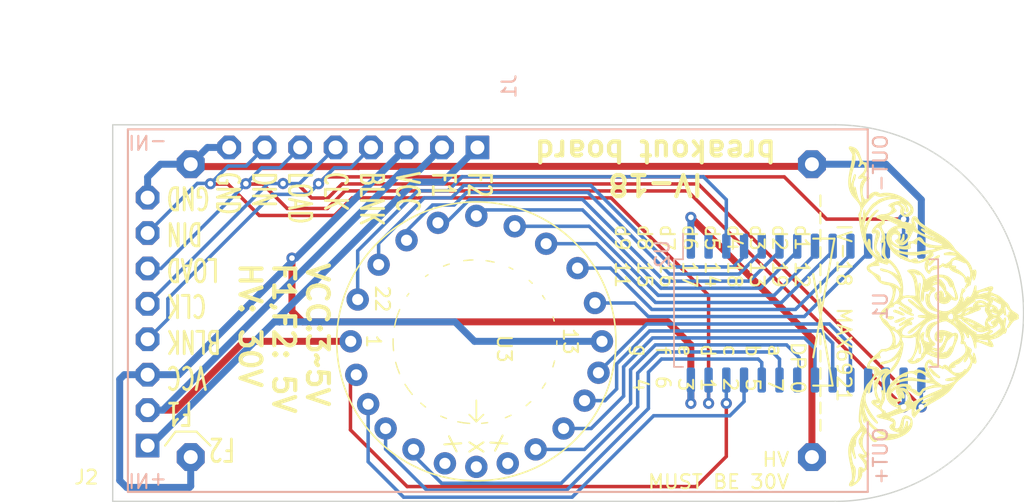
<source format=kicad_pcb>
(kicad_pcb (version 20211014) (generator pcbnew)
  (layers (0 "F.Cu" signal) (31 "B.Cu" signal) (34 "B.Paste" user) (35 "F.Paste" user) (36 "B.SilkS" user "B.Silkscreen") (37 "F.SilkS" user "F.Silkscreen") (38 "B.Mask" user) (39 "F.Mask" user) (44 "Edge.Cuts" user))
  (net 0 "")
  (net 1 "GNDREF")
  (net 2 "/BLANK")
  (net 3 "/CLK")
  (net 4 "/LOAD")
  (net 5 "/DIN")
  (net 7 "/F2")
  (net 8 "/F1")
  (net 9 "VCC")
  (net 10 "/OUT+")
  (net 16 "Net-(U2-Pad5)")
  (net 17 "Net-(U2-Pad6)")
  (net 18 "Net-(U2-Pad7)")
  (net 19 "Net-(U2-Pad8)")
  (net 20 "Net-(U2-Pad9)")
  (net 22 "Net-(U2-Pad10)")
  (net 23 "Net-(U2-Pad11)")
  (net 24 "Net-(U2-Pad3)")
  (net 25 "Net-(U2-Pad4)")
  (net 26 "Net-(U2-Pad19)")
  (net 27 "Net-(U2-Pad20)")
  (net 28 "Net-(U2-Pad21)")
  (net 29 "Net-(U2-Pad22)")
  (net 30 "Net-(U2-Pad23)")
  (net 31 "Net-(U2-Pad24)")
  (net 32 "Net-(U2-Pad25)")
  (net 33 "Net-(U2-Pad26)")
  (footprint "vfd:IV-18_BOTTOM_VIEW" (layer "F.Cu") (at 130.048 89.027 -90)
    (fp_text reference "U3")
    (fp_text value "IV-18")
  )
  (footprint "Connector_PinHeader_2.54mm:PinHeader_1x08_P2.54mm_Horizontal" (layer "F.Cu") (at 106.5 96.5 180)
    (fp_text reference "J2")
    (fp_text value "Conn_01x08")
  )
  (footprint "Connector_PinHeader_2.54mm:PinHeader_1x08_P2.54mm_Horizontal" (layer "B.Cu") (at 130.125 75.125 90)
    (fp_text reference "J1")
    (fp_text value "Conn_01x08")
  )
  (footprint "Package_SO:SOIC-28W_7.5x18.7mm_P1.27mm" (layer "B.Cu") (at 153.67 87 -90)
    (fp_text reference "U2")
    (fp_text value "MAX6921AWI+")
  )
  (footprint "vfd:XL6009" (layer "B.Cu") (at 105.0875 99.825 90)
    (fp_text reference "U1")
    (fp_text value "XL6009")
  )
  (gr_poly (pts (xy 161.311092 87.131834) (xy 161.281316 87.125534) (xy 161.215474 87.103629) (xy 160.957731 87.005665) (xy 160.941271 86.998156) (xy 160.909917 86.980703) (xy 160.813756 86.922875) (xy 160.691729 86.845977) (xy 160.566318 86.763801) (xy 160.460003 86.690144) (xy 160.421032 86.660821) (xy 160.395264 86.638803) (xy 160.388209 86.631071) (xy 160.385511 86.625809) (xy 160.387518 86.623237) (xy 160.394581 86.623571) (xy 160.425286 86.633807) (xy 160.480435 86.658243) (xy 160.535193 86.696069) (xy 160.607465 86.740308) (xy 160.786685 86.840693) (xy 161.158823 87.0377) (xy 161.280301 87.104967) (xy 161.309265 87.124366) (xy 161.31385 87.129707)) (layer "F.SilkS") (width 0.15) (fill solid))
  (gr_line (start 155.575 92.202) (end 154.178 84.201) (layer "F.SilkS") (width 0.15))
  (gr_poly (pts (xy 157.513094 76.409988) (xy 157.481314 76.447398) (xy 157.513915 76.399333) (xy 157.536875 76.370352)) (layer "F.SilkS") (width 0.15) (fill solid))
  (gr_poly (pts (xy 167.733913 86.945551) (xy 167.729388 86.956006) (xy 167.720184 86.969475) (xy 167.68672 87.006477) (xy 167.631479 87.058624) (xy 167.552411 87.127988) (xy 167.447473 87.216638) (xy 167.453987 87.231895) (xy 167.463171 87.248703) (xy 167.48831 87.286178) (xy 167.520417 87.327464) (xy 167.557021 87.37096) (xy 167.633824 87.458179) (xy 167.669082 87.498702) (xy 167.698946 87.535033) (xy 167.720943 87.565572) (xy 167.72822 87.578167) (xy 167.732604 87.588714) (xy 167.733786 87.597014) (xy 167.731456 87.602863) (xy 167.725306 87.606063) (xy 167.715026 87.606417) (xy 167.700306 87.603722) (xy 167.680841 87.597775) (xy 167.656318 87.588383) (xy 167.626429 87.575337) (xy 167.54932 87.537503) (xy 167.447042 87.482669) (xy 167.247646 87.522753) (xy 167.20677 87.529203) (xy 167.196815 87.527987) (xy 167.341672 87.467493) (xy 167.392934 87.443714) (xy 167.437765 87.418574) (xy 167.469943 87.39312) (xy 167.479342 87.380605) (xy 167.483243 87.368405) (xy 167.480867 87.356651) (xy 167.47144 87.345475) (xy 167.454177 87.335013) (xy 167.428307 87.325389) (xy 167.393048 87.316735) (xy 167.347623 87.309186) (xy 167.22316 87.297927) (xy 167.187363 87.300073) (xy 167.152864 87.30509) (xy 167.119697 87.31268) (xy 167.087906 87.322537) (xy 167.057521 87.334364) (xy 167.028586 87.347852) (xy 167.001135 87.362705) (xy 166.975204 87.378622) (xy 166.950834 87.395297) (xy 166.928061 87.412429) (xy 166.887457 87.44686) (xy 166.853693 87.479496) (xy 166.827063 87.507931) (xy 166.796421 87.542522) (xy 166.793691 87.544768) (xy 166.793007 87.543846) (xy 166.797933 87.531311) (xy 166.83399 87.454987) (xy 166.906998 87.294225) (xy 166.839914 87.315506) (xy 166.7823 87.340441) (xy 166.757586 87.35478) (xy 166.758648 87.351629) (xy 166.764401 87.329599) (xy 166.768318 87.308054) (xy 166.770446 87.286866) (xy 166.77083 87.265914) (xy 166.769518 87.245072) (xy 166.766552 87.224219) (xy 166.761983 87.203226) (xy 166.75585 87.181978) (xy 166.748204 87.160341) (xy 166.739091 87.138197) (xy 166.728555 87.115417) (xy 166.703398 87.067472) (xy 166.673099 87.015507) (xy 166.638029 86.958538) (xy 166.555036 86.825604) (xy 166.55265 86.749143) (xy 166.558123 86.682583) (xy 166.570792 86.625418) (xy 166.589991 86.577138) (xy 166.615057 86.537235) (xy 166.645326 86.5052) (xy 166.680132 86.480524) (xy 166.718813 86.462699) (xy 166.760701 86.451219) (xy 166.805136 86.445571) (xy 166.851452 86.445249) (xy 166.898984 86.449744) (xy 166.901952 86.450288) (xy 166.886498 86.456183) (xy 166.861286 86.47356) (xy 166.837694 86.497329) (xy 166.815791 86.52673) (xy 166.79564 86.560988) (xy 166.760861 86.64103) (xy 166.733887 86.731315) (xy 166.715245 86.825711) (xy 166.705468 86.918087) (xy 166.705079 87.002306) (xy 166.708569 87.039442) (xy 166.714607 87.072237) (xy 166.723256 87.099925) (xy 166.734582 87.121745) (xy 166.748653 87.136922) (xy 166.765534 87.144693) (xy 166.785291 87.144292) (xy 166.807987 87.134953) (xy 166.833694 87.115906) (xy 166.862474 87.086386) (xy 166.828635 87.001026) (xy 166.802018 86.926084) (xy 166.782134 86.861747) (xy 166.768495 86.808194) (xy 166.760611 86.765612) (xy 166.757991 86.734186) (xy 166.758504 86.722714) (xy 166.760147 86.714102) (xy 166.762862 86.708368) (xy 166.766588 86.705539) (xy 166.771263 86.705637) (xy 166.776827 86.708684) (xy 166.783218 86.714703) (xy 166.790374 86.723719) (xy 166.806737 86.750832) (xy 166.82543 86.790205) (xy 166.845961 86.842019) (xy 166.867841 86.906466) (xy 166.890582 86.983724) (xy 166.913694 87.073979) (xy 166.94596 87.098755) (xy 166.979295 87.12023) (xy 167.013432 87.138554) (xy 167.04811 87.153869) (xy 167.083066 87.16632) (xy 167.118031 87.176057) (xy 167.152745 87.183222) (xy 167.186945 87.187962) (xy 167.220369 87.190421) (xy 167.252749 87.190749) (xy 167.283823 87.189088) (xy 167.313327 87.185588) (xy 167.341 87.180389) (xy 167.366576 87.17364) (xy 167.389792 87.165489) (xy 167.410384 87.156076) (xy 167.428088 87.145553) (xy 167.442641 87.134062) (xy 167.453781 87.121749) (xy 167.461243 87.108758) (xy 167.464761 87.095242) (xy 167.464075 87.081338) (xy 167.458921 87.067198) (xy 167.449033 87.052964) (xy 167.434148 87.038786) (xy 167.414005 87.024805) (xy 167.388336 87.01117) (xy 167.356882 86.998025) (xy 167.319376 86.985516) (xy 167.281015 86.97525) (xy 167.307206 86.977036) (xy 167.378973 86.976442) (xy 167.449425 86.970292) (xy 167.516519 86.960656) (xy 167.578207 86.9496) (xy 167.677174 86.931528) (xy 167.710362 86.928647) (xy 167.721987 86.92965) (xy 167.729957 86.932631) (xy 167.734019 86.937843)) (layer "F.SilkS") (width 0.15) (fill solid))
  (gr_poly (pts (xy 166.995044 86.471151) (xy 166.947071 86.458546) (xy 166.901952 86.450288) (xy 166.913265 86.44597) (xy 166.941519 86.443687) (xy 166.971197 86.450098) (xy 167.002232 86.465971) (xy 167.018382 86.479009)) (layer "F.SilkS") (width 0.15) (fill solid))
  (gr_poly (pts (xy 166.587378 88.215255) (xy 166.552635 88.218835) (xy 166.562533 88.213546) (xy 166.637844 88.206679)) (layer "F.SilkS") (width 0.15) (fill solid))
  (gr_poly (pts (xy 168.835907 87.352926) (xy 168.827693 87.361241) (xy 168.812562 87.371739) (xy 168.759543 87.399361) (xy 168.672871 87.435928) (xy 168.548557 87.481583) (xy 168.530524 87.494843) (xy 168.511138 87.511565) (xy 168.469066 87.553894) (xy 168.423884 87.605565) (xy 168.377127 87.663583) (xy 168.285037 87.786649) (xy 168.205094 87.899094) (xy 168.149597 87.976909) (xy 168.134859 87.99533) (xy 168.131415 87.998107) (xy 168.130842 87.996091) (xy 168.13909 87.976197) (xy 168.161132 87.932642) (xy 168.252758 87.762559) (xy 168.261129 87.723763) (xy 168.274537 87.686727) (xy 168.292485 87.651469) (xy 168.314478 87.618007) (xy 168.340013 87.586359) (xy 168.368595 87.556539) (xy 168.399724 87.528568) (xy 168.432903 87.502462) (xy 168.467632 87.478238) (xy 168.503417 87.455916) (xy 168.576147 87.417047) (xy 168.64711 87.385996) (xy 168.71232 87.362901) (xy 168.767792 87.347902) (xy 168.809536 87.34115) (xy 168.824017 87.340905) (xy 168.833571 87.342774) (xy 168.8377 87.346777)) (layer "F.SilkS") (width 0.15) (fill solid))
  (gr_poly (pts (xy 167.97881 88.196538) (xy 167.969112 88.241797) (xy 167.955408 88.288777) (xy 167.938943 88.333299) (xy 167.920967 88.371179) (xy 167.902717 88.398244) (xy 167.893883 88.40641) (xy 167.885445 88.410308) (xy 167.877566 88.409411) (xy 167.870395 88.403199) (xy 167.864092 88.391146) (xy 167.858812 88.372733) (xy 167.854709 88.347436) (xy 167.85194 88.314732) (xy 167.808162 88.366503) (xy 167.761473 88.415867) (xy 167.712015 88.462798) (xy 167.659921 88.507277) (xy 167.605328 88.549283) (xy 167.548377 88.588787) (xy 167.489205 88.62577) (xy 167.427946 88.660213) (xy 167.36474 88.692087) (xy 167.299724 88.721375) (xy 167.233036 88.748049) (xy 167.164812 88.772093) (xy 167.095189 88.79348) (xy 167.024306 88.812191) (xy 166.952298 88.828201) (xy 166.879306 88.841485) (xy 166.730913 88.8598) (xy 166.580223 88.866951) (xy 166.504362 88.866285) (xy 166.428337 88.862763) (xy 166.352289 88.856361) (xy 166.276352 88.847054) (xy 166.200669 88.834821) (xy 166.125371 88.819642) (xy 166.050598 88.801494) (xy 165.976487 88.780352) (xy 165.903177 88.756194) (xy 165.830804 88.729002) (xy 165.759508 88.698746) (xy 165.689419 88.665412) (xy 165.710855 88.708788) (xy 165.733583 88.748654) (xy 165.757594 88.785215) (xy 165.782883 88.818672) (xy 165.809443 88.849231) (xy 165.837265 88.877094) (xy 165.866342 88.90247) (xy 165.89667 88.925554) (xy 165.92824 88.946558) (xy 165.961045 88.96568) (xy 165.995079 88.983126) (xy 166.030335 88.999103) (xy 166.066806 89.01381) (xy 166.104483 89.027452) (xy 166.183436 89.052357) (xy 166.546158 89.150144) (xy 166.648291 89.182288) (xy 166.754895 89.220765) (xy 166.809854 89.242892) (xy 166.865911 89.267211) (xy 166.923058 89.293932) (xy 166.981286 89.323258) (xy 166.939113 89.277344) (xy 166.902021 89.234924) (xy 166.869786 89.195951) (xy 166.84218 89.160377) (xy 166.818975 89.128157) (xy 166.799941 89.099242) (xy 166.784854 89.073585) (xy 166.773485 89.051143) (xy 166.765606 89.031866) (xy 166.760991 89.015705) (xy 166.759413 89.002614) (xy 166.760639 88.992551) (xy 166.764447 88.985465) (xy 166.770609 88.981307) (xy 166.778896 88.980035) (xy 166.789079 88.9816) (xy 166.800933 88.985953) (xy 166.814231 88.99305) (xy 166.828744 89.002841) (xy 166.844243 89.015284) (xy 166.860504 89.030327) (xy 166.877297 89.047925) (xy 166.894396 89.068029) (xy 166.911571 89.090597) (xy 166.928597 89.11558) (xy 166.945245 89.142928) (xy 166.961287 89.172598) (xy 166.976498 89.204541) (xy 166.990648 89.238708) (xy 167.003511 89.275059) (xy 167.01486 89.31354) (xy 167.024464 89.354108) (xy 167.004141 89.362866) (xy 166.978532 89.366326) (xy 166.948052 89.364936) (xy 166.913112 89.359152) (xy 166.831504 89.336217) (xy 166.737008 89.301148) (xy 166.296122 89.11212) (xy 166.186676 89.070815) (xy 166.084136 89.039154) (xy 166.036487 89.028073) (xy 165.991804 89.020762) (xy 165.950497 89.017673) (xy 165.912979 89.019265) (xy 165.879665 89.025987) (xy 165.850963 89.038296) (xy 165.82729 89.056642) (xy 165.809052 89.081482) (xy 165.796668 89.113269) (xy 165.790547 89.152454) (xy 165.791103 89.199492) (xy 165.798749 89.254836) (xy 165.803007 89.440206) (xy 165.800799 89.464752) (xy 165.795121 89.451585) (xy 165.728932 89.137538) (xy 165.699329 89.022614) (xy 165.663629 88.904704) (xy 165.621395 88.789589) (xy 165.572185 88.683059) (xy 165.54483 88.634821) (xy 165.51557 88.590897) (xy 165.484346 88.552014) (xy 165.451107 88.518894) (xy 165.415793 88.492262) (xy 165.378358 88.472837) (xy 165.338739 88.461346) (xy 165.296887 88.45851) (xy 165.285885 88.463995) (xy 165.276851 88.471905) (xy 165.269639 88.48196) (xy 165.264094 88.49389) (xy 165.260059 88.507422) (xy 165.257383 88.522282) (xy 165.255493 88.554898) (xy 165.257195 88.589552) (xy 165.261257 88.624064) (xy 165.27155 88.683925) (xy 165.275324 88.704908) (xy 165.276544 88.717015) (xy 165.275814 88.719055) (xy 165.273985 88.718056) (xy 165.266412 88.705856) (xy 165.231318 88.632993) (xy 165.161434 88.480948) (xy 165.121453 88.442115) (xy 165.082997 88.40073) (xy 165.010304 88.311625) (xy 164.94262 88.216287) (xy 164.879216 88.117365) (xy 164.653743 87.738888) (xy 164.600751 87.661827) (xy 164.547645 87.597092) (xy 164.520819 87.570176) (xy 164.493689 87.547337) (xy 164.466167 87.528906) (xy 164.438157 87.515211) (xy 164.409572 87.506588) (xy 164.380313 87.503366) (xy 164.350296 87.505877) (xy 164.319427 87.514455) (xy 164.287614 87.529426) (xy 164.254768 87.551124) (xy 164.22079 87.579884) (xy 164.185598 87.616031) (xy 164.202186 87.649271) (xy 164.221979 87.683479) (xy 164.269781 87.753748) (xy 164.326186 87.824749) (xy 164.388386 87.89438) (xy 164.453565 87.960552) (xy 164.518911 88.021168) (xy 164.581613 88.074135) (xy 164.638856 88.117358) (xy 164.68783 88.148738) (xy 164.708338 88.159332) (xy 164.725721 88.166184) (xy 164.739633 88.169027) (xy 164.749718 88.167599) (xy 164.755626 88.161643) (xy 164.756014 88.158618) (xy 164.80875 88.265229) (xy 164.868252 88.405585) (xy 164.893137 88.474983) (xy 164.913938 88.542981) (xy 164.930024 88.60892) (xy 164.940764 88.672142) (xy 164.94553 88.731982) (xy 164.943691 88.787781) (xy 164.934618 88.838881) (xy 164.917677 88.88462) (xy 164.892242 88.924339) (xy 164.857682 88.957377) (xy 164.862624 88.973469) (xy 164.869306 88.988754) (xy 164.877508 89.00325) (xy 164.887019 89.016971) (xy 164.89762 89.029931) (xy 164.909094 89.042151) (xy 164.933802 89.064424) (xy 164.95941 89.08392) (xy 164.98419 89.100761) (xy 165.024348 89.126997) (xy 165.036267 89.136646) (xy 165.039429 89.140659) (xy 165.040437 89.14415) (xy 165.039076 89.147141) (xy 165.03513 89.149643) (xy 165.028382 89.151672) (xy 165.018617 89.153246) (xy 164.989167 89.155088) (xy 164.945051 89.155298) (xy 164.88454 89.154) (xy 164.805903 89.151326) (xy 164.823586 89.081106) (xy 164.836363 89.011906) (xy 164.844394 88.943745) (xy 164.847841 88.876644) (xy 164.846865 88.810625) (xy 164.841624 88.745708) (xy 164.832283 88.68191) (xy 164.819 88.619252) (xy 164.801938 88.557755) (xy 164.781258 88.497436) (xy 164.757118 88.43832) (xy 164.729681 88.380423) (xy 164.699108 88.32377) (xy 164.665559 88.268374) (xy 164.629197 88.21426) (xy 164.590181 88.161445) (xy 164.504834 88.059795) (xy 164.410801 87.963591) (xy 164.309375 87.872986) (xy 164.201841 87.788143) (xy 164.089489 87.709217) (xy 163.9736 87.636377) (xy 163.855468 87.569778) (xy 163.736378 87.509579) (xy 163.656975 87.512089) (xy 163.577256 87.519915) (xy 163.497582 87.532834) (xy 163.418304 87.550637) (xy 163.373068 87.563581) (xy 163.345218 87.576033) (xy 163.29588 87.595574) (xy 163.246882 87.612799) (xy 163.189735 87.629827) (xy 163.186406 87.631192) (xy 163.112272 87.666376) (xy 163.04031 87.705368) (xy 162.970877 87.747957) (xy 162.904329 87.793921) (xy 162.84102 87.843052) (xy 162.781308 87.895129) (xy 162.725544 87.949945) (xy 162.674087 88.007276) (xy 162.62729 88.066917) (xy 162.585512 88.128644) (xy 162.549101 88.19225) (xy 162.518421 88.257515) (xy 162.493819 88.324228) (xy 162.475656 88.39217) (xy 162.464286 88.461131) (xy 162.460063 88.530894) (xy 162.463344 88.601242) (xy 162.474484 88.671962) (xy 162.493836 88.742843) (xy 162.52176 88.813662) (xy 162.558604 88.884213) (xy 162.60473 88.954277) (xy 162.660491 89.023638) (xy 162.726243 89.092082) (xy 162.802339 89.159397) (xy 162.825529 89.174635) (xy 162.842059 89.189191) (xy 162.852454 89.203117) (xy 162.857238 89.21647) (xy 162.856936 89.229298) (xy 162.852074 89.241653) (xy 162.843172 89.253593) (xy 162.830759 89.265165) (xy 162.797494 89.28743) (xy 162.756478 89.308861) (xy 162.667974 89.350921) (xy 162.628883 89.372389) (xy 162.598827 89.394713) (xy 162.588499 89.406329) (xy 162.582004 89.418315) (xy 162.579868 89.430725) (xy 162.582581 89.443456) (xy 162.607101 89.461846) (xy 162.683885 89.515013) (xy 162.68497 89.515689) (xy 162.687936 89.517047) (xy 162.730994 89.533901) (xy 162.782605 89.551602) (xy 162.843296 89.570199) (xy 162.89978 89.588105) (xy 162.953748 89.600205) (xy 163.005279 89.606777) (xy 163.054451 89.608103) (xy 163.101336 89.604473) (xy 163.146013 89.596163) (xy 163.188559 89.583453) (xy 163.229049 89.566627) (xy 163.26756 89.545972) (xy 163.304166 89.521765) (xy 163.338946 89.494289) (xy 163.371977 89.463824) (xy 163.403332 89.430658) (xy 163.433089 89.395068) (xy 163.461326 89.357337) (xy 163.488116 89.317751) (xy 163.513538 89.276586) (xy 163.537668 89.234127) (xy 163.582353 89.146459) (xy 163.622786 89.056999) (xy 163.659573 88.968005) (xy 163.724655 88.800448) (xy 163.754173 88.726396) (xy 163.782487 88.661838) (xy 163.727792 88.619153) (xy 163.67953 88.586759) (xy 163.637252 88.563946) (xy 163.600502 88.550016) (xy 163.568825 88.544257) (xy 163.541771 88.545965) (xy 163.518885 88.554431) (xy 163.499715 88.568953) (xy 163.483805 88.588825) (xy 163.470705 88.613337) (xy 163.459956 88.641787) (xy 163.451113 88.673467) (xy 163.437311 88.743696) (xy 163.425673 88.818375) (xy 163.412574 88.891855) (xy 163.394384 88.958488) (xy 163.382249 88.987473) (xy 163.367479 89.012628) (xy 163.349623 89.033245) (xy 163.32823 89.048625) (xy 163.302841 89.058055) (xy 163.273007 89.060832) (xy 163.238275 89.056247) (xy 163.198188 89.0436) (xy 163.152296 89.02218) (xy 163.100145 88.991281) (xy 163.041281 88.950199) (xy 162.975248 88.898229) (xy 162.958264 88.816633) (xy 162.948502 88.741999) (xy 162.945584 88.674089) (xy 162.949145 88.612657) (xy 162.958809 88.557461) (xy 162.974209 88.508256) (xy 162.994972 88.464799) (xy 163.020724 88.426851) (xy 163.051095 88.394167) (xy 163.085716 88.366502) (xy 163.124213 88.343615) (xy 163.166216 88.325263) (xy 163.211354 88.311202) (xy 163.259254 88.30119) (xy 163.309545 88.294984) (xy 163.361855 88.292343) (xy 163.37194 88.292467) (xy 163.367568 88.292847) (xy 163.3395 88.297354) (xy 163.311808 88.303835) (xy 163.284586 88.312198) (xy 163.257919 88.322362) (xy 163.231898 88.334241) (xy 163.206612 88.347746) (xy 163.182149 88.362796) (xy 163.158597 88.379302) (xy 163.136049 88.397182) (xy 163.114588 88.416349) (xy 163.094307 88.436714) (xy 163.075294 88.458198) (xy 163.057638 88.480711) (xy 163.041429 88.504166) (xy 163.026752 88.528487) (xy 163.013701 88.553577) (xy 163.00236 88.579354) (xy 162.992823 88.605736) (xy 162.985176 88.632636) (xy 162.979506 88.659968) (xy 162.975906 88.687646) (xy 162.974461 88.715586) (xy 162.975264 88.743701) (xy 162.978401 88.771905) (xy 162.983963 88.800113) (xy 162.992037 88.828243) (xy 163.002714 88.856205) (xy 163.016079 88.883916) (xy 163.059525 88.906031) (xy 163.099936 88.923542) (xy 163.137357 88.936726) (xy 163.171828 88.945866) (xy 163.203392 88.951241) (xy 163.232088 88.953136) (xy 163.25796 88.951829) (xy 163.281047 88.9476) (xy 163.301392 88.940737) (xy 163.319037 88.931514) (xy 163.334021 88.920215) (xy 163.346388 88.907121) (xy 163.35618 88.892512) (xy 163.363434 88.876675) (xy 163.368195 88.859884) (xy 163.370505 88.842421) (xy 163.370403 88.824572) (xy 163.367932 88.806615) (xy 163.363133 88.788832) (xy 163.356048 88.771503) (xy 163.346719 88.754909) (xy 163.335184 88.739333) (xy 163.321489 88.725055) (xy 163.305672 88.712358) (xy 163.287776 88.701522) (xy 163.267843 88.692828) (xy 163.245914 88.686556) (xy 163.222029 88.68299) (xy 163.196231 88.68241) (xy 163.168561 88.685095) (xy 163.13906 88.69133) (xy 163.107769 88.701395) (xy 163.120783 88.640768) (xy 163.139669 88.588547) (xy 163.163829 88.544201) (xy 163.192668 88.507202) (xy 163.225593 88.477011) (xy 163.262007 88.453104) (xy 163.301313 88.434949) (xy 163.342918 88.42201) (xy 163.386223 88.413762) (xy 163.430635 88.40967) (xy 163.475556 88.409204) (xy 163.495595 88.410379) (xy 163.495595 88.443601) (xy 163.468772 88.445197) (xy 163.440922 88.448755) (xy 163.412361 88.454453) (xy 163.383397 88.462473) (xy 163.354345 88.472988) (xy 163.325517 88.486178) (xy 163.29722 88.502222) (xy 163.269772 88.521294) (xy 163.243483 88.543572) (xy 163.218665 88.569239) (xy 163.195629 88.598466) (xy 163.174687 88.631438) (xy 163.227697 88.618836) (xy 163.336359 88.550308) (xy 163.336361 88.550309) (xy 163.395555 88.549958) (xy 163.447482 88.54802) (xy 163.492459 88.544664) (xy 163.530793 88.540075) (xy 163.5628 88.534427) (xy 163.588788 88.5279) (xy 163.609073 88.52067) (xy 163.623965 88.512914) (xy 163.633776 88.504812) (xy 163.638819 88.496539) (xy 163.639405 88.488273) (xy 163.635847 88.480195) (xy 163.628453 88.472482) (xy 163.61754 88.465311) (xy 163.60342 88.458855) (xy 163.5864 88.453301) (xy 163.566797 88.448818) (xy 163.54492 88.445591) (xy 163.521082 88.443792) (xy 163.495595 88.443601) (xy 163.495595 88.410379) (xy 163.520392 88.411832) (xy 163.607426 88.424246) (xy 163.686973 88.442664) (xy 163.834946 88.49139) (xy 163.740094 88.441293) (xy 163.48594 88.29852) (xy 163.471052 88.296774) (xy 163.415815 88.29302) (xy 163.37194 88.292467) (xy 163.395927 88.290394) (xy 163.424488 88.290083) (xy 163.453159 88.291998) (xy 163.481855 88.296224) (xy 163.48594 88.29852) (xy 163.527195 88.303359) (xy 163.583873 88.312539) (xy 163.697346 88.337697) (xy 163.808501 88.370305) (xy 163.914365 88.408417) (xy 164.011968 88.450091) (xy 164.09834 88.493384) (xy 164.170509 88.536349) (xy 164.233371 88.512339) (xy 164.288203 88.496837) (xy 164.335384 88.489399) (xy 164.375296 88.489577) (xy 164.408316 88.496931) (xy 164.434826 88.511006) (xy 164.455205 88.531365) (xy 164.469833 88.557557) (xy 164.479091 88.589136) (xy 164.483357 88.625659) (xy 164.483012 88.666678) (xy 164.478436 88.711747) (xy 164.47001 88.760419) (xy 164.458112 88.812252) (xy 164.425416 88.923614) (xy 164.164481 89.574729) (xy 164.164474 89.545673) (xy 164.153237 89.487296) (xy 164.208291 89.366021) (xy 164.256772 89.245297) (xy 164.298004 89.127319) (xy 164.331314 89.014283) (xy 164.356033 88.908378) (xy 164.37148 88.811806) (xy 164.376989 88.72676) (xy 164.375804 88.689244) (xy 164.371882 88.655431) (xy 164.365139 88.625598) (xy 164.355491 88.600015) (xy 164.34285 88.578962) (xy 164.327136 88.56271) (xy 164.308265 88.551532) (xy 164.286151 88.545705) (xy 164.260707 88.545504) (xy 164.231855 88.551199) (xy 164.199508 88.56307) (xy 164.163582 88.581384) (xy 164.123992 88.606423) (xy 164.080653 88.638459) (xy 164.033483 88.677761) (xy 163.982399 88.724612) (xy 163.868146 88.842041) (xy 163.837247 88.856799) (xy 163.808668 88.877331) (xy 163.782161 88.903166) (xy 163.757473 88.933837) (xy 163.734355 88.968876) (xy 163.712557 89.00782) (xy 163.671907 89.095546) (xy 163.59539 89.297261) (xy 163.555508 89.403775) (xy 163.511868 89.509073) (xy 163.462459 89.609421) (xy 163.434965 89.65657) (xy 163.405279 89.701078) (xy 163.373145 89.742478) (xy 163.338319 89.780304) (xy 163.300542 89.814089) (xy 163.259568 89.843365) (xy 163.215147 89.867664) (xy 163.167027 89.886518) (xy 163.114955 89.899462) (xy 163.058682 89.906025) (xy 162.997957 89.905746) (xy 162.932529 89.898153) (xy 162.862147 89.882778) (xy 162.78656 89.859154) (xy 162.748902 89.842536) (xy 162.710898 89.822956) (xy 162.672755 89.800798) (xy 162.634669 89.776454) (xy 162.559474 89.722746) (xy 162.48692 89.664921) (xy 162.418614 89.606071) (xy 162.356155 89.549291) (xy 162.255209 89.454296) (xy 162.219928 89.422269) (xy 162.196919 89.404673) (xy 162.190514 89.402258) (xy 162.18778 89.404608) (xy 162.188914 89.412112) (xy 162.19412 89.425159) (xy 162.217542 89.469421) (xy 162.259652 89.540484) (xy 162.40635 89.775386) (xy 162.40635 89.77536) (xy 162.438084 89.840499) (xy 162.477004 89.895276) (xy 162.520113 89.938092) (xy 162.435327 89.904826) (xy 162.340277 89.87304) (xy 162.299106 89.862742) (xy 162.262603 89.85689) (xy 162.231085 89.856028) (xy 162.204877 89.860691) (xy 162.192162 89.904345) (xy 162.175736 89.947997) (xy 162.155811 89.991477) (xy 162.132598 90.034625) (xy 162.106313 90.077263) (xy 162.077163 90.119231) (xy 162.045367 90.160355) (xy 162.011133 90.200468) (xy 161.974677 90.239405) (xy 161.936209 90.276996) (xy 161.895942 90.313072) (xy 161.85409 90.347466) (xy 161.810867 90.380009) (xy 161.766479 90.410536) (xy 161.721146 90.438874) (xy 161.675077 90.464855) (xy 161.628485 90.488318) (xy 161.581585 90.509085) (xy 161.534585 90.526996) (xy 161.487699 90.541877) (xy 161.441144 90.553565) (xy 161.395128 90.56189) (xy 161.349864 90.566682) (xy 161.305567 90.567774) (xy 161.262447 90.564998) (xy 161.22072 90.558185) (xy 161.180594 90.54717) (xy 161.142285 90.531781) (xy 161.106005 90.511852) (xy 161.071967 90.487214) (xy 161.040383 90.457699) (xy 161.011465 90.423138) (xy 161.065651 90.402316) (xy 161.117229 90.373482) (xy 161.166202 90.337203) (xy 161.212578 90.29404) (xy 161.256363 90.244564) (xy 161.297563 90.189338) (xy 161.336183 90.128929) (xy 161.372228 90.063902) (xy 161.405704 89.994826) (xy 161.436618 89.922261) (xy 161.490783 89.768942) (xy 161.534767 89.608465) (xy 161.568619 89.445361) (xy 161.592385 89.284156) (xy 161.60611 89.129378) (xy 161.60984 88.985553) (xy 161.603625 88.857205) (xy 161.587512 88.748859) (xy 161.575756 88.703605) (xy 161.561543 88.665046) (xy 161.544877 88.633754) (xy 161.525768 88.610291) (xy 161.504218 88.595224) (xy 161.480233 88.589122) (xy 161.433385 88.624181) (xy 161.38472 88.652876) (xy 161.334542 88.675739) (xy 161.283151 88.693307) (xy 161.230853 88.706109) (xy 161.177951 88.714678) (xy 161.124747 88.719551) (xy 161.071546 88.721257) (xy 160.966362 88.717309) (xy 160.864825 88.707101) (xy 160.682396 88.684957) (xy 160.606356 88.681555) (xy 160.573189 88.683638) (xy 160.543663 88.688954) (xy 160.518083 88.698038) (xy 160.496749 88.711421) (xy 160.479966 88.729637) (xy 160.468037 88.753219) (xy 160.461264 88.7827) (xy 160.459954 88.81861) (xy 160.464404 88.861492) (xy 160.474923 88.911869) (xy 160.49181 88.970281) (xy 160.515372 89.037255) (xy 160.54591 89.11333) (xy 160.583728 89.199033) (xy 160.568358 89.360413) (xy 160.54681 89.520355) (xy 160.518862 89.678497) (xy 160.484306 89.834454) (xy 160.442919 89.987857) (xy 160.39449 90.138332) (xy 160.338804 90.2855) (xy 160.275645 90.428988) (xy 160.2048 90.56842) (xy 160.126047 90.703427) (xy 160.039179 90.833629) (xy 159.943974 90.958651) (xy 159.840222 91.078117) (xy 159.727705 91.19166) (xy 159.606208 91.2989) (xy 159.475515 91.39946) (xy 159.432247 91.444056) (xy 159.394263 91.490134) (xy 159.361265 91.537556) (xy 159.332952 91.586194) (xy 159.309024 91.635908) (xy 159.289182 91.686571) (xy 159.273124 91.738044) (xy 159.260549 91.790198) (xy 159.251163 91.842895) (xy 159.244659 91.896004) (xy 159.23911 92.002921) (xy 159.241503 92.109878) (xy 159.249438 92.215807) (xy 159.272338 92.420302) (xy 159.282501 92.516732) (xy 159.288608 92.607857) (xy 159.28826 92.692607) (xy 159.284917 92.732255) (xy 159.279058 92.769912) (xy 159.270386 92.80544) (xy 159.258601 92.838705) (xy 159.2434 92.869574) (xy 159.224489 92.897916) (xy 159.239259 92.945834) (xy 159.248576 92.992841) (xy 159.252909 93.038952) (xy 159.252721 93.084188) (xy 159.248478 93.128573) (xy 159.240644 93.172128) (xy 159.229688 93.214867) (xy 159.216071 93.256819) (xy 159.200261 93.297996) (xy 159.182722 93.338428) (xy 159.144323 93.417119) (xy 159.067259 93.566408) (xy 159.036043 93.637335) (xy 159.023891 93.671942) (xy 159.014663 93.706004) (xy 159.008827 93.739545) (xy 159.006848 93.77258) (xy 159.009189 93.805133) (xy 159.016318 93.837225) (xy 159.028697 93.868878) (xy 159.046795 93.900108) (xy 159.071076 93.930938) (xy 159.102004 93.96139) (xy 159.140047 93.991479) (xy 159.185668 94.021233) (xy 159.239332 94.05067) (xy 159.301508 94.079807) (xy 159.294923 94.121707) (xy 159.295811 94.156111) (xy 159.303788 94.183413) (xy 159.318466 94.204018) (xy 159.339458 94.218321) (xy 159.366377 94.226722) (xy 159.398836 94.22962) (xy 159.43645 94.227409) (xy 159.478827 94.220497) (xy 159.525585 94.209278) (xy 159.63069 94.175512) (xy 159.748668 94.129305) (xy 159.876426 94.073844) (xy 160.423323 93.823309) (xy 160.553538 93.769452) (xy 160.674959 93.725485) (xy 160.727242 93.709484) (xy 160.786831 93.694599) (xy 160.789832 93.69357) (xy 160.833825 93.685065) (xy 160.879031 93.679992) (xy 161.16523 93.527122) (xy 161.31884 93.447884) (xy 161.318842 93.633987) (xy 160.760669 93.799082) (xy 160.429711 93.903594) (xy 160.09785 94.016572) (xy 159.790343 94.133391) (xy 159.653616 94.191793) (xy 159.532447 94.249419) (xy 159.429997 94.305689) (xy 159.349422 94.360025) (xy 159.318324 94.386286) (xy 159.293879 94.411847) (xy 159.276483 94.436634) (xy 159.266526 94.460577) (xy 159.341857 94.440045) (xy 159.416615 94.417636) (xy 159.490855 94.393582) (xy 159.564637 94.368105) (xy 159.638013 94.341436) (xy 159.711038 94.313807) (xy 159.856262 94.256576) (xy 159.941338 94.216276) (xy 160.035035 94.176464) (xy 160.241632 94.098043) (xy 160.684968 93.944208) (xy 160.895036 93.867753) (xy 160.991337 93.829413) (xy 161.079594 93.790911) (xy 161.158139 93.752183) (xy 161.225308 93.713161) (xy 161.279429 93.673787) (xy 161.301078 93.653944) (xy 161.318842 93.633987) (xy 161.31884 93.447884) (xy 161.453519 93.378411) (xy 161.743969 93.233809) (xy 162.03665 93.093265) (xy 162.331631 92.956728) (xy 162.628984 92.824147) (xy 162.928779 92.695474) (xy 163.231083 92.570654) (xy 163.313863 92.522875) (xy 163.38039 92.479334) (xy 163.431504 92.439917) (xy 163.468046 92.404523) (xy 163.490854 92.37304) (xy 163.500772 92.345367) (xy 163.498634 92.321395) (xy 163.485286 92.301015) (xy 163.461564 92.284125) (xy 163.428309 92.270618) (xy 163.386363 92.260382) (xy 163.336561 92.253316) (xy 163.216762 92.248262) (xy 163.075633 92.2546) (xy 162.919891 92.271479) (xy 162.756258 92.298046) (xy 162.591455 92.333447) (xy 162.432197 92.376832) (xy 162.28521 92.427344) (xy 162.157209 92.484136) (xy 162.10243 92.514619) (xy 162.054916 92.546354) (xy 162.015511 92.579228) (xy 161.985053 92.613139) (xy 161.960183 92.671346) (xy 161.934865 92.72116) (xy 161.909088 92.763013) (xy 161.882843 92.797338) (xy 161.856116 92.82457) (xy 161.828898 92.845143) (xy 161.801181 92.859485) (xy 161.77295 92.868034) (xy 161.744196 92.871223) (xy 161.71491 92.869482) (xy 161.685082 92.863242) (xy 161.654699 92.852944) (xy 161.623752 92.839013) (xy 161.592229 92.821885) (xy 161.527419 92.779774) (xy 161.460185 92.730066) (xy 161.390441 92.676233) (xy 161.318104 92.621733) (xy 161.243089 92.570032) (xy 161.204552 92.546316) (xy 161.165312 92.524598) (xy 161.153939 92.519105) (xy 161.181948 92.512713) (xy 161.227896 92.506477) (xy 161.270664 92.50484) (xy 161.310456 92.507362) (xy 161.347475 92.513606) (xy 161.381922 92.52314) (xy 161.414001 92.535529) (xy 161.443914 92.550339) (xy 161.471863 92.567132) (xy 161.498053 92.585476) (xy 161.545957 92.625083) (xy 161.629552 92.703779) (xy 161.668483 92.735917) (xy 161.687942 92.748661) (xy 161.707662 92.758612) (xy 161.727854 92.765329) (xy 161.748714 92.768383) (xy 161.770448 92.767336) (xy 161.793256 92.761758) (xy 161.817343 92.751209) (xy 161.842912 92.735254) (xy 161.870161 92.713464) (xy 161.899299 92.6854) (xy 161.930523 92.65063) (xy 161.96404 92.608715) (xy 162.000048 92.559224) (xy 162.038755 92.501721) (xy 162.112114 92.459528) (xy 162.204293 92.418788) (xy 162.310238 92.379459) (xy 162.424898 92.341496) (xy 162.869613 92.202458) (xy 162.952046 92.170687) (xy 163.012875 92.140027) (xy 163.033609 92.125097) (xy 163.047047 92.110431) (xy 163.052556 92.096022) (xy 163.049506 92.081863) (xy 163.037266 92.067949) (xy 163.015202 92.054275) (xy 162.982685 92.040835) (xy 162.939083 92.027625) (xy 162.816092 92.00187) (xy 162.64118 91.976967) (xy 161.91585 91.854946) (xy 161.730169 91.828503) (xy 161.544099 91.807013) (xy 161.358318 91.792136) (xy 161.173506 91.78553) (xy 160.990333 91.788862) (xy 160.809481 91.803791) (xy 160.631626 91.831978) (xy 160.457442 91.875088) (xy 160.371937 91.90276) (xy 160.287606 91.934782) (xy 160.204529 91.971369) (xy 160.122794 92.012724) (xy 160.042485 92.059055) (xy 159.963688 92.11057) (xy 159.886481 92.167481) (xy 159.810956 92.229989) (xy 159.814886 92.211628) (xy 159.825078 92.191442) (xy 159.841214 92.169633) (xy 159.862977 92.14641) (xy 159.890056 92.121969) (xy 159.922125 92.096519) (xy 159.99999 92.043388) (xy 160.094038 91.988643) (xy 160.201739 91.933905) (xy 160.320559 91.880799) (xy 160.447969 91.830945) (xy 160.581437 91.785962) (xy 160.718432 91.74748) (xy 160.856419 91.717117) (xy 160.924994 91.705488) (xy 160.992869 91.696497) (xy 161.059726 91.690348) (xy 161.125248 91.687244) (xy 161.189122 91.687384) (xy 161.251028 91.690977) (xy 161.310651 91.698221) (xy 161.367674 91.70932) (xy 161.421783 91.724477) (xy 161.472657 91.743898) (xy 161.694606 91.783945) (xy 161.951161 91.821004) (xy 162.081596 91.835519) (xy 162.207702 91.845817) (xy 162.325151 91.850737) (xy 162.429613 91.84913) (xy 162.516762 91.839833) (xy 162.552492 91.831941) (xy 162.582273 91.82169) (xy 162.60556 91.808944) (xy 162.621813 91.79355) (xy 162.630494 91.775366) (xy 162.63106 91.754249) (xy 162.622971 91.730053) (xy 162.605684 91.702634) (xy 162.578661 91.671845) (xy 162.541358 91.637548) (xy 162.493236 91.599592) (xy 162.433755 91.557833) (xy 162.278546 91.462335) (xy 162.239478 91.423156) (xy 162.200836 91.387657) (xy 162.162689 91.355706) (xy 162.125104 91.327177) (xy 162.088147 91.301943) (xy 162.05188 91.279876) (xy 162.016375 91.260844) (xy 161.981694 91.244726) (xy 161.947906 91.231387) (xy 161.915073 91.220705) (xy 161.883266 91.21255) (xy 161.852549 91.206792) (xy 161.822989 91.203304) (xy 161.794651 91.201959) (xy 161.767602 91.20263) (xy 161.741906 91.205188) (xy 161.717631 91.209506) (xy 161.694843 91.215455) (xy 161.673609 91.222907) (xy 161.653997 91.231732) (xy 161.636066 91.241809) (xy 161.61989 91.253001) (xy 161.60553 91.265187) (xy 161.593054 91.278238) (xy 161.582531 91.292022) (xy 161.574022 91.306416) (xy 161.567595 91.321289) (xy 161.563319 91.336513) (xy 161.561256 91.351964) (xy 161.561474 91.36751) (xy 161.564042 91.383022) (xy 161.569021 91.398378) (xy 161.536821 91.37259) (xy 161.504171 91.349295) (xy 161.471177 91.328427) (xy 161.437942 91.309928) (xy 161.404575 91.293731) (xy 161.37118 91.279773) (xy 161.337866 91.267992) (xy 161.304736 91.258325) (xy 161.271895 91.250711) (xy 161.239451 91.24508) (xy 161.207507 91.241378) (xy 161.176174 91.239531) (xy 161.152334 91.239496) (xy 161.199047 91.233399) (xy 161.261582 91.228036) (xy 161.323957 91.225562) (xy 161.386103 91.226042) (xy 161.447954 91.229549) (xy 161.48391 91.187072) (xy 161.524237 91.155242) (xy 161.568433 91.133232) (xy 161.615995 91.120221) (xy 161.666422 91.115383) (xy 161.71921 91.117896) (xy 161.773856 91.126936) (xy 161.82986 91.141678) (xy 161.886719 91.161297) (xy 161.943926 91.184976) (xy 162.057388 91.241198) (xy 162.166224 91.303759) (xy 162.266416 91.366064) (xy 162.424789 91.463549) (xy 162.474925 91.485551) (xy 162.490974 91.486983) (xy 162.50034 91.480936) (xy 162.502518 91.46659) (xy 162.497008 91.443116) (xy 162.483307 91.409694) (xy 162.460912 91.365502) (xy 162.388031 91.2415) (xy 162.274348 91.064522) (xy 162.258941 91.023831) (xy 162.247464 90.982457) (xy 162.239711 90.940664) (xy 162.235492 90.898701) (xy 162.234601 90.85683) (xy 162.236847 90.815302) (xy 162.242026 90.774377) (xy 162.249944 90.734308) (xy 162.260403 90.695349) (xy 162.273201 90.657762) (xy 162.288144 90.621797) (xy 162.305031 90.587712) (xy 162.323667 90.555765) (xy 162.343852 90.526206) (xy 162.365387 90.499297) (xy 162.388075 90.475292) (xy 162.411717 90.454448) (xy 162.436117 90.437017) (xy 162.461076 90.423257) (xy 162.486395 90.413424) (xy 162.511877 90.407774) (xy 162.537323 90.406563) (xy 162.562538 90.410045) (xy 162.587319 90.418476) (xy 162.61147 90.432118) (xy 162.634794 90.451217) (xy 162.657092 90.476038) (xy 162.678167 90.506831) (xy 162.697819 90.543853) (xy 162.71585 90.587362) (xy 162.732064 90.637611) (xy 162.746263 90.694857) (xy 162.772853 90.684056) (xy 162.801665 90.677122) (xy 162.832375 90.673751) (xy 162.864657 90.673638) (xy 162.89819 90.676478) (xy 162.93265 90.681963) (xy 163.003052 90.699662) (xy 163.073278 90.72429) (xy 163.140733 90.753412) (xy 163.202831 90.784583) (xy 163.256983 90.815364) (xy 163.300597 90.84332) (xy 163.331086 90.866005) (xy 163.345859 90.880981) (xy 163.346543 90.884814) (xy 163.342328 90.885808) (xy 163.317901 90.878048) (xy 163.269989 90.85526) (xy 163.196006 90.815001) (xy 163.093359 90.754836) (xy 163.067953 90.790009) (xy 163.041385 90.815837) (xy 163.013767 90.833057) (xy 162.985217 90.842401) (xy 162.955854 90.8446) (xy 162.925796 90.840388) (xy 162.895159 90.830497) (xy 162.864062 90.815659) (xy 162.832618 90.796611) (xy 162.800952 90.774077) (xy 162.737405 90.721506) (xy 162.61276 90.606829) (xy 162.553542 90.556452) (xy 162.525119 90.535566) (xy 162.497646 90.518525) (xy 162.471234 90.506066) (xy 162.446007 90.498915) (xy 162.42208 90.497811) (xy 162.399568 90.503483) (xy 162.378592 90.516665) (xy 162.359269 90.53809) (xy 162.341715 90.568489) (xy 162.32605 90.608594) (xy 162.312385 90.659143) (xy 162.300843 90.720863) (xy 162.291541 90.794489) (xy 162.284598 90.880751) (xy 162.329267 90.990891) (xy 162.374274 91.096393) (xy 162.419906 91.197284) (xy 162.466456 91.293588) (xy 162.514222 91.385328) (xy 162.563487 91.472534) (xy 162.614549 91.555228) (xy 162.667699 91.633437) (xy 162.723228 91.707186) (xy 162.78143 91.776498) (xy 162.842595 91.8414) (xy 162.907016 91.90192) (xy 162.974986 91.958076) (xy 163.046796 92.009901) (xy 163.122739 92.057415) (xy 163.203106 92.100644) (xy 163.239537 92.141587) (xy 163.283318 92.173582) (xy 163.333668 92.197206) (xy 163.389809 92.213019) (xy 163.450956 92.221598) (xy 163.516333 92.223502) (xy 163.585154 92.219312) (xy 163.656641 92.209591) (xy 163.804489 92.175831) (xy 163.953624 92.126782) (xy 164.02548 92.096984) (xy 164.02548 92.21084) (xy 164.014778 92.212162) (xy 163.999024 92.219206) (xy 163.977952 92.232383) (xy 163.918818 92.278777) (xy 163.835276 92.354637) (xy 163.725232 92.463255) (xy 163.689231 92.504372) (xy 163.648381 92.545854) (xy 163.553628 92.629493) (xy 163.443947 92.713313) (xy 163.322319 92.796451) (xy 163.191714 92.878053) (xy 163.055115 92.957256) (xy 162.915497 93.033203) (xy 162.775836 93.105036) (xy 162.508293 93.232927) (xy 162.276301 93.334059) (xy 162.103671 93.401563) (xy 162.047059 93.42056) (xy 162.014218 93.428575) (xy 162.115456 93.365769) (xy 162.229048 93.301595) (xy 162.483312 93.169315) (xy 162.757041 93.032083) (xy 163.030267 92.890237) (xy 163.160453 92.817691) (xy 163.283027 92.744121) (xy 163.395492 92.669566) (xy 163.495349 92.594074) (xy 163.58011 92.517686) (xy 163.616046 92.479171) (xy 163.647272 92.440445) (xy 163.673475 92.401517) (xy 163.694343 92.362393) (xy 163.70956 92.323078) (xy 163.718825 92.283573) (xy 163.663319 92.349775) (xy 163.603153 92.410891) (xy 163.538702 92.467292) (xy 163.470338 92.519359) (xy 163.398434 92.567464) (xy 163.323366 92.611977) (xy 163.165231 92.69174) (xy 162.998924 92.761644) (xy 162.827433 92.824686) (xy 162.48087 92.94216) (xy 162.31178 93.002584) (xy 162.149473 93.068126) (xy 161.996936 93.141788) (xy 161.92527 93.182595) (xy 161.857164 93.226559) (xy 161.793 93.274046) (xy 161.733148 93.325436) (xy 161.677982 93.381101) (xy 161.627876 93.441418) (xy 161.583205 93.506757) (xy 161.544342 93.577496) (xy 161.511661 93.654009) (xy 161.485537 93.736667) (xy 161.482684 93.753635) (xy 161.478897 93.770471) (xy 161.474266 93.787186) (xy 161.468879 93.803797) (xy 161.456199 93.836737) (xy 161.441579 93.869385) (xy 161.409406 93.934147) (xy 161.393296 93.96644) (xy 161.378132 93.998796) (xy 161.364631 94.031305) (xy 161.35352 94.06405) (xy 161.349085 94.080541) (xy 161.345518 94.097127) (xy 161.342906 94.113817) (xy 161.341342 94.130624) (xy 161.340917 94.147557) (xy 161.341722 94.164626) (xy 161.343841 94.181847) (xy 161.347369 94.199229) (xy 161.352396 94.216782) (xy 161.359012 94.234518) (xy 161.367306 94.252447) (xy 161.377369 94.270582) (xy 161.377372 94.270583) (xy 161.469541 94.172025) (xy 161.571882 94.07445) (xy 161.683336 93.977859) (xy 161.802847 93.882259) (xy 161.929351 93.787653) (xy 162.061792 93.694041) (xy 162.199108 93.601427) (xy 162.34024 93.50982) (xy 163.479569 92.813462) (xy 163.512773 92.796718) (xy 163.546951 92.776236) (xy 163.58184 92.752424) (xy 163.617179 92.725697) (xy 163.688155 92.665139) (xy 163.757785 92.597853) (xy 163.823972 92.527126) (xy 163.884618 92.456255) (xy 163.937629 92.388523) (xy 163.980908 92.327224) (xy 164.012359 92.275648) (xy 164.029884 92.237088) (xy 164.032771 92.223713) (xy 164.03139 92.214827) (xy 164.02548 92.21084) (xy 164.02548 92.096984) (xy 164.097802 92.066994) (xy 164.230772 92.001021) (xy 164.346289 91.933415) (xy 164.438102 91.868732) (xy 164.499964 91.811528) (xy 164.517712 91.787149) (xy 164.525628 91.766348) (xy 164.522932 91.749695) (xy 164.508844 91.737754) (xy 164.482583 91.731098) (xy 164.443367 91.730294) (xy 164.390415 91.735913) (xy 164.322945 91.748522) (xy 164.141336 91.796993) (xy 163.909138 91.801215) (xy 163.772236 91.798468) (xy 163.717341 91.789537) (xy 163.716492 91.782993) (xy 163.731159 91.775195) (xy 163.911761 91.733405) (xy 164.207697 91.679336) (xy 164.51263 91.619213) (xy 164.635237 91.588832) (xy 164.720214 91.559277) (xy 164.744438 91.545052) (xy 164.754268 91.531327) (xy 164.748046 91.518197) (xy 164.724108 91.50576) (xy 164.61644 91.483353) (xy 164.41797 91.46489) (xy 164.336066 91.422082) (xy 164.254924 91.372853) (xy 164.174998 91.318891) (xy 164.096751 91.261869) (xy 163.809715 91.036809) (xy 163.74674 90.9897) (xy 163.688197 90.949615) (xy 163.63454 90.918239) (xy 163.609691 90.906337) (xy 163.586234 90.897243) (xy 163.564231 90.891162) (xy 163.543736 90.88831) (xy 163.524809 90.888893) (xy 163.507503 90.893121) (xy 163.491882 90.901208) (xy 163.477999 90.91336) (xy 163.465912 90.929786) (xy 163.455678 90.9507) (xy 163.476643 90.899696) (xy 163.498798 90.858654) (xy 163.521991 90.826883) (xy 163.546077 90.803684) (xy 163.5709 90.788365) (xy 163.596312 90.780227) (xy 163.622163 90.778582) (xy 163.648302 90.782728) (xy 163.674579 90.791973) (xy 163.700845 90.805619) (xy 163.726944 90.822976) (xy 163.752732 90.843346) (xy 163.802763 90.890344) (xy 163.849738 90.941053) (xy 163.929691 91.03137) (xy 163.960267 91.059852) (xy 163.972677 91.06749) (xy 163.982972 91.069803) (xy 163.990995 91.066093) (xy 163.996599 91.055666) (xy 163.999635 91.037825) (xy 163.999951 91.011874) (xy 163.991819 90.932872) (xy 163.971001 90.813098) (xy 163.999515 90.771878) (xy 164.033398 90.73207) (xy 164.072149 90.693483) (xy 164.115276 90.655929) (xy 164.181446 90.606493) (xy 164.183752 90.61575) (xy 164.191232 90.639567) (xy 164.199557 90.661425) (xy 164.208552 90.681415) (xy 164.218034 90.699645) (xy 164.227825 90.71621) (xy 164.237743 90.731214) (xy 164.24761 90.744752) (xy 164.266468 90.767839) (xy 164.282962 90.786272) (xy 164.295652 90.800853) (xy 164.300121 90.806947) (xy 164.3031 90.812377) (xy 164.304409 90.817245) (xy 164.303866 90.821648) (xy 164.301295 90.825689) (xy 164.296513 90.829465) (xy 164.289344 90.833075) (xy 164.279602 90.836626) (xy 164.251693 90.843932) (xy 164.211347 90.852185) (xy 164.157126 90.862179) (xy 164.001307 90.890609) (xy 164.000285 90.949957) (xy 164.005108 91.004802) (xy 164.015405 91.055257) (xy 164.030817 91.101428) (xy 164.050976 91.143417) (xy 164.075518 91.181333) (xy 164.104078 91.21528) (xy 164.13629 91.245369) (xy 164.171792 91.271702) (xy 164.210215 91.29439) (xy 164.251199 91.313533) (xy 164.294375 91.329243) (xy 164.33938 91.341625) (xy 164.38585 91.350783) (xy 164.433418 91.356829) (xy 164.481721 91.359862) (xy 164.530392 91.359996) (xy 164.57907 91.35733) (xy 164.627385 91.351974) (xy 164.674978 91.344036) (xy 164.721478 91.333623) (xy 164.766526 91.320837) (xy 164.809753 91.305785) (xy 164.850796 91.288577) (xy 164.889288 91.26932) (xy 164.924868 91.248115) (xy 164.957169 91.225071) (xy 164.969919 91.214047) (xy 164.951001 91.246149) (xy 164.934869 91.279081) (xy 164.927171 91.302621) (xy 164.927232 91.317276) (xy 164.934379 91.323544) (xy 164.947941 91.321926) (xy 164.967245 91.312924) (xy 164.99162 91.297037) (xy 165.052882 91.246629) (xy 165.126347 91.174711) (xy 165.206636 91.085292) (xy 165.288366 90.982385) (xy 165.366154 90.870007) (xy 165.40189 90.811516) (xy 165.434622 90.752162) (xy 165.463676 90.692448) (xy 165.488384 90.632869) (xy 165.508069 90.573933) (xy 165.52206 90.516137) (xy 165.529686 90.459987) (xy 165.530271 90.405981) (xy 165.523144 90.354619) (xy 165.507634 90.306406) (xy 165.483064 90.261841) (xy 165.448765 90.221431) (xy 165.413128 90.083619) (xy 165.394589 89.997316) (xy 165.390926 89.954945) (xy 165.39398 89.947863) (xy 165.399917 89.94892) (xy 165.419332 89.971666) (xy 165.446948 90.015603) (xy 165.517886 90.136733) (xy 165.556757 90.198765) (xy 165.594932 90.251668) (xy 165.630184 90.287868) (xy 165.646021 90.297333) (xy 165.66029 90.299779) (xy 165.672717 90.294258) (xy 165.683023 90.279824) (xy 165.690931 90.255528) (xy 165.696161 90.220423) (xy 165.698436 90.173561) (xy 165.697476 90.113999) (xy 165.684746 89.952968) (xy 165.676828 89.923276) (xy 165.676899 89.920817) (xy 165.679277 89.925734) (xy 165.706236 90.005889) (xy 165.74751 90.151027) (xy 165.767854 90.234713) (xy 165.784985 90.318743) (xy 165.796637 90.397817) (xy 165.800548 90.466633) (xy 165.798893 90.495537) (xy 165.794453 90.519891) (xy 165.786945 90.539029) (xy 165.776086 90.552291) (xy 165.761595 90.559011) (xy 165.743186 90.55853) (xy 165.720578 90.550182) (xy 165.693486 90.53331) (xy 165.661629 90.507247) (xy 165.624724 90.471329) (xy 165.582488 90.424896) (xy 165.534635 90.367287) (xy 165.532394 90.445872) (xy 165.525318 90.521393) (xy 165.513647 90.594002) (xy 165.49761 90.663853) (xy 165.477442 90.7311) (xy 165.453374 90.795902) (xy 165.425643 90.85841) (xy 165.394482 90.918777) (xy 165.360123 90.977162) (xy 165.322801 91.03372) (xy 165.28275 91.088601) (xy 165.240201 91.141966) (xy 165.148551 91.244752) (xy 165.049722 91.34332) (xy 164.945581 91.438903) (xy 164.837998 91.532743) (xy 164.619984 91.720136) (xy 164.513291 91.816166) (xy 164.410631 91.915401) (xy 164.313875 92.019086) (xy 164.268296 92.07298) (xy 164.224893 92.128448) (xy 164.160563 92.228262) (xy 164.091795 92.322867) (xy 164.018883 92.412603) (xy 163.942115 92.497809) (xy 163.861788 92.578824) (xy 163.778191 92.655989) (xy 163.602348 92.800134) (xy 163.416921 92.932959) (xy 163.224242 93.057189) (xy 162.826455 93.290736) (xy 162.427642 93.52254) (xy 162.233682 93.644586) (xy 162.046463 93.774358) (xy 161.868315 93.914574) (xy 161.783372 93.989449) (xy 161.70157 94.067957) (xy 161.623204 94.150434) (xy 161.548563 94.237222) (xy 161.477938 94.328662) (xy 161.411621 94.425096) (xy 161.385423 94.402149) (xy 161.363584 94.376854) (xy 161.345739 94.349497) (xy 161.331527 94.320357) (xy 161.320583 94.289718) (xy 161.312542 94.257864) (xy 161.307042 94.225074) (xy 161.303716 94.191635) (xy 161.302133 94.123942) (xy 161.304882 94.057042) (xy 161.311719 93.934689) (xy 161.309983 93.88376) (xy 161.306553 93.861845) (xy 161.300926 93.842681) (xy 161.292742 93.826542) (xy 161.281635 93.813714) (xy 161.267241 93.804482) (xy 161.249196 93.799127) (xy 161.227137 93.797933) (xy 161.200697 93.801184) (xy 161.169514 93.809157) (xy 161.133223 93.822144) (xy 161.091462 93.84042) (xy 161.043863 93.864273) (xy 160.990066 93.893981) (xy 160.929703 93.929834) (xy 160.853365 93.964072) (xy 160.763965 93.999184) (xy 160.555866 94.071642) (xy 160.091644 94.22291) (xy 159.875047 94.300227) (xy 159.779274 94.338984) (xy 159.695146 94.377678) (xy 159.625132 94.416216) (xy 159.571703 94.454509) (xy 159.551982 94.473532) (xy 159.53733 94.49246) (xy 159.528063 94.511281) (xy 159.524485 94.52998) (xy 159.587019 94.535548) (xy 159.64429 94.543689) (xy 159.696503 94.554255) (xy 159.743865 94.567105) (xy 159.786578 94.582097) (xy 159.82485 94.599088) (xy 159.858888 94.61793) (xy 159.888894 94.638489) (xy 159.915078 94.660613) (xy 159.937643 94.684165) (xy 159.956795 94.709001) (xy 159.972741 94.734975) (xy 159.985686 94.761945) (xy 159.995834 94.789771) (xy 160.003395 94.818304) (xy 160.008571 94.847406) (xy 160.011569 94.876933) (xy 160.012594 94.906738) (xy 160.011853 94.936685) (xy 160.009552 94.966625) (xy 160.001088 95.025922) (xy 159.98885 95.083479) (xy 159.935059 95.273458) (xy 160.01557 95.308772) (xy 160.087727 95.331281) (xy 160.152099 95.341894) (xy 160.209247 95.341528) (xy 160.259741 95.331096) (xy 160.304144 95.311513) (xy 160.343023 95.283692) (xy 160.376944 95.248546) (xy 160.40647 95.206993) (xy 160.432168 95.159945) (xy 160.454604 95.108316) (xy 160.474342 95.053022) (xy 160.507995 94.935086) (xy 160.537646 94.813455) (xy 160.567824 94.69544) (xy 160.60305 94.588352) (xy 160.623972 94.541194) (xy 160.647852 94.499508) (xy 160.675258 94.464212) (xy 160.706754 94.436219) (xy 160.742907 94.41644) (xy 160.78428 94.405797) (xy 160.8153 94.405401) (xy 160.815299 94.49053) (xy 160.777396 94.493452) (xy 160.744518 94.500797) (xy 160.716281 94.512297) (xy 160.692316 94.527686) (xy 160.672242 94.546697) (xy 160.655685 94.569062) (xy 160.642268 94.594511) (xy 160.63161 94.622785) (xy 160.623336 94.653613) (xy 160.617073 94.686726) (xy 160.612439 94.72186) (xy 160.60656 94.797117) (xy 160.602682 94.877251) (xy 160.597792 94.960124) (xy 160.588874 95.043603) (xy 160.581962 95.084901) (xy 160.572913 95.12555) (xy 160.56135 95.165282) (xy 160.546896 95.203829) (xy 160.529175 95.240925) (xy 160.507807 95.276307) (xy 160.482419 95.309701) (xy 160.45263 95.340846) (xy 160.418068 95.369471) (xy 160.378352 95.395311) (xy 160.333108 95.418097) (xy 160.281958 95.437566) (xy 160.335514 95.444875) (xy 160.362853 95.447803) (xy 160.390384 95.449965) (xy 160.417968 95.451152) (xy 160.44547 95.451151) (xy 160.472748 95.449763) (xy 160.499669 95.446767) (xy 160.526095 95.441959) (xy 160.551888 95.435126) (xy 160.564502 95.430887) (xy 160.576908 95.426063) (xy 160.589087 95.420628) (xy 160.601022 95.414556) (xy 160.612697 95.40782) (xy 160.624092 95.400395) (xy 160.635191 95.392256) (xy 160.645979 95.383374) (xy 160.656435 95.373724) (xy 160.666545 95.363281) (xy 160.676291 95.352015) (xy 160.685656 95.339905) (xy 160.685659 95.339901) (xy 160.731555 95.265977) (xy 160.770771 95.191128) (xy 160.803788 95.117403) (xy 160.831085 95.046853) (xy 160.853145 94.981522) (xy 160.870446 94.923461) (xy 160.892694 94.83734) (xy 160.901679 94.804868) (xy 160.901238 94.842438) (xy 160.895221 94.966427) (xy 160.887471 95.193224) (xy 160.790568 95.314973) (xy 160.760451 95.358761) (xy 160.741306 95.391968) (xy 160.732202 95.415197) (xy 160.732197 95.429062) (xy 160.740358 95.434165) (xy 160.755745 95.43112) (xy 160.80446 95.403001) (xy 160.870851 95.349567) (xy 160.947423 95.27568) (xy 161.026686 95.186199) (xy 161.101148 95.085985) (xy 161.134237 95.033373) (xy 161.163317 94.9799) (xy 161.187449 94.926174) (xy 161.205699 94.872803) (xy 161.217128 94.820397) (xy 161.220802 94.769559) (xy 161.21801 94.742471) (xy 161.20871 94.698739) (xy 161.201137 94.675024) (xy 161.175925 94.632544) (xy 161.13921 94.594063) (xy 161.090059 94.560189) (xy 161.027529 94.531534) (xy 160.950689 94.508701) (xy 160.858603 94.4923) (xy 160.815299 94.49053) (xy 160.8153 94.405401) (xy 160.831441 94.405197) (xy 160.884956 94.415556) (xy 160.945387 94.437791) (xy 161.013305 94.472812) (xy 161.08927 94.521536) (xy 161.173852 94.584874) (xy 161.20402 94.676682) (xy 161.20871 94.698739) (xy 161.215784 94.720899) (xy 161.21801 94.742471) (xy 161.223002 94.765944) (xy 161.231315 94.852615) (xy 161.229476 94.936651) (xy 161.218004 95.018003) (xy 161.197415 95.096624) (xy 161.168224 95.172473) (xy 161.130947 95.245505) (xy 161.086106 95.315669) (xy 161.034213 95.382926) (xy 160.975788 95.447226) (xy 160.911347 95.508522) (xy 160.841404 95.566776) (xy 160.766481 95.621935) (xy 160.687093 95.673955) (xy 160.603754 95.722794) (xy 160.516985 95.768402) (xy 160.427299 95.810738) (xy 160.335217 95.849753) (xy 160.241252 95.885404) (xy 160.145924 95.91764) (xy 160.049748 95.946425) (xy 159.953242 95.971705) (xy 159.856923 95.993437) (xy 159.761306 96.011577) (xy 159.66691 96.02608) (xy 159.574252 96.036894) (xy 159.483848 96.043982) (xy 159.396213 96.047296) (xy 159.311868 96.046788) (xy 159.231326 96.042414) (xy 159.155106 96.034128) (xy 159.114933 96.006931) (xy 159.077602 95.986066) (xy 159.042928 95.971057) (xy 159.010721 95.961437) (xy 158.980787 95.956742) (xy 158.952941 95.956497) (xy 158.926989 95.960238) (xy 158.902744 95.967493) (xy 158.880013 95.977799) (xy 158.858609 95.990683) (xy 158.838342 96.005675) (xy 158.81902 96.022311) (xy 158.782454 96.058633) (xy 158.747394 96.0959) (xy 158.712318 96.130363) (xy 158.694299 96.145371) (xy 158.675709 96.158275) (xy 158.656354 96.168602) (xy 158.636046 96.175886) (xy 158.614595 96.179658) (xy 158.591809 96.179449) (xy 158.567501 96.174791) (xy 158.54148 96.165213) (xy 158.513556 96.15025) (xy 158.483539 96.129434) (xy 158.451239 96.102294) (xy 158.416467 96.068361) (xy 158.379032 96.027169) (xy 158.338744 95.978244) (xy 158.286553 95.861762) (xy 158.234609 95.765535) (xy 158.190233 95.699083) (xy 158.186178 95.694382) (xy 158.168049 95.670937) (xy 158.132536 95.629668) (xy 158.082946 95.58794) (xy 158.034682 95.562285) (xy 157.988011 95.551658) (xy 157.943206 95.555013) (xy 157.900533 95.571306) (xy 157.860265 95.599489) (xy 157.822671 95.638516) (xy 157.788019 95.687344) (xy 157.756584 95.744925) (xy 157.72863 95.810215) (xy 157.704427 95.882166) (xy 157.684249 95.959734) (xy 157.668362 96.041874) (xy 157.657039 96.127538) (xy 157.650547 96.215679) (xy 157.649158 96.305255) (xy 157.653141 96.395216) (xy 157.662767 96.484519) (xy 157.678303 96.572119) (xy 157.70002 96.656968) (xy 157.728188 96.738023) (xy 157.748324 96.782004) (xy 157.817208 96.889455) (xy 157.847132 96.938964) (xy 157.854099 96.947953) (xy 157.910771 97.003366) (xy 157.975244 97.049752) (xy 158.047785 97.086071) (xy 158.128668 97.111272) (xy 158.118566 97.138073) (xy 158.105761 97.16218) (xy 158.090547 97.183787) (xy 158.073214 97.203085) (xy 158.054052 97.220269) (xy 158.033356 97.235528) (xy 158.011416 97.249058) (xy 157.988522 97.261054) (xy 157.94104 97.281206) (xy 157.893245 97.297528) (xy 157.806042 97.324857) (xy 157.771297 97.338953) (xy 157.757158 97.346786) (xy 157.745563 97.355398) (xy 157.736805 97.364982) (xy 157.731177 97.375729) (xy 157.728964 97.387839) (xy 157.730464 97.401498) (xy 157.735967 97.416902) (xy 157.745762 97.434244) (xy 157.760143 97.453715) (xy 157.779403 97.475509) (xy 157.803828 97.499821) (xy 157.833712 97.526844) (xy 157.869348 97.556768) (xy 157.911028 97.589787) (xy 157.942485 97.634495) (xy 157.968823 97.678091) (xy 157.990293 97.720562) (xy 158.007133 97.7619) (xy 158.019593 97.802094) (xy 158.027911 97.841138) (xy 158.032337 97.879018) (xy 158.03311 97.915732) (xy 158.030482 97.951262) (xy 158.024688 97.985603) (xy 158.01598 98.018748) (xy 158.0046 98.05068) (xy 157.990792 98.081396) (xy 157.974798 98.110888) (xy 157.956867 98.139139) (xy 157.937241 98.166147) (xy 157.916163 98.191899) (xy 157.89388 98.216383) (xy 157.846672 98.261526) (xy 157.797573 98.301494) (xy 157.748538 98.336214) (xy 157.701521 98.36561) (xy 157.658476 98.38961) (xy 157.62136 98.408135) (xy 157.592127 98.421112) (xy 157.609625 98.476025) (xy 157.617362 98.532287) (xy 157.616086 98.589514) (xy 157.606541 98.647334) (xy 157.589477 98.705368) (xy 157.565639 98.763237) (xy 157.535775 98.820561) (xy 157.500633 98.876967) (xy 157.46096 98.932072) (xy 157.4175 98.985502) (xy 157.371004 99.036877) (xy 157.353298 99.054639) (xy 157.341711 99.071402) (xy 157.304217 99.112398) (xy 157.260358 99.147977) (xy 157.23385 99.163398) (xy 157.220758 99.174893) (xy 157.119103 99.249702) (xy 157.023225 99.307221) (xy 156.979321 99.328553) (xy 156.939102 99.344428) (xy 156.903317 99.354468) (xy 156.872711 99.3583) (xy 156.848033 99.355538) (xy 156.830029 99.34581) (xy 156.819446 99.328734) (xy 156.817031 99.303936) (xy 156.82353 99.271038) (xy 156.839694 99.229658) (xy 156.866265 99.179421) (xy 156.903993 99.119949) (xy 156.953628 99.05086) (xy 157.015909 98.971782) (xy 157.024379 98.885842) (xy 157.028775 98.799878) (xy 157.02666 98.62788) (xy 157.012203 98.455815) (xy 156.988046 98.283703) (xy 156.956825 98.111568) (xy 156.921182 97.93943) (xy 156.847192 97.59523) (xy 156.814122 97.423211) (xy 156.78719 97.251276) (xy 156.769036 97.079444) (xy 156.762301 96.907737) (xy 156.764038 96.821939) (xy 156.769621 96.736178) (xy 156.779378 96.650462) (xy 156.793639 96.564791) (xy 156.812734 96.479166) (xy 156.836994 96.393592) (xy 156.866747 96.30807) (xy 156.902325 96.222606) (xy 156.91561 96.168952) (xy 156.933194 96.117085) (xy 156.954688 96.066877) (xy 156.979695 96.018201) (xy 157.007823 95.970927) (xy 157.038683 95.924926) (xy 157.071882 95.880074) (xy 157.107025 95.836236) (xy 157.181572 95.751102) (xy 157.259188 95.6685) (xy 157.411055 95.506793) (xy 157.479029 95.425634) (xy 157.509649 95.384529) (xy 157.537505 95.342902) (xy 157.562199 95.300628) (xy 157.583345 95.257576) (xy 157.600542 95.21362) (xy 157.613404 95.168629) (xy 157.621536 95.122477) (xy 157.624546 95.075034) (xy 157.622041 95.026173) (xy 157.613629 94.975765) (xy 157.598917 94.923681) (xy 157.577511 94.869797) (xy 157.549022 94.813978) (xy 157.513051 94.756105) (xy 157.520422 94.424875) (xy 157.529555 94.257561) (xy 157.542625 94.089589) (xy 157.559861 93.921312) (xy 157.581486 93.75309) (xy 157.607732 93.585274) (xy 157.638828 93.41822) (xy 157.675 93.252283) (xy 157.676435 93.246589) (xy 157.676434 93.858961) (xy 157.64931 93.921532) (xy 157.625976 93.986541) (xy 157.60634 94.053684) (xy 157.590319 94.122656) (xy 157.577823 94.193155) (xy 157.568767 94.264874) (xy 157.563059 94.337517) (xy 157.560615 94.410772) (xy 157.561347 94.484343) (xy 157.565166 94.557921) (xy 157.571984 94.631206) (xy 157.581715 94.703894) (xy 157.59427 94.775681) (xy 157.609561 94.846265) (xy 157.627502 94.915341) (xy 157.648004 94.982606) (xy 157.648003 94.982603) (xy 157.713087 95.047118) (xy 157.713111 95.047144) (xy 157.713111 95.416512) (xy 157.6874 95.420945) (xy 157.658416 95.431537) (xy 157.626686 95.447904) (xy 157.59273 95.469663) (xy 157.557075 95.496426) (xy 157.520248 95.527809) (xy 157.482765 95.563429) (xy 157.445158 95.602903) (xy 157.407949 95.64584) (xy 157.37166 95.691859) (xy 157.336817 95.740575) (xy 157.303945 95.791601) (xy 157.273566 95.844554) (xy 157.246207 95.899048) (xy 157.222389 95.9547) (xy 157.202638 96.011123) (xy 157.188091 96.065635) (xy 157.199148 95.934264) (xy 157.201324 95.854774) (xy 157.196786 95.804777) (xy 157.191464 95.793767) (xy 157.183824 95.79364) (xy 157.173654 95.805568) (xy 157.160737 95.830725) (xy 157.125817 95.925393) (xy 157.077359 96.087015) (xy 157.05585 96.132394) (xy 157.039223 96.183891) (xy 157.027119 96.240767) (xy 157.019175 96.302284) (xy 157.014304 96.436315) (xy 157.021703 96.580094) (xy 157.038464 96.727737) (xy 157.061673 96.873363) (xy 157.115808 97.135023) (xy 157.173478 97.375209) (xy 157.008519 96.924053) (xy 156.984575 96.724689) (xy 156.961639 96.563554) (xy 156.950485 96.499755) (xy 156.939511 96.448433) (xy 156.928689 96.41056) (xy 156.917996 96.387111) (xy 156.912692 96.381096) (xy 156.907409 96.379054) (xy 156.902146 96.381104) (xy 156.896901 96.387366) (xy 156.891667 96.397967) (xy 156.886445 96.413022) (xy 156.876022 96.456991) (xy 156.865605 96.520245) (xy 156.855167 96.603763) (xy 156.844688 96.708509) (xy 156.834138 96.835465) (xy 156.83331 96.90524) (xy 156.834272 96.974963) (xy 156.836971 97.044614) (xy 156.841352 97.114168) (xy 156.847359 97.183602) (xy 156.854938 97.252892) (xy 156.874581 97.390957) (xy 156.899839 97.528177) (xy 156.930273 97.664362) (xy 156.965434 97.799334) (xy 157.00488 97.932905) (xy 157.004884 97.932905) (xy 157.040086 97.963442) (xy 157.07001 97.998411) (xy 157.094974 98.037428) (xy 157.115296 98.080118) (xy 157.131288 98.126092) (xy 157.143272 98.174973) (xy 157.151562 98.226378) (xy 157.156476 98.279925) (xy 157.157446 98.391918) (xy 157.148711 98.507905) (xy 157.132809 98.62483) (xy 157.112275 98.739644) (xy 157.034525 99.116708) (xy 157.028859 99.175166) (xy 157.029835 99.196925) (xy 157.033773 99.213196) (xy 157.040988 99.223594) (xy 157.051798 99.227743) (xy 157.066521 99.22526) (xy 157.085474 99.215759) (xy 157.151497 99.200303) (xy 157.209621 99.177494) (xy 157.23385 99.163398) (xy 157.322216 99.085819) (xy 157.353298 99.054639) (xy 157.373346 99.025634) (xy 157.399637 98.97574) (xy 157.421093 98.922364) (xy 157.438223 98.866152) (xy 157.451541 98.807748) (xy 157.468777 98.686946) (xy 157.476882 98.565123) (xy 157.479942 98.447437) (xy 157.482043 98.339053) (xy 157.487268 98.245129) (xy 157.499701 98.170828) (xy 157.509897 98.142649) (xy 157.523427 98.121311) (xy 157.540802 98.10746) (xy 157.562531 98.10174) (xy 157.589126 98.104797) (xy 157.621098 98.117275) (xy 157.658954 98.139824) (xy 157.703209 98.173081) (xy 157.754372 98.217697) (xy 157.812951 98.274317) (xy 157.865879 98.22971) (xy 157.906161 98.182224) (xy 157.934732 98.132225) (xy 157.952524 98.080091) (xy 157.960468 98.026191) (xy 157.959501 97.9709) (xy 157.950555 97.914591) (xy 157.934558 97.857636) (xy 157.912451 97.800406) (xy 157.885162 97.743274) (xy 157.818773 97.630801) (xy 157.742857 97.523199) (xy 157.664874 97.423449) (xy 157.532577 97.25943) (xy 157.493189 97.201125) (xy 157.483449 97.179206) (xy 157.48159 97.162602) (xy 157.488546 97.151691) (xy 157.505249 97.146842) (xy 157.532632 97.148429) (xy 157.571628 97.156824) (xy 157.688191 97.195532) (xy 157.862401 97.265947) (xy 157.891256 97.248217) (xy 157.912381 97.227585) (xy 157.926313 97.204181) (xy 157.933592 97.178128) (xy 157.93476 97.149554) (xy 157.93036 97.118577) (xy 157.920926 97.085335) (xy 157.907005 97.049944) (xy 157.889131 97.012535) (xy 157.867844 96.973233) (xy 157.847132 96.938964) (xy 157.804959 96.88456) (xy 157.763078 96.814237) (xy 157.748324 96.782004) (xy 157.698775 96.704715) (xy 157.639621 96.605771) (xy 157.586272 96.503786) (xy 157.563127 96.45197) (xy 157.543051 96.399769) (xy 157.526588 96.347313) (xy 157.514277 96.294727) (xy 157.506657 96.242134) (xy 157.50427 96.189665) (xy 157.507655 96.137442) (xy 157.517354 96.085591) (xy 157.533905 96.034242) (xy 157.55785 95.983514) (xy 157.589724 95.933541) (xy 157.630074 95.884443) (xy 157.674952 95.795704) (xy 157.710789 95.717361) (xy 157.738113 95.649029) (xy 157.757448 95.590318) (xy 157.769318 95.540849) (xy 157.774245 95.500237) (xy 157.772755 95.468092) (xy 157.765373 95.444033) (xy 157.752623 95.427671) (xy 157.735027 95.418628) (xy 157.713111 95.416512) (xy 157.713111 95.047144) (xy 157.774997 95.118669) (xy 157.834519 95.195798) (xy 157.892454 95.277057) (xy 158.006749 95.446138) (xy 158.064699 95.531057) (xy 158.124243 95.614288) (xy 158.168049 95.670937) (xy 158.183179 95.68852) (xy 158.190233 95.699083) (xy 158.251302 95.769882) (xy 158.320408 95.839335) (xy 158.356704 95.871339) (xy 158.394291 95.90129) (xy 158.433275 95.928999) (xy 158.47375 95.95429) (xy 158.515818 95.97698) (xy 158.559578 95.996886) (xy 158.605129 96.01383) (xy 158.652571 96.027624) (xy 158.702004 96.038091) (xy 158.753526 96.045049) (xy 158.754779 96.018035) (xy 158.764333 95.994779) (xy 158.78162 95.975033) (xy 158.806071 95.958558) (xy 158.837113 95.945108) (xy 158.874178 95.934443) (xy 158.916691 95.926321) (xy 158.964087 95.920496) (xy 159.071238 95.914778) (xy 159.191066 95.915342) (xy 159.450502 95.92756) (xy 159.705885 95.941627) (xy 159.820648 95.9445) (xy 159.920709 95.942008) (xy 160.001502 95.932219) (xy 160.033247 95.923977) (xy 160.058465 95.913183) (xy 160.076584 95.899593) (xy 160.087034 95.882963) (xy 160.089245 95.863052) (xy 160.082647 95.839615) (xy 159.989626 95.842598) (xy 159.897632 95.841121) (xy 159.806697 95.835316) (xy 159.716862 95.825309) (xy 159.628158 95.811234) (xy 159.540627 95.793214) (xy 159.454298 95.771384) (xy 159.369209 95.745869) (xy 159.285397 95.716801) (xy 159.202898 95.684307) (xy 159.041978 95.60956) (xy 158.886735 95.522662) (xy 158.737457 95.424648) (xy 158.594426 95.316552) (xy 158.457929 95.199405) (xy 158.328257 95.07424) (xy 158.205687 94.942093) (xy 158.090512 94.803998) (xy 157.983014 94.660987) (xy 157.883482 94.514091) (xy 157.792199 94.364346) (xy 157.844231 94.661698) (xy 157.856509 94.745492) (xy 157.860985 94.791419) (xy 157.860615 94.801441) (xy 157.858677 94.803513) (xy 157.850599 94.78582) (xy 157.821213 94.677216) (xy 157.780963 94.497916) (xy 157.737992 94.280234) (xy 157.700437 94.056479) (xy 157.686232 93.95242) (xy 157.676434 93.858961) (xy 157.676435 93.246589) (xy 157.716474 93.087823) (xy 157.763481 92.925191) (xy 157.816249 92.764741) (xy 157.875002 92.606831) (xy 157.939975 92.451816) (xy 158.011392 92.300052) (xy 158.089479 92.151893) (xy 158.167225 92.069299) (xy 158.246805 91.979562) (xy 158.325607 91.884358) (xy 158.401016 91.78536) (xy 158.470426 91.684242) (xy 158.531223 91.582674) (xy 158.557575 91.532245) (xy 158.580795 91.482332) (xy 158.600555 91.433145) (xy 158.61653 91.384889) (xy 158.628394 91.337776) (xy 158.635821 91.292012) (xy 158.638481 91.247814) (xy 158.636052 91.205381) (xy 158.628205 91.164928) (xy 158.614614 91.126667) (xy 158.594953 91.090799) (xy 158.568895 91.057539) (xy 158.536112 91.027097) (xy 158.496281 90.999677) (xy 158.449076 90.975489) (xy 158.394166 90.954747) (xy 158.331228 90.937655) (xy 158.259935 90.924424) (xy 158.17996 90.915263) (xy 158.09098 90.91038) (xy 158.096141 90.855357) (xy 158.105008 90.802205) (xy 158.117377 90.750842) (xy 158.133042 90.701185) (xy 158.151803 90.653141) (xy 158.173458 90.606627) (xy 158.197802 90.561558) (xy 158.224634 90.517848) (xy 158.25375 90.47541) (xy 158.284946 90.43416) (xy 158.318021 90.394009) (xy 158.352773 90.354874) (xy 158.426492 90.279305) (xy 158.504483 90.20676) (xy 158.826705 89.933108) (xy 158.901713 89.865388) (xy 158.925763 89.841588) (xy 158.936541 89.822888) (xy 158.950602 89.802519) (xy 158.966438 89.783172) (xy 158.98403 89.764954) (xy 159.00336 89.747971) (xy 159.024411 89.732332) (xy 159.032695 89.727167) (xy 159.03372 89.72596) (xy 159.061787 89.689773) (xy 159.087472 89.652882) (xy 159.174017 89.655086) (xy 159.255835 89.651643) (xy 159.332943 89.642785) (xy 159.405365 89.62873) (xy 159.473118 89.609706) (xy 159.536222 89.585941) (xy 159.594699 89.557656) (xy 159.648567 89.525075) (xy 159.697845 89.488429) (xy 159.742556 89.447938) (xy 159.782716 89.403832) (xy 159.818348 89.356332) (xy 159.84947 89.305665) (xy 159.876103 89.252055) (xy 159.898265 89.195729) (xy 159.915978 89.13691) (xy 159.929261 89.075826) (xy 159.938134 89.012699) (xy 159.942618 88.947755) (xy 159.942729 88.881222) (xy 159.938491 88.813323) (xy 159.929919 88.744285) (xy 159.917038 88.67433) (xy 159.899867 88.603683) (xy 159.878423 88.532573) (xy 159.852727 88.461225) (xy 159.822801 88.389861) (xy 159.788662 88.318707) (xy 159.750332 88.247988) (xy 159.707829 88.177932) (xy 159.661175 88.108759) (xy 159.610387 88.0407) (xy 159.522754 87.962604) (xy 159.438 87.882036) (xy 159.357653 87.799264) (xy 159.283231 87.714567) (xy 159.21626 87.628214) (xy 159.186044 87.584501) (xy 159.15826 87.54048) (xy 159.133103 87.496178) (xy 159.110758 87.451634) (xy 159.091417 87.406883) (xy 159.075272 87.361955) (xy 159.071851 87.349865) (xy 159.054156 87.331785) (xy 159.037004 87.312487) (xy 159.029207 87.302706) (xy 159.022078 87.29285) (xy 159.015727 87.282927) (xy 159.010265 87.272945) (xy 159.005803 87.262915) (xy 159.002455 87.252841) (xy 159.000331 87.242734) (xy 158.99954 87.232602) (xy 159.000197 87.222454) (xy 159.00241 87.212299) (xy 159.006291 87.202145) (xy 159.011951 87.192) (xy 159.019504 87.181873) (xy 159.029057 87.171773) (xy 159.040724 87.161708) (xy 159.047913 87.156521) (xy 159.049136 87.13588) (xy 159.05616 87.090617) (xy 159.067711 87.045418) (xy 159.08398 87.000314) (xy 159.105155 86.955344) (xy 159.13143 86.91054) (xy 159.162996 86.865933) (xy 159.20004 86.821562) (xy 159.242753 86.777458) (xy 159.291327 86.733655) (xy 159.34595 86.690193) (xy 159.406815 86.647097) (xy 159.455344 86.605264) (xy 159.502605 86.559164) (xy 159.548437 86.509138) (xy 159.592672 86.455542) (xy 159.675685 86.339016) (xy 159.750316 86.212369) (xy 159.815233 86.078392) (xy 159.869107 85.939866) (xy 159.910611 85.799575) (xy 159.926306 85.729642) (xy 159.93841 85.660309) (xy 159.946756 85.591932) (xy 159.951178 85.524853) (xy 159.95151 85.459421) (xy 159.947585 85.395987) (xy 159.939236 85.334899) (xy 159.926299 85.276501) (xy 159.908605 85.221147) (xy 159.885992 85.169179) (xy 159.858289 85.120951) (xy 159.825333 85.076808) (xy 159.786958 85.037096) (xy 159.742996 85.002168) (xy 159.693279 84.97237) (xy 159.637643 84.948053) (xy 159.575922 84.92956) (xy 159.507951 84.917241) (xy 159.441623 84.912463) (xy 159.379482 84.904569) (xy 159.321273 84.893706) (xy 159.266735 84.880033) (xy 159.215613 84.863701) (xy 159.16765 84.844864) (xy 159.122585 84.823677) (xy 159.080165 84.800291) (xy 159.040127 84.774863) (xy 159.002218 84.747548) (xy 158.972899 84.723913) (xy 158.935597 84.710505) (xy 158.939039 84.694343) (xy 158.931751 84.687858) (xy 158.898676 84.655796) (xy 158.866703 84.622458) (xy 158.805007 84.552575) (xy 158.683443 84.404285) (xy 158.619454 84.328334) (xy 158.550573 84.252824) (xy 158.513658 84.215617) (xy 158.474747 84.178982) (xy 158.433582 84.143072) (xy 158.389911 84.10804) (xy 158.343471 84.074037) (xy 158.294003 84.041224) (xy 158.241254 84.009751) (xy 158.184964 83.979769) (xy 158.143523 83.927357) (xy 158.11386 83.878628) (xy 158.09512 83.83333) (xy 158.086456 83.791196) (xy 158.087006 83.751972) (xy 158.095927 83.715393) (xy 158.112358 83.681202) (xy 158.135453 83.64914) (xy 158.164354 83.618944) (xy 158.198209 83.590356) (xy 158.27738 83.536967) (xy 158.457651 83.438058) (xy 158.545112 83.388378) (xy 158.62169 83.335779) (xy 158.653766 83.307737) (xy 158.680565 83.278184) (xy 158.701232 83.24686) (xy 158.714914 83.213507) (xy 158.720758 83.177869) (xy 158.717913 83.139678) (xy 158.705526 83.098681) (xy 158.682743 83.054615) (xy 158.648711 83.007221) (xy 158.602576 82.95624) (xy 158.543488 82.901412) (xy 158.470594 82.842476) (xy 158.40074 82.769989) (xy 158.334749 82.695445) (xy 158.272484 82.618929) (xy 158.213812 82.540532) (xy 158.106708 82.378448) (xy 158.012354 82.209916) (xy 157.929675 82.035642) (xy 157.857592 81.856344) (xy 157.795024 81.672741) (xy 157.740896 81.485542) (xy 157.694128 81.295466) (xy 157.653641 81.103226) (xy 157.618359 80.909536) (xy 157.587199 80.715114) (xy 157.482245 79.944388) (xy 157.517234 79.884841) (xy 157.547112 79.827219) (xy 157.572072 79.771423) (xy 157.592303 79.717356) (xy 157.607996 79.664926) (xy 157.619346 79.61403) (xy 157.626536 79.564579) (xy 157.629766 79.516472) (xy 157.629222 79.469612) (xy 157.625095 79.423908) (xy 157.617581 79.379257) (xy 157.606863 79.335569) (xy 157.593139 79.292742) (xy 157.576596 79.250684) (xy 157.557428 79.209295) (xy 157.535824 79.168482) (xy 157.511977 79.128145) (xy 157.486075 79.088193) (xy 157.428879 79.009044) (xy 157.365762 78.930271) (xy 157.298255 78.851096) (xy 157.156184 78.688465) (xy 157.084677 78.60347) (xy 157.014894 78.514991) (xy 156.965534 78.433632) (xy 156.922325 78.351571) (xy 156.884974 78.268849) (xy 156.853193 78.185502) (xy 156.826683 78.101575) (xy 156.805158 78.017096) (xy 156.788322 77.932113) (xy 156.775886 77.84666) (xy 156.767554 77.760775) (xy 156.76304 77.674495) (xy 156.764281 77.500915) (xy 156.777279 77.326219) (xy 156.799692 77.150718) (xy 156.829186 76.974716) (xy 156.863423 76.798522) (xy 156.936783 76.446782) (xy 156.971233 76.271848) (xy 157.001082 76.097947) (xy 157.023992 75.925386) (xy 157.037625 75.754472) (xy 157.048101 75.736246) (xy 157.054574 75.716136) (xy 157.057355 75.694329) (xy 157.056738 75.671002) (xy 157.053034 75.646336) (xy 157.046544 75.62051) (xy 157.037575 75.593705) (xy 157.026431 75.566099) (xy 156.998831 75.509203) (xy 156.96618 75.451262) (xy 156.895453 75.338) (xy 156.862248 75.285553) (xy 156.833726 75.237814) (xy 156.812322 75.196222) (xy 156.805048 75.178181) (xy 156.800468 75.162215) (xy 156.798884 75.148503) (xy 156.800602 75.137226) (xy 156.805922 75.128565) (xy 156.815152 75.1227) (xy 156.828595 75.119809) (xy 156.846556 75.120073) (xy 156.86934 75.123667) (xy 156.897249 75.130778) (xy 156.897261 75.130821) (xy 156.966945 75.144127) (xy 157.030603 75.162527) (xy 157.044738 75.168164) (xy 157.044737 75.263707) (xy 157.033336 75.270391) (xy 157.026295 75.284455) (xy 157.024016 75.306301) (xy 157.02691 75.336329) (xy 157.061269 75.414319) (xy 157.08892 75.492372) (xy 157.110281 75.570487) (xy 157.125767 75.648669) (xy 157.135791 75.726918) (xy 157.140769 75.805243) (xy 157.141115 75.883641) (xy 157.137245 75.962117) (xy 157.129571 76.040675) (xy 157.118508 76.119317) (xy 157.08788 76.276873) (xy 157.048677 76.434803) (xy 157.004213 76.593136) (xy 156.912778 76.911113) (xy 156.87244 77.070807) (xy 156.84011 77.231002) (xy 156.819108 77.391729) (xy 156.813891 77.472298) (xy 156.812751 77.553007) (xy 156.816098 77.633862) (xy 156.824353 77.714866) (xy 156.837925 77.796019) (xy 156.857233 77.877328) (xy 156.897611 78.077564) (xy 156.897645 78.077561) (xy 156.897688 78.061958) (xy 156.907527 78.01384) (xy 156.949675 77.845057) (xy 157.075403 77.392307) (xy 157.131293 77.208353) (xy 157.151436 77.148858) (xy 157.164075 77.119352) (xy 157.167037 77.117798) (xy 157.167475 77.126083) (xy 157.159905 77.175308) (xy 157.10494 77.426225) (xy 157.076339 77.473022) (xy 157.053068 77.525222) (xy 157.034787 77.582134) (xy 157.02115 77.64306) (xy 157.011822 77.707299) (xy 157.006459 77.774158) (xy 157.006268 77.912944) (xy 157.017852 78.053837) (xy 157.038486 78.191261) (xy 157.065445 78.319636) (xy 157.096002 78.433386) (xy 157.127431 78.526934) (xy 157.157008 78.5947) (xy 157.182006 78.63111) (xy 157.191936 78.635813) (xy 157.199699 78.630581) (xy 157.204955 78.614725) (xy 157.207365 78.58754) (xy 157.202271 78.496409) (xy 157.181698 78.351605) (xy 157.14292 78.147555) (xy 157.1443 78.057422) (xy 157.147985 78.013879) (xy 157.150828 78.007831) (xy 157.154412 78.011329) (xy 157.164028 78.044177) (xy 157.243168 78.417607) (xy 157.275327 78.543494) (xy 157.313317 78.671198) (xy 157.357581 78.795123) (xy 157.408556 78.909673) (xy 157.4367 78.961683) (xy 157.466688 79.009251) (xy 157.498575 79.051676) (xy 157.532413 79.088263) (xy 157.568261 79.118306) (xy 157.606175 79.141109) (xy 157.646206 79.155971) (xy 157.688413 79.162194) (xy 157.697486 79.116434) (xy 157.702944 79.067716) (xy 157.704497 78.962266) (xy 157.696043 78.847553) (xy 157.680551 78.725291) (xy 157.640336 78.464961) (xy 157.621554 78.330315) (xy 157.607614 78.194963) (xy 157.60149 78.060615) (xy 157.602284 77.994355) (xy 157.606148 77.928985) (xy 157.613448 77.864726) (xy 157.624559 77.801785) (xy 157.639851 77.740379) (xy 157.659697 77.68072) (xy 157.684462 77.623026) (xy 157.714525 77.567509) (xy 157.750255 77.51438) (xy 157.792021 77.463855) (xy 157.840194 77.416151) (xy 157.89515 77.371475) (xy 157.957255 77.330049) (xy 157.997592 77.308052) (xy 157.942272 77.293409) (xy 157.895041 77.276858) (xy 157.871497 77.265783) (xy 157.859783 77.264895) (xy 157.820489 77.263862) (xy 157.7825 77.264585) (xy 157.711067 77.270197) (xy 157.646736 77.279534) (xy 157.590763 77.290392) (xy 157.508906 77.307883) (xy 157.485528 77.310116) (xy 157.478774 77.308642) (xy 157.47552 77.305075) (xy 157.475922 77.299142) (xy 157.480139 77.290561) (xy 157.500636 77.264376) (xy 157.538267 77.224318) (xy 157.594285 77.168187) (xy 157.766496 76.998914) (xy 157.799972 76.964551) (xy 157.82951 76.928185) (xy 157.855223 76.89013) (xy 157.877238 76.850692) (xy 157.895674 76.810183) (xy 157.910653 76.768911) (xy 157.922291 76.727195) (xy 157.930714 76.685339) (xy 157.93604 76.643654) (xy 157.938389 76.602454) (xy 157.937884 76.562047) (xy 157.934643 76.522747) (xy 157.928788 76.484861) (xy 157.92044 76.4487) (xy 157.90972 76.414579) (xy 157.896746 76.382806) (xy 157.881641 76.353692) (xy 157.864525 76.327546) (xy 157.845519 76.304683) (xy 157.824745 76.285408) (xy 157.802319 76.27004) (xy 157.778368 76.25888) (xy 157.753005 76.252248) (xy 157.726359 76.250448) (xy 157.698542 76.253796) (xy 157.669684 76.262596) (xy 157.639898 76.277167) (xy 157.609306 76.297816) (xy 157.578032 76.324852) (xy 157.546195 76.358587) (xy 157.536875 76.370352) (xy 157.537839 76.368745) (xy 157.555955 76.324071) (xy 157.567849 76.276371) (xy 157.573929 76.22604) (xy 157.574598 76.173483) (xy 157.570267 76.119096) (xy 157.561345 76.063278) (xy 157.548231 76.006438) (xy 157.531338 75.948968) (xy 157.48784 75.833751) (xy 157.434104 75.720828) (xy 157.373384 75.613404) (xy 157.308936 75.514684) (xy 157.244019 75.427867) (xy 157.181883 75.356157) (xy 157.125787 75.30276) (xy 157.101024 75.283926) (xy 157.078987 75.270873) (xy 157.06009 75.263999) (xy 157.044737 75.263707) (xy 157.044738 75.168164) (xy 157.088597 75.185656) (xy 157.141292 75.213144) (xy 157.189053 75.244621) (xy 157.232241 75.27972) (xy 157.271224 75.318072) (xy 157.306361 75.359308) (xy 157.33802 75.403059) (xy 157.366564 75.448955) (xy 157.392354 75.496629) (xy 157.415759 75.545711) (xy 157.456859 75.646624) (xy 157.492777 75.748742) (xy 157.560709 75.944799) (xy 157.598547 76.032833) (xy 157.619708 76.073061) (xy 157.642849 76.11027) (xy 157.668333 76.144093) (xy 157.696525 76.174158) (xy 157.727789 76.200101) (xy 157.76249 76.221549) (xy 157.800988 76.238136) (xy 157.843649 76.249491) (xy 157.89084 76.255245) (xy 157.942923 76.25503) (xy 157.97021 76.307352) (xy 157.990219 76.358691) (xy 158.003545 76.409024) (xy 158.010774 76.458329) (xy 158.012507 76.506585) (xy 158.009328 76.553769) (xy 158.00183 76.59986) (xy 157.990608 76.644838) (xy 157.976253 76.688676) (xy 157.959353 76.731361) (xy 157.920297 76.813162) (xy 157.837709 76.961917) (xy 157.803649 77.028519) (xy 157.790497 77.059804) (xy 157.780723 77.08971) (xy 157.774915 77.118219) (xy 157.773662 77.145314) (xy 157.777566 77.170963) (xy 157.787208 77.195154) (xy 157.803186 77.21786) (xy 157.826089 77.239058) (xy 157.85651 77.258731) (xy 157.871497 77.265783) (xy 157.900226 77.267957) (xy 157.941661 77.273328) (xy 157.983933 77.281277) (xy 158.026884 77.292079) (xy 157.997592 77.308052) (xy 157.998797 77.308371) (xy 158.065207 77.321718) (xy 158.142093 77.333429) (xy 158.085284 77.354109) (xy 158.031949 77.382124) (xy 157.982082 77.416931) (xy 157.935683 77.457982) (xy 157.892751 77.50473) (xy 157.853285 77.556627) (xy 157.817282 77.613129) (xy 157.784741 77.673686) (xy 157.755663 77.737751) (xy 157.730045 77.804778) (xy 157.707887 77.874219) (xy 157.689186 77.945527) (xy 157.673943 78.018155) (xy 157.662154 78.091555) (xy 157.653821 78.16518) (xy 157.648938 78.238486) (xy 157.647508 78.310923) (xy 157.649529 78.381941) (xy 157.654998 78.451001) (xy 157.663916 78.517547) (xy 157.676282 78.581036) (xy 157.692091 78.640924) (xy 157.711345 78.696656) (xy 157.734043 78.747691) (xy 157.760181 78.793482) (xy 157.78976 78.833478) (xy 157.82278 78.867134) (xy 157.859235 78.893903) (xy 157.899127 78.913237) (xy 157.942456 78.924592) (xy 157.989219 78.927416) (xy 158.039415 78.921162) (xy 158.056991 78.875072) (xy 158.076449 78.830691) (xy 158.097669 78.788062) (xy 158.120527 78.747233) (xy 158.144899 78.708249) (xy 158.170663 78.671161) (xy 158.197699 78.636011) (xy 158.225882 78.602847) (xy 158.255087 78.571717) (xy 158.285195 78.542666) (xy 158.316082 78.515739) (xy 158.347627 78.490984) (xy 158.379704 78.468445) (xy 158.412192 78.448174) (xy 158.444969 78.430213) (xy 158.477912 78.414607) (xy 158.510897 78.401409) (xy 158.543803 78.390658) (xy 158.576507 78.382404) (xy 158.608885 78.376695) (xy 158.623773 78.37524) (xy 158.623775 78.423316) (xy 158.205311 78.810413) (xy 158.104496 78.90928) (xy 158.007969 79.010471) (xy 157.917117 79.114729) (xy 157.833324 79.222797) (xy 157.794509 79.278493) (xy 157.757979 79.33542) (xy 157.723906 79.393669) (xy 157.692465 79.453337) (xy 157.663827 79.514514) (xy 157.638165 79.577295) (xy 157.615655 79.641771) (xy 157.596469 79.708034) (xy 157.580778 79.776181) (xy 157.568758 79.846299) (xy 157.560581 79.918488) (xy 157.556419 79.992836) (xy 157.556448 80.069436) (xy 157.560838 80.148382) (xy 157.569763 80.229768) (xy 157.583398 80.313686) (xy 157.607797 80.443593) (xy 157.607812 80.443597) (xy 157.630505 80.531409) (xy 157.642455 80.553018) (xy 157.65471 80.561261) (xy 157.667193 80.557265) (xy 157.679832 80.542152) (xy 157.705276 80.483082) (xy 157.730451 80.393044) (xy 157.754758 80.281043) (xy 157.798397 80.027137) (xy 157.849121 79.651668) (xy 157.819402 79.932578) (xy 157.817645 79.971241) (xy 157.819282 80.00032) (xy 157.824161 80.020356) (xy 157.832129 80.03189) (xy 157.843035 80.035464) (xy 157.856725 80.031618) (xy 157.873047 80.020894) (xy 157.891847 80.003831) (xy 157.936276 79.952856) (xy 157.988792 79.88302) (xy 158.113196 79.704078) (xy 158.255299 79.501622) (xy 158.329938 79.402392) (xy 158.405336 79.310271) (xy 158.480279 79.229578) (xy 158.517195 79.194871) (xy 158.553541 79.164643) (xy 158.589162 79.139439) (xy 158.623906 79.119795) (xy 158.65762 79.106255) (xy 158.690153 79.099357) (xy 158.722118 79.063844) (xy 158.757468 79.030487) (xy 158.795936 78.999204) (xy 158.837266 78.969906) (xy 158.881192 78.942512) (xy 158.927454 78.916934) (xy 159.02594 78.870881) (xy 159.130628 78.831065) (xy 159.239428 78.796792) (xy 159.350245 78.767381) (xy 159.460988 78.74214) (xy 159.673866 78.70144) (xy 159.86132 78.669192) (xy 160.006604 78.639906) (xy 160.058199 78.624656) (xy 160.092969 78.60809) (xy 160.042789 78.585084) (xy 159.991706 78.566129) (xy 159.939838 78.550934) (xy 159.887303 78.539202) (xy 159.834219 78.530641) (xy 159.780704 78.524956) (xy 159.672848 78.521039) (xy 159.564681 78.525097) (xy 159.457145 78.534776) (xy 159.247729 78.561603) (xy 159.147736 78.57404) (xy 159.052145 78.582687) (xy 158.961896 78.585199) (xy 158.91907 78.583416) (xy 158.877931 78.579217) (xy 158.838601 78.572306) (xy 158.801193 78.562392) (xy 158.765831 78.549175) (xy 158.732627 78.532367) (xy 158.701702 78.511671) (xy 158.673172 78.486793) (xy 158.647157 78.45744) (xy 158.623775 78.423316) (xy 158.623773 78.37524) (xy 158.640815 78.373574) (xy 158.672176 78.373087) (xy 158.702844 78.375286) (xy 158.732694 78.380213) (xy 158.761607 78.387914) (xy 158.789459 78.398438) (xy 158.816127 78.411829) (xy 158.841488 78.428134) (xy 158.865421 78.447399) (xy 158.887801 78.469675) (xy 158.908507 78.495002) (xy 158.927415 78.523431) (xy 159.006286 78.500027) (xy 159.085963 78.480824) (xy 159.166325 78.465733) (xy 159.247249 78.454658) (xy 159.328615 78.447505) (xy 159.410298 78.444187) (xy 159.57413 78.448668) (xy 159.737769 78.467362) (xy 159.900234 78.499525) (xy 160.060546 78.544422) (xy 160.217729 78.601304) (xy 160.370806 78.669431) (xy 160.518794 78.748066) (xy 160.660719 78.836464) (xy 160.741025 78.894468) (xy 160.741024 79.041638) (xy 160.731184 79.046861) (xy 160.726614 79.057983) (xy 160.726789 79.074462) (xy 160.731185 79.095757) (xy 160.739279 79.121324) (xy 160.764448 79.183116) (xy 160.798098 79.255505) (xy 160.874049 79.414725) (xy 160.907947 79.492887) (xy 160.933527 79.564313) (xy 160.941885 79.596144) (xy 160.946588 79.624664) (xy 160.947113 79.649331) (xy 160.942933 79.669604) (xy 160.933523 79.684941) (xy 160.918359 79.694801) (xy 160.896916 79.698641) (xy 160.868669 79.695918) (xy 160.881215 79.634789) (xy 160.886039 79.576318) (xy 160.883787 79.520582) (xy 160.875103 79.467658) (xy 160.860629 79.417622) (xy 160.841016 79.370541) (xy 160.816904 79.326498) (xy 160.788942 79.285563) (xy 160.757775 79.24781) (xy 160.724042 79.213319) (xy 160.688395 79.18216) (xy 160.651477 79.154409) (xy 160.613933 79.130141) (xy 160.576407 79.109429) (xy 160.539545 79.092351) (xy 160.503994 79.078979) (xy 160.470394 79.069389) (xy 160.439396 79.063655) (xy 160.411641 79.061853) (xy 160.387776 79.064055) (xy 160.368443 79.070339) (xy 160.354293 79.080777) (xy 160.345967 79.095444) (xy 160.344108 79.114419) (xy 160.349365 79.137771) (xy 160.362385 79.165575) (xy 160.383806 79.197912) (xy 160.414279 79.23485) (xy 160.454448 79.276465) (xy 160.504955 79.322835) (xy 160.566449 79.374032) (xy 160.639574 79.430129) (xy 160.681165 79.599175) (xy 160.681158 79.599176) (xy 160.647149 79.676022) (xy 160.623618 79.743563) (xy 160.609801 79.802157) (xy 160.604934 79.852158) (xy 160.608253 79.893929) (xy 160.618995 79.927824) (xy 160.636397 79.9542) (xy 160.659692 79.973419) (xy 160.68812 79.985831) (xy 160.720914 79.991801) (xy 160.757315 79.99168) (xy 160.796552 79.985829) (xy 160.837866 79.974606) (xy 160.880495 79.958366) (xy 160.92367 79.93747) (xy 160.966633 79.912269) (xy 161.008616 79.883124) (xy 161.048856 79.850396) (xy 161.086591 79.814438) (xy 161.121057 79.775605) (xy 161.151487 79.734263) (xy 161.177123 79.69076) (xy 161.197194 79.645459) (xy 161.210942 79.598719) (xy 161.2176 79.550892) (xy 161.216408 79.502338) (xy 161.206599 79.453413) (xy 161.187409 79.404478) (xy 161.158077 79.355886) (xy 161.117837 79.307998) (xy 161.065926 79.26117) (xy 161.001582 79.215756) (xy 160.887659 79.122969) (xy 160.84359 79.090572) (xy 160.807419 79.066779) (xy 160.778616 79.051057) (xy 160.75666 79.042855) (xy 160.741024 79.041638) (xy 160.741025 78.894468) (xy 160.795598 78.933887) (xy 160.922457 79.039589) (xy 161.040316 79.152831) (xy 161.148198 79.272869) (xy 161.245122 79.398965) (xy 161.269772 79.469773) (xy 161.284977 79.536644) (xy 161.291381 79.599521) (xy 161.289634 79.658353) (xy 161.280379 79.713088) (xy 161.264265 79.763672) (xy 161.241937 79.810054) (xy 161.214042 79.852184) (xy 161.181229 79.890001) (xy 161.14414 79.923461) (xy 161.103426 79.952505) (xy 161.059731 79.977085) (xy 161.013703 79.997144) (xy 160.96599 80.012631) (xy 160.917233 80.023497) (xy 160.868085 80.029685) (xy 160.819189 80.031142) (xy 160.771193 80.027815) (xy 160.724744 80.019656) (xy 160.680486 80.00661) (xy 160.639068 79.988621) (xy 160.601136 79.965641) (xy 160.567337 79.937612) (xy 160.538318 79.904489) (xy 160.514724 79.86621) (xy 160.497205 79.82273) (xy 160.486401 79.773995) (xy 160.482966 79.719947) (xy 160.487542 79.660538) (xy 160.500776 79.595715) (xy 160.523317 79.525427) (xy 160.55581 79.449616) (xy 160.522597 79.399037) (xy 160.488274 79.353809) (xy 160.453073 79.313758) (xy 160.417223 79.278725) (xy 160.380954 79.248537) (xy 160.344494 79.223029) (xy 160.308075 79.202031) (xy 160.271924 79.18538) (xy 160.236273 79.172904) (xy 160.201352 79.164437) (xy 160.167391 79.159812) (xy 160.134616 79.158862) (xy 160.103262 79.161419) (xy 160.073553 79.167314) (xy 160.045722 79.176384) (xy 160.020001 79.188456) (xy 159.996614 79.203369) (xy 159.975796 79.220949) (xy 159.957771 79.241036) (xy 159.942775 79.263453) (xy 159.931033 79.28804) (xy 159.922779 79.314627) (xy 159.918239 79.343045) (xy 159.917643 79.373131) (xy 159.921221 79.404716) (xy 159.929206 79.437629) (xy 159.941823 79.471705) (xy 159.959305 79.50678) (xy 159.981878 79.542681) (xy 160.009776 79.579244) (xy 160.043226 79.6163) (xy 160.082459 79.653682) (xy 160.05345 79.679862) (xy 160.022576 79.704681) (xy 159.956505 79.750507) (xy 159.88679 79.791702) (xy 159.815976 79.828809) (xy 159.681202 79.892946) (xy 159.622328 79.921065) (xy 159.57252 79.947271) (xy 159.534317 79.972117) (xy 159.520361 79.984199) (xy 159.510261 79.996142) (xy 159.504335 80.008017) (xy 159.502897 80.019891) (xy 159.506268 80.031833) (xy 159.514763 80.04391) (xy 159.528701 80.056193) (xy 159.548401 80.068745) (xy 159.574179 80.081637) (xy 159.606355 80.094934) (xy 159.691164 80.12303) (xy 159.805372 80.153569) (xy 160.207732 80.30749) (xy 160.611996 80.4563) (xy 161.42305 80.747042) (xy 161.39405 80.701353) (xy 161.368928 80.655866) (xy 161.347546 80.610806) (xy 161.329767 80.566387) (xy 161.315456 80.522832) (xy 161.304475 80.480361) (xy 161.296687 80.439194) (xy 161.291954 80.399551) (xy 161.290142 80.36165) (xy 161.291113 80.325713) (xy 161.294729 80.291959) (xy 161.300857 80.260604) (xy 161.309355 80.231875) (xy 161.320087 80.205988) (xy 161.332919 80.183165) (xy 161.347712 80.163625) (xy 161.36433 80.147586) (xy 161.382636 80.135269) (xy 161.402494 80.126895) (xy 161.420297 80.12337) (xy 161.420296 80.170083) (xy 161.408968 80.180994) (xy 161.398655 80.192306) (xy 161.389325 80.204002) (xy 161.380958 80.216044) (xy 161.373521 80.228417) (xy 161.366988 80.241094) (xy 161.361335 80.254043) (xy 161.356528 80.267245) (xy 161.352549 80.280672) (xy 161.349362 80.294301) (xy 161.346945 80.308103) (xy 161.34527 80.322053) (xy 161.34431 80.336127) (xy 161.344035 80.3503) (xy 161.344422 80.364544) (xy 161.345442 80.378835) (xy 161.349267 80.407459) (xy 161.355299 80.435966) (xy 161.363318 80.464152) (xy 161.373104 80.491814) (xy 161.384444 80.518744) (xy 161.397117 80.544746) (xy 161.410907 80.569609) (xy 161.425595 80.593135) (xy 161.425572 80.593134) (xy 161.436736 80.684273) (xy 161.455052 80.76889) (xy 161.480152 80.847335) (xy 161.511662 80.919962) (xy 161.549207 80.987122) (xy 161.592418 81.049164) (xy 161.640918 81.106446) (xy 161.694335 81.159317) (xy 161.752298 81.208129) (xy 161.814432 81.253234) (xy 161.880363 81.294985) (xy 161.949724 81.333729) (xy 162.022133 81.369827) (xy 162.097225 81.403626) (xy 162.25395 81.465739) (xy 162.913435 81.692666) (xy 163.071532 81.758101) (xy 163.147511 81.79406) (xy 163.220948 81.832652) (xy 163.29147 81.874226) (xy 163.358703 81.919135) (xy 163.422276 81.96773) (xy 163.481812 82.020366) (xy 163.602323 82.096692) (xy 163.679992 82.139502) (xy 163.7041 82.149563) (xy 163.719096 82.152718) (xy 163.725523 82.149454) (xy 163.723912 82.140263) (xy 163.714798 82.125634) (xy 163.698716 82.106061) (xy 163.647787 82.054034) (xy 163.575398 81.988108) (xy 163.48583 81.912206) (xy 163.383357 81.830251) (xy 163.272257 81.746166) (xy 163.156808 81.663877) (xy 163.041284 81.587305) (xy 162.929963 81.520378) (xy 162.827126 81.467011) (xy 162.780221 81.446643) (xy 162.737043 81.431136) (xy 162.698122 81.420983) (xy 162.663995 81.416673) (xy 162.585278 81.384448) (xy 162.501203 81.344741) (xy 162.414595 81.299694) (xy 162.328283 81.251451) (xy 162.167863 81.15395) (xy 162.042569 81.069377) (xy 162.000165 81.037297) (xy 161.975026 81.014876) (xy 161.969815 81.00796) (xy 161.969982 81.004263) (xy 161.975878 81.004054) (xy 161.987861 81.007596) (xy 162.031488 81.027021) (xy 162.103696 81.064679) (xy 162.207312 81.122712) (xy 162.345162 81.203265) (xy 162.401056 81.208039) (xy 162.459058 81.218854) (xy 162.518934 81.235279) (xy 162.580448 81.256872) (xy 162.643371 81.283199) (xy 162.707467 81.313826) (xy 162.83824 81.386232) (xy 162.970905 81.470596) (xy 163.103596 81.563436) (xy 163.23444 81.661259) (xy 163.361569 81.760582) (xy 163.597218 81.949764) (xy 163.795599 82.103077) (xy 163.876142 82.157563) (xy 163.941765 82.19262) (xy 163.968396 82.201771) (xy 163.990598 82.204754) (xy 164.008136 82.201138) (xy 164.020775 82.190484) (xy 163.955144 82.107523) (xy 163.886063 82.028779) (xy 163.813779 81.953961) (xy 163.738534 81.882772) (xy 163.580144 81.750107) (xy 163.412839 81.628436) (xy 163.238577 81.515405) (xy 163.059302 81.408667) (xy 162.69353 81.204659) (xy 162.510933 81.102688) (xy 162.331132 80.997605) (xy 162.156077 80.887057) (xy 161.987721 80.768695) (xy 161.828013 80.640169) (xy 161.752013 80.571356) (xy 161.678906 80.499124) (xy 161.608936 80.423174) (xy 161.54235 80.343211) (xy 161.479389 80.258945) (xy 161.420296 80.170083) (xy 161.420297 80.12337) (xy 161.423768 80.12268) (xy 161.446315 80.122852) (xy 161.470007 80.127623) (xy 161.4947 80.137217) (xy 161.520262 80.151854) (xy 161.546552 80.171748) (xy 161.573437 80.197126) (xy 161.600778 80.228205) (xy 161.628439 80.265207) (xy 161.656281 80.308351) (xy 161.684171 80.357854) (xy 161.711971 80.413937) (xy 161.739541 80.476825) (xy 161.892758 80.607768) (xy 162.053452 80.729493) (xy 162.22018 80.843741) (xy 162.3915 80.952254) (xy 163.093863 81.363779) (xy 163.266511 81.469735) (xy 163.435103 81.580405) (xy 163.598193 81.697531) (xy 163.754338 81.82285) (xy 163.902099 81.958105) (xy 163.972384 82.030004) (xy 164.040032 82.105039) (xy 164.104863 82.183429) (xy 164.166695 82.265393) (xy 164.225352 82.351146) (xy 164.280648 82.440907) (xy 164.370594 82.539099) (xy 164.46516 82.632431) (xy 164.410364 82.596928) (xy 164.301247 82.532191) (xy 164.225292 82.483271) (xy 164.150177 82.44205) (xy 164.075836 82.408103) (xy 164.0022 82.381013) (xy 163.929199 82.36036) (xy 163.856762 82.345726) (xy 163.784825 82.336691) (xy 163.713315 82.332838) (xy 163.642166 82.333745) (xy 163.571309 82.338997) (xy 163.500674 82.348173) (xy 163.430193 82.360854) (xy 163.289416 82.395057) (xy 163.148432 82.438252) (xy 162.863627 82.538228) (xy 162.718714 82.588298) (xy 162.571385 82.63396) (xy 162.421097 82.671865) (xy 162.34467 82.686859) (xy 162.267297 82.698655) (xy 162.188909 82.706836) (xy 162.109436 82.710981) (xy 162.028811 82.710673) (xy 161.946965 82.705493) (xy 161.881197 82.728356) (xy 161.812905 82.747618) (xy 161.669725 82.77594) (xy 161.519388 82.791653) (xy 161.363852 82.79595) (xy 161.205075 82.790032) (xy 161.045022 82.77509) (xy 160.885649 82.752321) (xy 160.728918 82.722918) (xy 160.57679 82.68808) (xy 160.431221 82.649004) (xy 160.294176 82.60688) (xy 160.167613 82.562906) (xy 160.053488 82.518282) (xy 159.953768 82.474195) (xy 159.870409 82.431847) (xy 159.805371 82.392434) (xy 159.838741 82.440696) (xy 159.87425 82.486046) (xy 159.911723 82.528644) (xy 159.950985 82.568647) (xy 159.991863 82.606211) (xy 160.034186 82.64149) (xy 160.077776 82.674638) (xy 160.122459 82.705821) (xy 160.214406 82.762902) (xy 160.30864 82.813978) (xy 160.403761 82.860306) (xy 160.49838 82.903139) (xy 160.68053 82.983325) (xy 160.765275 83.023185) (xy 160.843942 83.064558) (xy 160.915134 83.1087) (xy 160.947494 83.132199) (xy 160.977461 83.15686) (xy 161.004866 83.182839) (xy 161.029529 83.210297) (xy 161.05128 83.239382) (xy 161.054774 83.245158) (xy 161.053304 83.244798) (xy 160.937619 83.209947) (xy 160.819959 83.16796) (xy 160.701333 83.118915) (xy 160.582753 83.062885) (xy 160.465227 82.999949) (xy 160.349764 82.930179) (xy 160.237379 82.853652) (xy 160.129076 82.770442) (xy 160.025869 82.680624) (xy 159.928767 82.584275) (xy 159.838781 82.481466) (xy 159.756919 82.372273) (xy 159.719351 82.315306) (xy 159.684191 82.256774) (xy 159.65157 82.196682) (xy 159.62161 82.135043) (xy 159.569092 82.028412) (xy 159.52833 81.925089) (xy 159.498825 81.825212) (xy 159.480078 81.728923) (xy 159.471591 81.636358) (xy 159.472867 81.54766) (xy 159.483407 81.462964) (xy 159.502714 81.382411) (xy 159.530283 81.306144) (xy 159.563204 81.239217) (xy 159.563205 81.672696) (xy 159.588735 81.825749) (xy 159.652974 81.994601) (xy 159.65302 81.994594) (xy 159.677487 82.062921) (xy 159.707195 82.126988) (xy 159.741888 82.186911) (xy 159.781307 82.24281) (xy 159.825198 82.294807) (xy 159.873306 82.343016) (xy 159.92537 82.387561) (xy 159.981138 82.428556) (xy 160.04035 82.466128) (xy 160.102752 82.500389) (xy 160.168088 82.53146) (xy 160.236099 82.559464) (xy 160.306531 82.584515) (xy 160.379127 82.606736) (xy 160.453631 82.626245) (xy 160.529785 82.64316) (xy 160.686023 82.669687) (xy 160.845788 82.687276) (xy 161.00703 82.696875) (xy 161.167696 82.699441) (xy 161.325735 82.69593) (xy 161.479101 82.687288) (xy 161.625735 82.674478) (xy 161.763592 82.658448) (xy 161.940558 82.631475) (xy 162.198754 82.597474) (xy 162.4887 82.556364) (xy 162.760917 82.508061) (xy 162.874913 82.481186) (xy 162.96592 82.452487) (xy 163.027755 82.421947) (xy 163.045797 82.405987) (xy 163.054228 82.389562) (xy 163.052272 82.372673) (xy 163.039158 82.355316) (xy 163.014111 82.337496) (xy 162.976361 82.319204) (xy 162.859645 82.281216) (xy 162.682831 82.241338) (xy 162.630767 82.248584) (xy 162.579061 82.24886) (xy 162.527783 82.242763) (xy 162.477003 82.230896) (xy 162.426792 82.213865) (xy 162.377221 82.192268) (xy 162.328358 82.166713) (xy 162.280272 82.1378) (xy 162.186725 82.072308) (xy 162.097133 82.000616) (xy 161.932074 81.857916) (xy 161.85773 81.796545) (xy 161.789592 81.748261) (xy 161.758025 81.730531) (xy 161.728218 81.717882) (xy 161.700249 81.710908) (xy 161.674176 81.710225) (xy 161.650079 81.716425) (xy 161.628025 81.730112) (xy 161.608083 81.751895) (xy 161.590323 81.782371) (xy 161.574817 81.822144) (xy 161.561637 81.871814) (xy 161.550848 81.93199) (xy 161.542522 82.003268) (xy 161.495888 81.98206) (xy 161.452349 81.964738) (xy 161.411808 81.951113) (xy 161.37417 81.940994) (xy 161.339341 81.934191) (xy 161.307225 81.930508) (xy 161.277728 81.929755) (xy 161.250751 81.931742) (xy 161.226199 81.936276) (xy 161.20398 81.943166) (xy 161.183995 81.95222) (xy 161.166151 81.963247) (xy 161.15035 81.976054) (xy 161.136497 81.990453) (xy 161.124499 82.006244) (xy 161.114258 82.023247) (xy 161.105682 82.041259) (xy 161.098668 82.060098) (xy 161.09313 82.079563) (xy 161.088966 82.099472) (xy 161.086081 82.119627) (xy 161.084384 82.139835) (xy 161.084159 82.17966) (xy 161.087529 82.217406) (xy 161.093728 82.251545) (xy 161.101994 82.28054) (xy 161.111561 82.302863) (xy 161.05188 82.325848) (xy 160.991045 82.343878) (xy 160.929247 82.357166) (xy 160.866673 82.365937) (xy 160.803512 82.37041) (xy 160.73995 82.370805) (xy 160.676177 82.367345) (xy 160.61238 82.36025) (xy 160.548749 82.349737) (xy 160.485468 82.336032) (xy 160.36072 82.299918) (xy 160.239641 82.253668) (xy 160.12373 82.199056) (xy 160.014497 82.13784) (xy 159.913446 82.071786) (xy 159.82208 82.002659) (xy 159.741905 81.932225) (xy 159.674426 81.862246) (xy 159.621146 81.794489) (xy 159.583571 81.730716) (xy 159.571141 81.700878) (xy 159.563205 81.672696) (xy 159.563204 81.239217) (xy 159.565625 81.234296) (xy 159.608233 81.167012) (xy 159.657614 81.10443) (xy 159.713266 81.046688) (xy 159.774694 80.993925) (xy 159.841398 80.946282) (xy 159.912881 80.903896) (xy 159.988641 80.866911) (xy 160.068182 80.835463) (xy 160.151007 80.809689) (xy 160.236613 80.789735) (xy 160.324506 80.775735) (xy 160.414186 80.76783) (xy 160.462307 80.766946) (xy 160.462306 80.843042) (xy 160.407596 80.845234) (xy 160.298461 80.857456) (xy 160.192307 80.87854) (xy 160.092247 80.906586) (xy 160.001394 80.939685) (xy 159.922868 80.975929) (xy 159.859783 81.013412) (xy 159.835007 81.032021) (xy 159.815254 81.050228) (xy 159.800922 81.067791) (xy 159.792399 81.08447) (xy 159.790071 81.100032) (xy 159.794327 81.114237) (xy 159.805561 81.126842) (xy 159.82416 81.137615) (xy 160.013289 81.0779) (xy 160.076775 81.059412) (xy 160.121558 81.047966) (xy 160.14916 81.043152) (xy 160.156991 81.043104) (xy 160.161096 81.044561) (xy 160.161663 81.047475) (xy 160.15888 81.051793) (xy 160.144032 81.064438) (xy 160.118068 81.082087) (xy 160.0825 81.10434) (xy 159.988628 81.161015) (xy 159.874547 81.231214) (xy 159.813719 81.270367) (xy 159.752389 81.311682) (xy 159.836261 81.26428) (xy 159.912479 81.22663) (xy 159.981375 81.198176) (xy 160.043285 81.178363) (xy 160.098536 81.166639) (xy 160.14747 81.162451) (xy 160.190417 81.165239) (xy 160.227711 81.17445) (xy 160.259686 81.189531) (xy 160.286672 81.209924) (xy 160.30901 81.235082) (xy 160.32703 81.264439) (xy 160.341062 81.297454) (xy 160.351445 81.333559) (xy 160.358509 81.37221) (xy 160.362591 81.412844) (xy 160.362908 81.462319) (xy 160.370544 81.483136) (xy 160.376386 81.517726) (xy 160.375357 81.553589) (xy 160.366852 81.59042) (xy 160.35027 81.627919) (xy 160.348753 81.630193) (xy 160.343108 81.667321) (xy 160.327869 81.742901) (xy 160.294389 81.880648) (xy 160.334379 81.882728) (xy 160.371293 81.878874) (xy 160.405254 81.86963) (xy 160.436381 81.855547) (xy 160.464799 81.83717) (xy 160.490624 81.815056) (xy 160.513979 81.78975) (xy 160.534985 81.761805) (xy 160.553764 81.731765) (xy 160.570435 81.700183) (xy 160.597943 81.634586) (xy 160.618474 81.569416) (xy 160.632995 81.50906) (xy 160.650364 81.403741) (xy 160.648165 81.494276) (xy 160.649034 81.72716) (xy 160.575972 81.787508) (xy 160.517472 81.840212) (xy 160.472592 81.885534) (xy 160.44039 81.923736) (xy 160.419925 81.955075) (xy 160.41026 81.979812) (xy 160.410449 81.998205) (xy 160.419554 82.010521) (xy 160.436635 82.01701) (xy 160.460749 82.017935) (xy 160.490956 82.01356) (xy 160.526316 82.004138) (xy 160.608728 81.971209) (xy 160.70046 81.921222) (xy 160.793985 81.856258) (xy 160.839068 81.818806) (xy 160.881774 81.778393) (xy 160.921168 81.735271) (xy 160.956305 81.689706) (xy 160.986243 81.641956) (xy 161.010045 81.59228) (xy 161.026769 81.540937) (xy 161.035473 81.488188) (xy 161.035218 81.434291) (xy 161.025062 81.379507) (xy 161.004062 81.324097) (xy 160.97128 81.268322) (xy 160.925774 81.212438) (xy 160.866605 81.156707) (xy 160.862397 81.153397) (xy 160.862924 81.151203) (xy 160.876463 81.149734) (xy 160.941464 81.155405) (xy 161.126959 81.176821) (xy 161.16486 81.179191) (xy 161.1925 81.178626) (xy 161.201397 81.176971) (xy 161.206443 81.174256) (xy 161.207205 81.170371) (xy 161.203255 81.165209) (xy 161.194164 81.158659) (xy 161.179504 81.150611) (xy 161.13175 81.129599) (xy 161.056563 81.101292) (xy 160.950507 81.064824) (xy 160.921871 81.021667) (xy 160.888919 80.983823) (xy 160.852039 80.951055) (xy 160.811619 80.923126) (xy 160.768051 80.899793) (xy 160.721723 80.880822) (xy 160.673022 80.865976) (xy 160.622342 80.85501) (xy 160.570069 80.847694) (xy 160.516596 80.843783) (xy 160.462306 80.843042) (xy 160.462307 80.766946) (xy 160.505154 80.766159) (xy 160.596914 80.770861) (xy 160.688962 80.782078) (xy 160.780806 80.799946) (xy 160.853403 80.819591) (xy 160.931536 80.852016) (xy 161.085968 80.921076) (xy 161.161184 80.95673) (xy 161.219473 80.993958) (xy 161.299607 81.054671) (xy 161.217064 81.218434) (xy 161.115552 81.42996) (xy 161.057776 81.543104) (xy 160.995376 81.655547) (xy 160.928381 81.763081) (xy 160.856836 81.861494) (xy 160.819371 81.90596) (xy 160.780777 81.946567) (xy 160.741067 81.982789) (xy 160.700244 82.014095) (xy 160.658309 82.039962) (xy 160.61527 82.05986) (xy 160.571132 82.073265) (xy 160.525898 82.079652) (xy 160.479574 82.078489) (xy 160.432165 82.069255) (xy 160.383674 82.05142) (xy 160.334105 82.024461) (xy 160.283467 81.987847) (xy 160.231762 81.941052) (xy 160.178993 81.883554) (xy 160.125169 81.814822) (xy 160.191154 81.778524) (xy 160.246056 81.741384) (xy 160.290475 81.703703) (xy 160.325013 81.665779) (xy 160.348753 81.630193) (xy 160.355752 81.584164) (xy 160.363137 81.497859) (xy 160.362908 81.462319) (xy 160.358432 81.450115) (xy 160.340652 81.418968) (xy 160.317805 81.389997) (xy 160.290494 81.363504) (xy 160.25932 81.339791) (xy 160.224883 81.319162) (xy 160.187788 81.301915) (xy 160.148637 81.288354) (xy 160.108026 81.278785) (xy 160.066565 81.273502) (xy 160.02485 81.272815) (xy 159.983486 81.27702) (xy 159.943073 81.286422) (xy 159.904214 81.301323) (xy 159.867509 81.322026) (xy 159.833562 81.34883) (xy 159.802973 81.382036) (xy 159.776346 81.421954) (xy 159.75428 81.468876) (xy 159.737381 81.523111) (xy 159.726247 81.584958) (xy 159.72148 81.654722) (xy 159.723684 81.732699) (xy 159.742759 81.788684) (xy 159.767835 81.841843) (xy 159.798459 81.892137) (xy 159.834181 81.939525) (xy 159.874549 81.983968) (xy 159.919109 82.025424) (xy 159.96741 82.063854) (xy 160.019001 82.099222) (xy 160.07343 82.131483) (xy 160.130242 82.160601) (xy 160.18899 82.186532) (xy 160.249217 82.20924) (xy 160.310474 82.228682) (xy 160.372308 82.24482) (xy 160.434268 82.257613) (xy 160.495901 82.267021) (xy 160.556756 82.273005) (xy 160.61638 82.275525) (xy 160.674322 82.27454) (xy 160.73013 82.270009) (xy 160.78335 82.261896) (xy 160.833533 82.250161) (xy 160.880225 82.234759) (xy 160.922974 82.215654) (xy 160.961329 82.192805) (xy 160.994837 82.166175) (xy 161.023047 82.135719) (xy 161.04551 82.101398) (xy 161.061767 82.063175) (xy 161.071369 82.021011) (xy 161.073866 81.97486) (xy 161.068808 81.924687) (xy 161.118121 81.93101) (xy 161.164905 81.932323) (xy 161.209298 81.929086) (xy 161.251437 81.921769) (xy 161.29146 81.910832) (xy 161.329501 81.896741) (xy 161.365698 81.87996) (xy 161.40019 81.860954) (xy 161.43311 81.840189) (xy 161.464596 81.818127) (xy 161.523818 81.771974) (xy 161.631077 81.684551) (xy 161.656361 81.666423) (xy 161.681306 81.650715) (xy 161.706047 81.637893) (xy 161.730725 81.628417) (xy 161.755473 81.622755) (xy 161.780428 81.621373) (xy 161.80573 81.62473) (xy 161.831513 81.633298) (xy 161.857914 81.647535) (xy 161.885071 81.667908) (xy 161.913122 81.69488) (xy 161.942199 81.72892) (xy 161.972443 81.770487) (xy 162.003989 81.820048) (xy 162.036974 81.878068) (xy 162.071539 81.945008) (xy 162.114899 81.979033) (xy 162.16572 82.011096) (xy 162.286459 82.069164) (xy 162.427181 82.118881) (xy 162.581315 82.159911) (xy 162.742289 82.191919) (xy 162.90353 82.214572) (xy 163.058464 82.227539) (xy 163.200522 82.23048) (xy 163.32313 82.223063) (xy 163.419716 82.204954) (xy 163.456196 82.191786) (xy 163.483708 82.175819) (xy 163.501426 82.157013) (xy 163.508533 82.135322) (xy 163.504204 82.110708) (xy 163.487618 82.083133) (xy 163.457955 82.052548) (xy 163.414393 82.018913) (xy 163.35611 81.982188) (xy 163.282286 81.942328) (xy 163.084722 81.853049) (xy 162.921654 81.798651) (xy 162.761536 81.738611) (xy 162.603986 81.673689) (xy 162.448624 81.60463) (xy 162.142939 81.457112) (xy 161.841434 81.302079) (xy 161.541064 81.145542) (xy 161.238779 80.993517) (xy 161.161184 80.95673) (xy 161.13614 80.940737) (xy 161.050109 80.894864) (xy 160.961877 80.856201) (xy 160.871944 80.824608) (xy 160.853403 80.819591) (xy 160.775102 80.787094) (xy 160.616284 80.72706) (xy 160.56654 80.721118) (xy 160.514459 80.710695) (xy 160.404369 80.678207) (xy 160.288187 80.633212) (xy 160.168088 80.579324) (xy 159.691997 80.347186) (xy 159.58492 80.303086) (xy 159.486969 80.271791) (xy 159.442094 80.262077) (xy 159.400315 80.256923) (xy 159.361905 80.256776) (xy 159.327136 80.262092) (xy 159.296278 80.273321) (xy 159.269602 80.290919) (xy 159.247382 80.315334) (xy 159.229891 80.347016) (xy 159.217395 80.386424) (xy 159.214018 80.408671) (xy 159.195044 80.379279) (xy 159.171885 80.349665) (xy 159.146894 80.322774) (xy 159.120409 80.298439) (xy 159.092767 80.276488) (xy 159.064307 80.256753) (xy 159.035366 80.239066) (xy 158.977396 80.209148) (xy 158.92156 80.185383) (xy 158.827115 80.150866) (xy 158.793912 80.137404) (xy 158.782001 80.131026) (xy 158.773665 80.124661) (xy 158.769243 80.118137) (xy 158.769076 80.111281) (xy 158.773497 80.103929) (xy 158.782848 80.095909) (xy 158.797467 80.087051) (xy 158.81769 80.077185) (xy 158.876303 80.053753) (xy 158.961391 80.024259) (xy 159.075662 79.98734) (xy 159.152902 79.987599) (xy 159.22605 79.984391) (xy 159.245915 79.98253) (xy 159.245915 80.074529) (xy 159.201111 80.075175) (xy 159.159651 80.079427) (xy 159.316206 80.155638) (xy 160.464354 80.611994) (xy 160.762976 80.718752) (xy 160.895584 80.759947) (xy 161.012582 80.790336) (xy 161.11062 80.807898) (xy 161.186344 80.810621) (xy 161.214791 80.805787) (xy 161.236403 80.796486) (xy 161.250759 80.78247) (xy 161.25744 80.763484) (xy 161.13157 80.727785) (xy 160.998324 80.683851) (xy 160.715423 80.577529) (xy 160.124058 80.334846) (xy 159.83849 80.223494) (xy 159.703247 80.175784) (xy 159.574934 80.135471) (xy 159.454988 80.104115) (xy 159.344837 80.08328) (xy 159.245915 80.074529) (xy 159.245915 79.98253) (xy 159.295134 79.97792) (xy 159.360177 79.968393) (xy 159.421207 79.95601) (xy 159.478249 79.940976) (xy 159.53133 79.923495) (xy 159.580473 79.903775) (xy 159.625705 79.882016) (xy 159.667053 79.858423) (xy 159.704543 79.833199) (xy 159.738198 79.806552) (xy 159.768047 79.778683) (xy 159.794113 79.749796) (xy 159.816425 79.720094) (xy 159.835005 79.689787) (xy 159.849881 79.659073) (xy 159.86108 79.628158) (xy 159.868625 79.597246) (xy 159.872544 79.566542) (xy 159.87286 79.536252) (xy 159.869603 79.506575) (xy 159.862794 79.477719) (xy 159.852464 79.449885) (xy 159.838634 79.423281) (xy 159.821334 79.398109) (xy 159.800584 79.374575) (xy 159.776416 79.352881) (xy 159.748852 79.33323) (xy 159.717919 79.315829) (xy 159.683644 79.300878) (xy 159.64605 79.288588) (xy 159.668152 79.266231) (xy 159.695087 79.244746) (xy 159.726405 79.224095) (xy 159.761651 79.204247) (xy 159.842104 79.166841) (xy 159.932822 79.132266) (xy 160.030171 79.100265) (xy 160.13052 79.070583) (xy 160.325684 79.017154) (xy 160.489264 78.969921) (xy 160.550129 78.947989) (xy 160.592205 78.926835) (xy 160.60506 78.916471) (xy 160.611857 78.906204) (xy 160.61214 78.896004) (xy 160.605454 78.88584) (xy 160.591349 78.875678) (xy 160.569368 78.865486) (xy 160.499959 78.844888) (xy 160.36504 78.804379) (xy 160.229625 78.775241) (xy 160.094094 78.75709) (xy 159.958814 78.74955) (xy 159.824157 78.752249) (xy 159.690496 78.7648) (xy 159.558202 78.786829) (xy 159.427646 78.817961) (xy 159.299203 78.857814) (xy 159.17324 78.906014) (xy 159.05013 78.962181) (xy 158.930246 79.02594) (xy 158.813958 79.09691) (xy 158.70164 79.174716) (xy 158.593662 79.258976) (xy 158.490395 79.349318) (xy 158.392212 79.445362) (xy 158.299483 79.546728) (xy 158.212582 79.653044) (xy 158.131879 79.763926) (xy 158.057747 79.879) (xy 157.990556 79.997886) (xy 157.93068 80.120207) (xy 157.878486 80.245589) (xy 157.834352 80.373647) (xy 157.798644 80.504012) (xy 157.771736 80.636299) (xy 157.754001 80.770134) (xy 157.74581 80.905137) (xy 157.747532 81.040933) (xy 157.759541 81.177144) (xy 157.782209 81.31339) (xy 157.782209 81.313392) (xy 157.802219 81.204328) (xy 157.831912 81.088535) (xy 157.870433 80.967607) (xy 157.916924 80.84313) (xy 157.97053 80.716692) (xy 158.030398 80.589878) (xy 158.095671 80.464276) (xy 158.165491 80.341478) (xy 158.239005 80.223068) (xy 158.315357 80.110633) (xy 158.393692 80.005764) (xy 158.47315 79.910049) (xy 158.552881 79.825072) (xy 158.632027 79.752423) (xy 158.709733 79.693689) (xy 158.747779 79.670034) (xy 158.785143 79.650456) (xy 158.650408 79.775664) (xy 158.522328 79.914132) (xy 158.402259 80.064217) (xy 158.291552 80.224273) (xy 158.191564 80.392655) (xy 158.103645 80.567721) (xy 158.02915 80.747828) (xy 157.997361 80.839254) (xy 157.969433 80.931329) (xy 157.945541 81.023837) (xy 157.925849 81.116578) (xy 157.910528 81.209348) (xy 157.899749 81.301936) (xy 157.893679 81.39414) (xy 157.892489 81.485755) (xy 157.896346 81.576574) (xy 157.905421 81.666392) (xy 157.919882 81.755002) (xy 157.939899 81.842203) (xy 157.965644 81.927782) (xy 157.997279 82.011541) (xy 158.034979 82.093269) (xy 158.07891 82.172767) (xy 158.129246 82.249819) (xy 158.18615 82.324231) (xy 158.172863 82.281964) (xy 158.161549 82.239679) (xy 158.144434 82.155992) (xy 158.133984 82.075065) (xy 158.129372 81.998787) (xy 158.129776 81.929049) (xy 158.134372 81.867745) (xy 158.142336 81.816767) (xy 158.152847 81.778002) (xy 158.158798 81.763794) (xy 158.165077 81.753348) (xy 158.171581 81.746901) (xy 158.178205 81.744691) (xy 158.184849 81.746953) (xy 158.191407 81.753923) (xy 158.19778 81.765841) (xy 158.203861 81.782943) (xy 158.214739 81.833632) (xy 158.223222 81.907888) (xy 158.228482 82.007603) (xy 158.2297 82.134663) (xy 158.225003 82.189) (xy 158.229119 82.245989) (xy 158.241313 82.305156) (xy 158.260855 82.366021) (xy 158.28701 82.428116) (xy 158.319049 82.490953) (xy 158.356237 82.554062) (xy 158.397846 82.616962) (xy 158.491388 82.74024) (xy 158.593821 82.856966) (xy 158.699287 82.963331) (xy 158.801931 83.055514) (xy 158.872745 83.111434) (xy 158.872745 83.294246) (xy 158.850645 83.294692) (xy 158.831084 83.297525) (xy 158.814291 83.302958) (xy 158.800498 83.3112) (xy 158.789933 83.322463) (xy 158.782829 83.336962) (xy 158.779411 83.354906) (xy 158.779914 83.376503) (xy 158.784566 83.401973) (xy 158.793599 83.431518) (xy 158.807238 83.465358) (xy 158.825718 83.503699) (xy 158.849268 83.546752) (xy 158.787486 83.544968) (xy 158.717927 83.545401) (xy 158.643076 83.548478) (xy 158.565415 83.554616) (xy 158.487427 83.564232) (xy 158.411594 83.57775) (xy 158.340398 83.595589) (xy 158.276323 83.618169) (xy 158.247729 83.63137) (xy 158.221848 83.645912) (xy 158.19899 83.661847) (xy 158.179463 83.679231) (xy 158.163576 83.698118) (xy 158.151644 83.718555) (xy 158.143974 83.740595) (xy 158.140877 83.764295) (xy 158.142662 83.789708) (xy 158.149644 83.816879) (xy 158.162126 83.845869) (xy 158.180425 83.876723) (xy 158.20485 83.909499) (xy 158.235708 83.944248) (xy 158.273312 83.981021) (xy 158.317973 84.019871) (xy 158.317971 84.019875) (xy 158.353403 84.049934) (xy 158.388574 84.077591) (xy 158.45782 84.126437) (xy 158.525087 84.167899) (xy 158.589748 84.203465) (xy 158.708768 84.262835) (xy 158.761877 84.289607) (xy 158.809888 84.316422) (xy 158.852176 84.344761) (xy 158.870981 84.359964) (xy 158.888121 84.376106) (xy 158.903519 84.393371) (xy 158.917096 84.411945) (xy 158.928775 84.432014) (xy 158.938477 84.453763) (xy 158.946124 84.477378) (xy 158.951642 84.503042) (xy 158.954948 84.530944) (xy 158.955965 84.561271) (xy 158.954618 84.594203) (xy 158.950826 84.629929) (xy 158.944512 84.668635) (xy 158.939039 84.694343) (xy 158.966179 84.718495) (xy 158.972899 84.723913) (xy 159.051882 84.752303) (xy 159.16203 84.785473) (xy 159.266733 84.81184) (xy 159.366688 84.83322) (xy 159.555114 84.868317) (xy 159.644973 84.885676) (xy 159.732853 84.905335) (xy 159.819449 84.929115) (xy 159.90545 84.958841) (xy 159.991553 84.996331) (xy 160.03486 85.018555) (xy 160.052056 85.028361) (xy 160.052057 85.030897) (xy 160.053037 85.122178) (xy 160.049182 85.21635) (xy 160.04098 85.312682) (xy 160.02892 85.410441) (xy 160.013487 85.508896) (xy 159.995168 85.607316) (xy 159.951829 85.801117) (xy 159.902794 85.985997) (xy 159.851967 86.156095) (xy 159.803242 86.305558) (xy 159.760518 86.428538) (xy 159.816648 86.408891) (xy 159.871219 86.385948) (xy 159.924084 86.359882) (xy 159.954556 86.342551) (xy 159.967019 86.327821) (xy 159.996668 86.302154) (xy 160.028461 86.282831) (xy 160.062262 86.269514) (xy 160.065292 86.268864) (xy 160.070969 86.264696) (xy 160.115535 86.227887) (xy 160.157661 86.188828) (xy 160.197191 86.147697) (xy 160.233986 86.104662) (xy 160.267894 86.059907) (xy 160.298767 86.013598) (xy 160.326462 85.965913) (xy 160.350826 85.917029) (xy 160.371716 85.867117) (xy 160.38898 85.816353) (xy 160.402475 85.764915) (xy 160.412051 85.712973) (xy 160.41756 85.660704) (xy 160.418857 85.608282) (xy 160.415794 85.55588) (xy 160.408219 85.503678) (xy 160.395989 85.451847) (xy 160.378955 85.400561) (xy 160.356971 85.349995) (xy 160.32989 85.300324) (xy 160.297559 85.251727) (xy 160.259836 85.204372) (xy 160.216572 85.158436) (xy 160.167618 85.114096) (xy 160.11283 85.071525) (xy 160.052057 85.030897) (xy 160.052056 85.028361) (xy 160.078449 85.043407) (xy 160.12241 85.07111) (xy 160.16683 85.10189) (xy 160.211795 85.135981) (xy 160.257392 85.173605) (xy 160.303708 85.214989) (xy 160.350826 85.260366) (xy 160.398835 85.309963) (xy 160.447823 85.364003) (xy 160.472821 85.340244) (xy 160.491626 85.311332) (xy 160.504464 85.277649) (xy 160.511557 85.239586) (xy 160.513134 85.197528) (xy 160.509414 85.151869) (xy 160.500627 85.102993) (xy 160.486995 85.051286) (xy 160.468744 84.99714) (xy 160.446098 84.940941) (xy 160.419282 84.883078) (xy 160.388522 84.823939) (xy 160.316063 84.703385) (xy 160.230524 84.582383) (xy 160.133697 84.464034) (xy 160.081615 84.406829) (xy 160.027386 84.351449) (xy 159.971235 84.298286) (xy 159.913386 84.247727) (xy 159.854066 84.20016) (xy 159.793497 84.155975) (xy 159.731906 84.115554) (xy 159.669516 84.079294) (xy 159.606555 84.047575) (xy 159.543241 84.020792) (xy 159.479807 83.999327) (xy 159.416472 83.983573) (xy 159.353464 83.973912) (xy 159.291005 83.97074) (xy 159.150695 83.923027) (xy 159.06692 83.890078) (xy 159.033321 83.870986) (xy 159.03335 83.866357) (xy 159.043537 83.864855) (xy 159.091211 83.87078) (xy 159.169982 83.887858) (xy 159.273487 83.915193) (xy 159.395371 83.951879) (xy 159.529272 83.997016) (xy 159.668831 84.0497) (xy 159.807686 84.109037) (xy 159.93948 84.174116) (xy 160.057849 84.244044) (xy 160.110016 84.28054) (xy 160.15644 84.317912) (xy 160.196329 84.356044) (xy 160.228888 84.394824) (xy 160.253322 84.434137) (xy 160.268834 84.473875) (xy 160.298313 84.474603) (xy 160.320239 84.466141) (xy 160.335016 84.449199) (xy 160.343045 84.424489) (xy 160.344733 84.392716) (xy 160.340483 84.354595) (xy 160.3307 84.310829) (xy 160.315786 84.262133) (xy 160.272183 84.15278) (xy 160.212908 84.03221) (xy 160.14119 83.906097) (xy 160.060263 83.780116) (xy 159.973356 83.659944) (xy 159.883701 83.551256) (xy 159.79453 83.459723) (xy 159.751135 83.422164) (xy 159.709073 83.391025) (xy 159.668748 83.367009) (xy 159.630564 83.350834) (xy 159.594923 83.343202) (xy 159.562233 83.344823) (xy 159.532891 83.35641) (xy 159.507309 83.378671) (xy 159.485886 83.412318) (xy 159.469027 83.458052) (xy 159.413944 83.446972) (xy 159.352454 83.430209) (xy 159.217604 83.386415) (xy 159.079207 83.340202) (xy 159.013274 83.320425) (xy 158.951978 83.305117) (xy 158.897153 83.295976) (xy 158.872745 83.294246) (xy 158.872745 83.111434) (xy 158.895892 83.129711) (xy 158.975319 83.182095) (xy 159.007751 83.198919) (xy 159.034353 83.208862) (xy 159.054392 83.211444) (xy 159.067137 83.206192) (xy 159.071856 83.192624) (xy 159.067816 83.170271) (xy 159.054285 83.138649) (xy 159.030533 83.097284) (xy 158.949431 82.983417) (xy 158.818654 82.824856) (xy 158.779015 82.778498) (xy 158.744142 82.730276) (xy 158.713803 82.68033) (xy 158.687768 82.628817) (xy 158.665806 82.57588) (xy 158.647687 82.521667) (xy 158.633176 82.46633) (xy 158.622046 82.410017) (xy 158.614062 82.352875) (xy 158.608996 82.295054) (xy 158.606685 82.177967) (xy 158.61327 82.05994) (xy 158.626895 81.942167) (xy 158.645715 81.82583) (xy 158.667875 81.712125) (xy 158.714831 81.497344) (xy 158.752962 81.307332) (xy 158.764094 81.224587) (xy 158.767472 81.151597) (xy 158.696878 81.179834) (xy 158.635897 81.200417) (xy 158.584119 81.213784) (xy 158.541127 81.220382) (xy 158.506515 81.220651) (xy 158.47987 81.215026) (xy 158.460778 81.203958) (xy 158.453939 81.196515) (xy 158.44883 81.187881) (xy 158.443613 81.167238) (xy 158.444716 81.14247) (xy 158.451727 81.11402) (xy 158.464234 81.082328) (xy 158.481824 81.047838) (xy 158.504088 81.010987) (xy 158.530612 80.97222) (xy 158.560986 80.931973) (xy 158.631634 80.848822) (xy 158.712739 80.765058) (xy 158.782968 80.700736) (xy 158.782968 80.801076) (xy 158.746597 80.807191) (xy 158.71005 80.82176) (xy 158.673539 80.845273) (xy 158.637275 80.878227) (xy 158.601472 80.921114) (xy 158.566342 80.974422) (xy 158.532097 81.038645) (xy 158.498948 81.114276) (xy 158.662702 81.090966) (xy 158.66271 81.090936) (xy 158.720111 81.100316) (xy 158.767742 81.115278) (xy 158.806242 81.135523) (xy 158.836258 81.160761) (xy 158.858429 81.190689) (xy 158.873401 81.225011) (xy 158.881816 81.263429) (xy 158.884315 81.305651) (xy 158.881541 81.351376) (xy 158.87414 81.400308) (xy 158.862753 81.452149) (xy 158.848025 81.506601) (xy 158.811107 81.622159) (xy 158.768536 81.744601) (xy 158.725447 81.871558) (xy 158.686992 82.000647) (xy 158.671106 82.065249) (xy 158.658307 82.129496) (xy 158.649238 82.193087) (xy 158.644541 82.255726) (xy 158.644859 82.317119) (xy 158.650834 82.376964) (xy 158.663112 82.434966) (xy 158.682331 82.490832) (xy 158.709139 82.544259) (xy 158.744177 82.594952) (xy 158.788084 82.642616) (xy 158.841509 82.686954) (xy 158.85356 82.725039) (xy 158.86927 82.764386) (xy 158.888288 82.804672) (xy 158.910262 82.845576) (xy 158.961652 82.927964) (xy 159.020622 83.008977) (xy 159.084345 83.086048) (xy 159.149996 83.15661) (xy 159.21475 83.218094) (xy 159.275783 83.267935) (xy 159.304022 83.287684) (xy 159.330268 83.303563) (xy 159.354174 83.315245) (xy 159.375384 83.32241) (xy 159.393544 83.324738) (xy 159.408302 83.321911) (xy 159.419304 83.313603) (xy 159.426198 83.299495) (xy 159.428631 83.279266) (xy 159.426249 83.252595) (xy 159.4187 83.219162) (xy 159.40563 83.178643) (xy 159.386684 83.130722) (xy 159.361514 83.075075) (xy 159.329762 83.011382) (xy 159.29108 82.939318) (xy 159.254794 82.912193) (xy 159.224997 82.880929) (xy 159.201227 82.845902) (xy 159.18302 82.807502) (xy 159.169913 82.766108) (xy 159.161444 82.722098) (xy 159.157146 82.675857) (xy 159.156559 82.627768) (xy 159.15922 82.578207) (xy 159.164664 82.527565) (xy 159.182052 82.424542) (xy 159.229862 82.22226) (xy 159.252871 82.129107) (xy 159.270343 82.045351) (xy 159.278575 81.974041) (xy 159.278067 81.944012) (xy 159.273859 81.918239) (xy 159.26549 81.897105) (xy 159.252493 81.880992) (xy 159.234407 81.870283) (xy 159.21077 81.865358) (xy 159.181116 81.866599) (xy 159.144985 81.874387) (xy 159.10191 81.889107) (xy 159.051431 81.911139) (xy 159.082934 81.861985) (xy 159.10917 81.809474) (xy 159.13035 81.754098) (xy 159.146686 81.696349) (xy 159.158391 81.63672) (xy 159.165677 81.575704) (xy 159.168754 81.513792) (xy 159.167838 81.451475) (xy 159.163138 81.389248) (xy 159.154866 81.327602) (xy 159.143239 81.267026) (xy 159.128462 81.208018) (xy 159.110754 81.151062) (xy 159.090321 81.096659) (xy 159.06738 81.045296) (xy 159.042141 80.997466) (xy 159.014815 80.953661) (xy 158.985617 80.914375) (xy 158.954758 80.880097) (xy 158.922449 80.851319) (xy 158.888905 80.828539) (xy 158.854334 80.812242) (xy 158.818951 80.802924) (xy 158.782968 80.801076) (xy 158.782968 80.700736) (xy 158.801006 80.684216) (xy 158.893144 80.609821) (xy 158.939633 80.576148) (xy 158.985857 80.545408) (xy 159.031398 80.51805) (xy 159.07585 80.49451) (xy 159.1188 80.475227) (xy 159.159832 80.460651) (xy 159.198541 80.451214) (xy 159.209691 80.450021) (xy 159.20849 80.490212) (xy 159.212622 80.555497) (xy 159.161317 80.579934) (xy 159.118237 80.605643) (xy 159.082894 80.632588) (xy 159.054798 80.660726) (xy 159.033461 80.690021) (xy 159.018386 80.720441) (xy 159.009089 80.751943) (xy 159.005079 80.784492) (xy 159.005866 80.818049) (xy 159.010957 80.85258) (xy 159.019864 80.888047) (xy 159.032098 80.924411) (xy 159.047168 80.961634) (xy 159.064583 80.999682) (xy 159.104492 81.078097) (xy 159.190895 81.243169) (xy 159.22955 81.329229) (xy 159.246025 81.373007) (xy 159.259944 81.417239) (xy 159.27082 81.461886) (xy 159.278159 81.506908) (xy 159.281474 81.552268) (xy 159.280276 81.597929) (xy 159.274069 81.643858) (xy 159.262369 81.690011) (xy 159.244682 81.736356) (xy 159.220522 81.782852) (xy 159.241026 81.808148) (xy 159.257406 81.837329) (xy 159.270028 81.870136) (xy 159.27926 81.906312) (xy 159.285467 81.945604) (xy 159.289017 81.987753) (xy 159.289616 82.079594) (xy 159.259156 82.509908) (xy 159.25801 82.622959) (xy 159.260426 82.678893) (xy 159.265324 82.734091) (xy 159.273072 82.788294) (xy 159.284035 82.841251) (xy 159.298583 82.892698) (xy 159.317079 82.942387) (xy 159.339895 82.990051) (xy 159.367395 83.035442) (xy 159.399945 83.078301) (xy 159.437914 83.118368) (xy 159.48167 83.155393) (xy 159.531579 83.189112) (xy 159.588009 83.219269) (xy 159.651322 83.245615) (xy 159.779074 83.362621) (xy 159.897277 83.487297) (xy 160.005875 83.619046) (xy 160.104819 83.757265) (xy 160.194055 83.901352) (xy 160.273527 84.050711) (xy 160.343187 84.204738) (xy 160.402981 84.36283) (xy 160.452855 84.52439) (xy 160.492757 84.688815) (xy 160.522635 84.855506) (xy 160.542436 85.023861) (xy 160.552107 85.193279) (xy 160.551592 85.363163) (xy 160.540843 85.532907) (xy 160.519808 85.701911) (xy 160.504646 85.728339) (xy 160.497185 85.751174) (xy 160.496972 85.770653) (xy 160.503556 85.787012) (xy 160.516487 85.800483) (xy 160.535309 85.811306) (xy 160.559571 85.819716) (xy 160.588826 85.825944) (xy 160.660499 85.832803) (xy 160.745281 85.833751) (xy 160.769571 85.824358) (xy 160.84255 85.805814) (xy 160.91393 85.796999) (xy 160.983787 85.797331) (xy 161.052203 85.806213) (xy 161.102886 85.818946) (xy 160.948317 85.825538) (xy 160.746715 85.833766) (xy 160.745281 85.833751) (xy 160.69491 85.853226) (xy 160.618487 85.893007) (xy 160.540224 85.944288) (xy 160.460043 86.007657) (xy 160.377863 86.083708) (xy 160.385924 86.123592) (xy 160.398474 86.161651) (xy 160.415167 86.197973) (xy 160.435666 86.232644) (xy 160.459636 86.265743) (xy 160.486731 86.297361) (xy 160.516617 86.327576) (xy 160.548954 86.356478) (xy 160.5834 86.38415) (xy 160.619618 86.410674) (xy 160.696011 86.46063) (xy 160.775418 86.507017) (xy 160.855129 86.550517) (xy 161.004597 86.631564) (xy 161.068929 86.670461) (xy 161.122704 86.709182) (xy 161.144787 86.728684) (xy 161.163213 86.748401) (xy 161.177643 86.768407) (xy 161.187741 86.788793) (xy 161.193163 86.809643) (xy 161.193573 86.831042) (xy 161.188631 86.853071) (xy 161.177994 86.875819) (xy 160.435346 86.362703) (xy 160.344168 86.315307) (xy 160.299959 86.296291) (xy 160.256842 86.280855) (xy 160.214954 86.269349) (xy 160.17442 86.262117) (xy 160.135373 86.259502) (xy 160.097943 86.261853) (xy 160.065292 86.268864) (xy 160.024107 86.299083) (xy 159.975096 86.330869) (xy 159.954556 86.342551) (xy 159.939636 86.360184) (xy 159.91466 86.399588) (xy 159.892216 86.446377) (xy 159.872434 86.500901) (xy 159.822229 86.506376) (xy 159.777035 86.51381) (xy 159.736512 86.523095) (xy 159.700318 86.53414) (xy 159.668109 86.546839) (xy 159.639546 86.561093) (xy 159.614281 86.576807) (xy 159.591973 86.593876) (xy 159.572287 86.612203) (xy 159.554874 86.631687) (xy 159.539392 86.652231) (xy 159.525502 86.673735) (xy 159.512858 86.696096) (xy 159.501121 86.719217) (xy 159.478997 86.767338) (xy 159.456387 86.817302) (xy 159.430557 86.868311) (xy 159.415579 86.893957) (xy 159.398767 86.919569) (xy 159.379784 86.94504) (xy 159.358281 86.970277) (xy 159.333922 86.995176) (xy 159.306362 87.019639) (xy 159.275259 87.043568) (xy 159.24027 87.066859) (xy 159.201053 87.089419) (xy 159.157267 87.11114) (xy 159.108568 87.131931) (xy 159.054617 87.151685) (xy 159.047913 87.156521) (xy 159.04645 87.181173) (xy 159.047911 87.226461) (xy 159.053329 87.27171) (xy 159.062514 87.316885) (xy 159.071851 87.349865) (xy 159.072643 87.350678) (xy 159.110062 87.386972) (xy 159.127214 87.404237) (xy 159.142142 87.420824) (xy 159.148494 87.42884) (xy 159.153954 87.436663) (xy 159.158416 87.44428) (xy 159.161764 87.451687) (xy 159.161755 87.451689) (xy 159.206072 87.471378) (xy 159.246516 87.491865) (xy 159.283361 87.513062) (xy 159.316871 87.534889) (xy 159.34731 87.557266) (xy 159.374949 87.580102) (xy 159.40005 87.60332) (xy 159.422878 87.626838) (xy 159.443703 87.650565) (xy 159.46279 87.674424) (xy 159.496813 87.722198) (xy 159.555714 87.815643) (xy 159.58485 87.859979) (xy 159.600271 87.881263) (xy 159.616614 87.901841) (xy 159.634148 87.921634) (xy 159.653138 87.940557) (xy 159.673851 87.958527) (xy 159.696551 87.975459) (xy 159.721505 87.991276) (xy 159.748982 88.005888) (xy 159.779243 88.019215) (xy 159.812559 88.031172) (xy 159.833437 88.037159) (xy 159.833437 88.15816) (xy 159.812469 88.159082) (xy 159.794812 88.163763) (xy 159.780833 88.172402) (xy 159.770895 88.185199) (xy 159.765363 88.202363) (xy 159.764596 88.224095) (xy 159.768962 88.250594) (xy 159.778825 88.282072) (xy 159.794549 88.318722) (xy 159.816492 88.360756) (xy 159.845023 88.408372) (xy 159.880506 88.461773) (xy 159.923304 88.521163) (xy 159.935141 88.553703) (xy 159.946018 88.586517) (xy 159.955983 88.619585) (xy 159.965083 88.652881) (xy 159.973365 88.686386) (xy 159.980878 88.720076) (xy 159.993781 88.787935) (xy 160.004177 88.856279) (xy 160.012446 88.924935) (xy 160.018966 88.993732) (xy 160.024117 89.062495) (xy 160.024119 89.062497) (xy 160.012768 89.134237) (xy 160.006842 89.196138) (xy 160.005943 89.248628) (xy 160.00967 89.292133) (xy 160.017628 89.327072) (xy 160.029418 89.353871) (xy 160.044643 89.372959) (xy 160.053418 89.37974) (xy 160.062905 89.384751) (xy 160.083803 89.389684) (xy 160.106943 89.388169) (xy 160.131925 89.38064) (xy 160.158353 89.367517) (xy 160.185828 89.349224) (xy 160.21395 89.32619) (xy 160.242324 89.298833) (xy 160.270553 89.26758) (xy 160.298238 89.232853) (xy 160.324977 89.195082) (xy 160.350378 89.154685) (xy 160.37404 89.112092) (xy 160.395566 89.067725) (xy 160.414558 89.022006) (xy 160.430619 88.97536) (xy 160.44335 88.928213) (xy 160.447801 88.904863) (xy 160.447802 89.12908) (xy 160.421932 89.175355) (xy 160.394461 89.217979) (xy 160.365502 89.257135) (xy 160.335174 89.293) (xy 160.303594 89.325749) (xy 160.270876 89.35557) (xy 160.237142 89.382634) (xy 160.202504 89.407124) (xy 160.167082 89.42922) (xy 160.13099 89.449097) (xy 160.094349 89.466939) (xy 160.057272 89.482923) (xy 159.982284 89.510031) (xy 159.906962 89.531859) (xy 159.83224 89.549837) (xy 159.759054 89.565401) (xy 159.621029 89.595015) (xy 159.558063 89.61193) (xy 159.500373 89.632164) (xy 159.473799 89.643971) (xy 159.448897 89.657146) (xy 159.425778 89.67187) (xy 159.404565 89.688317) (xy 159.364293 89.679502) (xy 159.325522 89.673315) (xy 159.288272 89.669645) (xy 159.25256 89.668387) (xy 159.218402 89.669437) (xy 159.18582 89.672683) (xy 159.15483 89.678021) (xy 159.125452 89.685341) (xy 159.097704 89.694539) (xy 159.0716 89.705511) (xy 159.047163 89.718142) (xy 159.032695 89.727167) (xy 159.003477 89.76153) (xy 158.971259 89.796567) (xy 158.925763 89.841588) (xy 158.924273 89.844173) (xy 158.91382 89.866263) (xy 158.905193 89.889057) (xy 158.898414 89.912444) (xy 158.893503 89.936317) (xy 158.890476 89.960572) (xy 158.88935 89.985101) (xy 158.890146 90.009798) (xy 158.892881 90.034553) (xy 158.897573 90.05926) (xy 158.904242 90.083812) (xy 158.912903 90.108105) (xy 158.923576 90.13203) (xy 158.936279 90.15548) (xy 158.951032 90.178347) (xy 158.921893 90.173782) (xy 158.889932 90.172909) (xy 158.855487 90.175534) (xy 158.818893 90.181456) (xy 158.780489 90.190478) (xy 158.740613 90.202401) (xy 158.657781 90.234163) (xy 158.573095 90.275166) (xy 158.489246 90.32382) (xy 158.408929 90.37855) (xy 158.334837 90.437771) (xy 158.269665 90.499903) (xy 158.241265 90.531566) (xy 158.216107 90.563361) (xy 158.194524 90.595096) (xy 158.176856 90.626569) (xy 158.163436 90.657586) (xy 158.154606 90.687942) (xy 158.150696 90.717448) (xy 158.152048 90.7459) (xy 158.158997 90.773104) (xy 158.171882 90.798859) (xy 158.191035 90.822971) (xy 158.216796 90.845241) (xy 158.249502 90.865467) (xy 158.289487 90.88346) (xy 158.289491 90.88346) (xy 158.594531 90.915734) (xy 158.650434 90.923904) (xy 158.698768 90.933502) (xy 158.739821 90.945224) (xy 158.757705 90.952101) (xy 158.773877 90.959766) (xy 158.788372 90.968309) (xy 158.801224 90.977818) (xy 158.812473 90.988375) (xy 158.82215 91.000075) (xy 158.830295 91.012996) (xy 158.836942 91.027232) (xy 158.842127 91.042863) (xy 158.845884 91.059983) (xy 158.848252 91.078672) (xy 158.849268 91.09902) (xy 158.847373 91.145045) (xy 158.840493 91.198743) (xy 158.828912 91.260813) (xy 158.953815 91.202552) (xy 159.061802 91.153965) (xy 159.061802 91.24919) (xy 159.047074 91.252564) (xy 159.02866 91.259813) (xy 159.006414 91.271126) (xy 158.980179 91.286693) (xy 158.915122 91.331371) (xy 158.832266 91.395383) (xy 158.730375 91.480267) (xy 158.688629 91.497069) (xy 158.649234 91.51979) (xy 158.612102 91.54797) (xy 158.577149 91.581152) (xy 158.544285 91.618876) (xy 158.513422 91.660685) (xy 158.484477 91.706115) (xy 158.457358 91.754713) (xy 158.408259 91.859565) (xy 158.365427 91.971572) (xy 158.328168 92.087064) (xy 158.29578 92.20237) (xy 158.201025 92.58829) (xy 158.18255 92.647588) (xy 158.164766 92.684673) (xy 158.155916 92.693736) (xy 158.146975 92.695871) (xy 158.137858 92.690616) (xy 158.12848 92.677515) (xy 158.152894 92.547632) (xy 158.168823 92.441966) (xy 158.177018 92.359169) (xy 158.178452 92.325923) (xy 158.178236 92.297888) (xy 158.176464 92.274891) (xy 158.17323 92.256771) (xy 158.168629 92.243353) (xy 158.162755 92.23447) (xy 158.155702 92.22995) (xy 158.147566 92.22963) (xy 158.138436 92.233341) (xy 158.128412 92.240907) (xy 158.117585 92.252169) (xy 158.10605 92.26695) (xy 158.081235 92.306403) (xy 158.054721 92.357918) (xy 158.027259 92.420147) (xy 157.999605 92.491736) (xy 157.972511 92.57134) (xy 157.946733 92.657602) (xy 157.923025 92.749172) (xy 157.892177 92.821926) (xy 157.869723 92.897006) (xy 157.855189 92.974134) (xy 157.848096 93.053038) (xy 157.847975 93.133433) (xy 157.854346 93.215047) (xy 157.866737 93.297603) (xy 157.884676 93.380816) (xy 157.907684 93.464415) (xy 157.935289 93.548122) (xy 158.002389 93.714745) (xy 158.082182 93.878461) (xy 158.170866 94.037055) (xy 158.264647 94.188302) (xy 158.35973 94.329982) (xy 158.538611 94.575757) (xy 158.677136 94.756616) (xy 158.721775 94.817147) (xy 158.744932 94.854789) (xy 158.650146 94.774357) (xy 158.559275 94.687659) (xy 158.472481 94.595337) (xy 158.389921 94.498028) (xy 158.31176 94.396369) (xy 158.238151 94.291008) (xy 158.16926 94.182581) (xy 158.105245 94.071723) (xy 158.046266 93.959076) (xy 157.992481 93.845283) (xy 157.944051 93.730979) (xy 157.901138 93.616803) (xy 157.863899 93.503399) (xy 157.832496 93.391402) (xy 157.807089 93.281451) (xy 157.787836 93.174191) (xy 157.773021 93.225978) (xy 157.761319 93.278386) (xy 157.752524 93.33133) (xy 157.746437 93.384717) (xy 157.742851 93.438466) (xy 157.741568 93.492488) (xy 157.742383 93.546696) (xy 157.745096 93.601) (xy 157.749502 93.655317) (xy 157.7554 93.709559) (xy 157.77086 93.817469) (xy 157.789861 93.924026) (xy 157.810777 94.028543) (xy 157.810778 94.028538) (xy 157.839751 94.141512) (xy 157.875334 94.252305) (xy 157.91726 94.360718) (xy 157.96527 94.466553) (xy 158.019095 94.569611) (xy 158.078468 94.669697) (xy 158.143129 94.766608) (xy 158.212814 94.86015) (xy 158.287257 94.950118) (xy 158.366192 95.03632) (xy 158.449357 95.118554) (xy 158.536487 95.196622) (xy 158.627318 95.270325) (xy 158.721583 95.339468) (xy 158.819021 95.403849) (xy 158.919367 95.463269) (xy 159.022355 95.517532) (xy 159.12772 95.56644) (xy 159.2352 95.609792) (xy 159.34453 95.64739) (xy 159.455446 95.679035) (xy 159.567681 95.704533) (xy 159.680972 95.723681) (xy 159.795056 95.736279) (xy 159.909667 95.742133) (xy 160.024541 95.741044) (xy 160.139413 95.732809) (xy 160.254021 95.717235) (xy 160.368096 95.694121) (xy 160.481377 95.663271) (xy 160.5936 95.624482) (xy 160.704499 95.577558) (xy 160.60926 95.565925) (xy 160.50512 95.548826) (xy 160.395461 95.526596) (xy 160.283657 95.499573) (xy 160.173088 95.468093) (xy 160.067129 95.432488) (xy 159.969161 95.393098) (xy 159.882558 95.350258) (xy 159.810702 95.304301) (xy 159.781358 95.280259) (xy 159.756966 95.255566) (xy 159.737949 95.230261) (xy 159.724729 95.20439) (xy 159.71773 95.177988) (xy 159.717371 95.151104) (xy 159.724074 95.123777) (xy 159.738265 95.096049) (xy 159.760365 95.067962) (xy 159.790792 95.039558) (xy 159.829976 95.010877) (xy 159.878332 94.981965) (xy 159.936282 94.952864) (xy 160.004254 94.92361) (xy 159.99723 94.885217) (xy 159.980448 94.848918) (xy 159.954732 94.814628) (xy 159.920906 94.782262) (xy 159.879791 94.751736) (xy 159.832212 94.72297) (xy 159.720959 94.670364) (xy 159.593737 94.623766) (xy 159.45713 94.582503) (xy 159.182129 94.513268) (xy 158.948664 94.457247) (xy 158.863983 94.432496) (xy 158.80945 94.409022) (xy 158.795551 94.397551) (xy 158.79166 94.386142) (xy 158.7986 94.374717) (xy 158.8172 94.363184) (xy 158.848274 94.351465) (xy 158.892654 94.33947) (xy 159.024617 94.314319) (xy 159.082716 94.286207) (xy 159.126971 94.2563) (xy 159.158297 94.224758) (xy 159.177616 94.191732) (xy 159.185846 94.157376) (xy 159.183905 94.121842) (xy 159.172714 94.085287) (xy 159.153191 94.04786) (xy 159.126255 94.009717) (xy 159.092828 93.97101) (xy 159.010162 93.892519) (xy 158.91255 93.813617) (xy 158.807343 93.73553) (xy 158.603553 93.586703) (xy 158.519673 93.518424) (xy 158.457607 93.455865) (xy 158.437051 93.427115) (xy 158.424705 93.400258) (xy 158.42149 93.375443) (xy 158.428322 93.352826) (xy 158.446122 93.332561) (xy 158.475807 93.314801) (xy 158.518298 93.2997) (xy 158.574513 93.287409) (xy 158.630004 93.299595) (xy 158.676198 93.303622) (xy 158.713703 93.299925) (xy 158.743133 93.288926) (xy 158.765095 93.271063) (xy 158.780203 93.246761) (xy 158.789062 93.216453) (xy 158.792287 93.180569) (xy 158.790486 93.139541) (xy 158.784327 93.094207) (xy 158.776821 93.085923) (xy 158.735011 93.022212) (xy 158.702043 92.952004) (xy 158.677433 92.876045) (xy 158.660698 92.795079) (xy 158.651351 92.709853) (xy 158.64891 92.621109) (xy 158.649326 92.611487) (xy 158.648816 92.609747) (xy 158.613513 92.471716) (xy 158.599005 92.402511) (xy 158.5874 92.333761) (xy 158.579314 92.265889) (xy 158.575357 92.199328) (xy 158.576138 92.134507) (xy 158.582266 92.07186) (xy 158.594354 92.011812) (xy 158.61301 91.954798) (xy 158.638844 91.901247) (xy 158.672467 91.851592) (xy 158.71449 91.806259) (xy 158.765523 91.76568) (xy 158.819969 91.698937) (xy 158.872605 91.631535) (xy 158.922195 91.565022) (xy 158.967516 91.500925) (xy 159.007331 91.44079) (xy 159.040415 91.386147) (xy 159.065537 91.33854) (xy 159.081467 91.299501) (xy 159.085601 91.283677) (xy 159.086975 91.270572) (xy 159.085436 91.260379) (xy 159.080828 91.253289) (xy 159.073002 91.249497) (xy 159.061802 91.24919) (xy 159.061802 91.153965) (xy 159.077178 91.147045) (xy 159.137342 91.122104) (xy 159.195993 91.099985) (xy 159.252752 91.081406) (xy 159.302771 91.068251) (xy 159.302771 91.256069) (xy 159.269012 91.258564) (xy 159.232452 91.272457) (xy 159.19358 91.296999) (xy 159.152883 91.331442) (xy 159.11084 91.375045) (xy 159.067937 91.427061) (xy 159.024664 91.486744) (xy 158.981503 91.553348) (xy 158.897459 91.704339) (xy 158.819686 91.874069) (xy 158.752062 92.056574) (xy 158.72327 92.150757) (xy 158.698472 92.245895) (xy 158.678151 92.341243) (xy 158.662793 92.436061) (xy 158.652884 92.529599) (xy 158.649326 92.611487) (xy 158.688423 92.744417) (xy 158.761032 92.989885) (xy 158.784272 93.093795) (xy 158.784327 93.094207) (xy 158.827963 93.142387) (xy 158.888918 93.190864) (xy 158.907642 93.233426) (xy 158.919606 93.270388) (xy 158.925321 93.302116) (xy 158.925295 93.328983) (xy 158.920035 93.351346) (xy 158.910049 93.369582) (xy 158.895846 93.384049) (xy 158.877934 93.395116) (xy 158.856821 93.403152) (xy 158.833014 93.408524) (xy 158.807023 93.411595) (xy 158.779357 93.412732) (xy 158.721026 93.410675) (xy 158.66209 93.405284) (xy 158.558656 93.396238) (xy 158.522291 93.398445) (xy 158.509725 93.402512) (xy 158.501582 93.409049) (xy 158.498368 93.418416) (xy 158.500593 93.430982) (xy 158.508766 93.447113) (xy 158.523392 93.467178) (xy 158.544982 93.491541) (xy 158.574042 93.52057) (xy 158.656609 93.594087) (xy 158.690465 93.630577) (xy 158.723726 93.657937) (xy 158.756324 93.676642) (xy 158.788189 93.687172) (xy 158.819254 93.690004) (xy 158.84945 93.685616) (xy 158.878709 93.674489) (xy 158.906959 93.657099) (xy 158.934134 93.633923) (xy 158.960163 93.605446) (xy 158.98498 93.572138) (xy 159.008513 93.534485) (xy 159.030695 93.492958) (xy 159.051457 93.448043) (xy 159.088446 93.349946) (xy 159.118928 93.244021) (xy 159.142351 93.134098) (xy 159.158166 93.024004) (xy 159.165821 92.917563) (xy 159.164767 92.818603) (xy 159.160803 92.773124) (xy 159.154453 92.73095) (xy 159.14565 92.692562) (xy 159.134326 92.658436) (xy 159.120412 92.629049) (xy 159.103837 92.604883) (xy 159.142678 92.61132) (xy 159.175232 92.611306) (xy 159.201935 92.605204) (xy 159.223226 92.593362) (xy 159.239544 92.576136) (xy 159.251324 92.553886) (xy 159.259006 92.526963) (xy 159.263028 92.495724) (xy 159.263828 92.460524) (xy 159.261844 92.421717) (xy 159.251271 92.334712) (xy 159.215987 92.133063) (xy 159.19828 92.024105) (xy 159.185201 91.91352) (xy 159.181493 91.858503) (xy 159.180254 91.804145) (xy 159.181926 91.7508) (xy 159.186943 91.698825) (xy 159.195745 91.648571) (xy 159.208771 91.600401) (xy 159.226459 91.554662) (xy 159.249244 91.511715) (xy 159.277565 91.471913) (xy 159.31186 91.435614) (xy 159.352569 91.40317) (xy 159.400128 91.374937) (xy 159.382411 91.3244) (xy 159.359957 91.28824) (xy 159.333249 91.26571) (xy 159.302771 91.256069) (xy 159.302771 91.068251) (xy 159.307244 91.067075) (xy 159.359093 91.057704) (xy 159.383908 91.055103) (xy 159.407921 91.054007) (xy 159.431084 91.05451) (xy 159.453352 91.056695) (xy 159.474675 91.060658) (xy 159.495011 91.066481) (xy 159.514306 91.074261) (xy 159.532519 91.084079) (xy 159.549598 91.096028) (xy 159.565501 91.110196) (xy 159.580176 91.126676) (xy 159.59358 91.14555) (xy 159.605664 91.166912) (xy 159.61638 91.190851) (xy 159.643975 91.177397) (xy 159.674502 91.156821) (xy 159.7429 91.096655) (xy 159.818677 91.015017) (xy 159.898925 90.916587) (xy 159.980745 90.806036) (xy 160.06124 90.688032) (xy 160.137507 90.567251) (xy 160.206644 90.448364) (xy 160.26575 90.336048) (xy 160.311924 90.234969) (xy 160.342266 90.149803) (xy 160.350594 90.114647) (xy 160.353875 90.085221) (xy 160.351748 90.062109) (xy 160.343851 90.045898) (xy 160.329818 90.037169) (xy 160.30929 90.036504) (xy 160.281902 90.044491) (xy 160.247293 90.061714) (xy 160.205098 90.088755) (xy 160.154959 90.126197) (xy 160.133203 90.163646) (xy 160.103705 90.200198) (xy 160.067225 90.235777) (xy 160.024523 90.270307) (xy 159.923493 90.335908) (xy 159.806706 90.396371) (xy 159.680244 90.451075) (xy 159.550194 90.4994) (xy 159.422641 90.540718) (xy 159.303673 90.574408) (xy 159.199373 90.599846) (xy 159.115827 90.616408) (xy 159.05912 90.623474) (xy 159.042734 90.623249) (xy 159.035339 90.620419) (xy 159.037697 90.614901) (xy 159.050569 90.606618) (xy 159.110897 90.581447) (xy 159.222406 90.544288) (xy 159.391183 90.494513) (xy 159.449379 90.491358) (xy 159.508076 90.481537) (xy 159.567064 90.465458) (xy 159.626133 90.443532) (xy 159.685066 90.416174) (xy 159.74365 90.383796) (xy 159.801675 90.346808) (xy 159.858928 90.305622) (xy 159.915194 90.260651) (xy 159.970262 90.212306) (xy 160.02392 90.160999) (xy 160.075952 90.107142) (xy 160.174294 89.99343) (xy 160.263584 89.874464) (xy 160.34212 89.753542) (xy 160.408203 89.633955) (xy 160.436041 89.575692) (xy 160.460129 89.518999) (xy 160.480251 89.464289) (xy 160.496192 89.411976) (xy 160.507747 89.362465) (xy 160.514693 89.316177) (xy 160.516827 89.273515) (xy 160.513931 89.234896) (xy 160.505793 89.20073) (xy 160.492202 89.171431) (xy 160.472943 89.147409) (xy 160.447802 89.12908) (xy 160.447801 88.904863) (xy 160.452354 88.880988) (xy 160.457231 88.834111) (xy 160.457584 88.788005) (xy 160.453016 88.743096) (xy 160.44313 88.699804) (xy 160.427526 88.658559) (xy 160.405808 88.61978) (xy 160.377576 88.583895) (xy 160.362768 88.552067) (xy 160.344362 88.520135) (xy 160.32272 88.488303) (xy 160.298211 88.456769) (xy 160.271192 88.425746) (xy 160.242031 88.395429) (xy 160.178736 88.337729) (xy 160.111234 88.285299) (xy 160.097188 88.276002) (xy 160.066346 88.25817) (xy 160.059728 88.251212) (xy 160.042435 88.239767) (xy 159.975248 88.202754) (xy 159.943171 88.187948) (xy 159.912585 88.175886) (xy 159.88386 88.166762) (xy 159.857355 88.160788) (xy 159.833437 88.15816) (xy 159.833437 88.037159) (xy 159.849196 88.041675) (xy 159.889414 88.050645) (xy 159.933486 88.057996) (xy 159.981675 88.063643) (xy 159.995183 88.131847) (xy 160.014048 88.186427) (xy 160.037893 88.228248) (xy 160.059728 88.251212) (xy 160.097188 88.276002) (xy 160.099022 88.277066) (xy 160.135554 88.285794) (xy 160.175556 88.285227) (xy 160.218659 88.276227) (xy 160.264484 88.259658) (xy 160.312651 88.236391) (xy 160.362787 88.207288) (xy 160.414516 88.173213) (xy 160.521241 88.093616) (xy 160.62981 88.004532) (xy 160.840438 87.825587) (xy 160.936469 87.749577) (xy 161.022296 87.691777) (xy 161.060439 87.671873) (xy 161.094901 87.659116) (xy 161.125306 87.654374) (xy 161.151277 87.658512) (xy 161.172435 87.672398) (xy 161.188407 87.696895) (xy 161.198813 87.732869) (xy 161.203278 87.78119) (xy 161.142823 87.785581) (xy 161.083282 87.795357) (xy 161.024924 87.81013) (xy 160.968019 87.829522) (xy 160.912831 87.85314) (xy 160.859632 87.880602) (xy 160.808688 87.911521) (xy 160.760268 87.945513) (xy 160.71464 87.982192) (xy 160.672073 88.021171) (xy 160.632832 88.06207) (xy 160.59719 88.104499) (xy 160.565412 88.148074) (xy 160.537766 88.192408) (xy 160.51452 88.237118) (xy 160.495945 88.281815) (xy 160.482306 88.326121) (xy 160.473874 88.369641) (xy 160.470913 88.411998) (xy 160.473696 88.4528) (xy 160.482487 88.49167) (xy 160.497558 88.528212) (xy 160.519176 88.562047) (xy 160.547604 88.592791) (xy 160.583117 88.620055) (xy 160.625981 88.643453) (xy 160.676465 88.662603) (xy 160.734834 88.677118) (xy 160.801358 88.686615) (xy 160.876306 88.690704) (xy 160.959946 88.689002) (xy 161.052544 88.681123) (xy 161.111667 88.674228) (xy 161.169165 88.661837) (xy 161.225082 88.644294) (xy 161.279463 88.621949) (xy 161.332348 88.595157) (xy 161.383783 88.564259) (xy 161.433807 88.529611) (xy 161.482464 88.491562) (xy 161.529798 88.450457) (xy 161.575852 88.406647) (xy 161.620667 88.360482) (xy 161.664287 88.312311) (xy 161.748109 88.211351) (xy 161.827664 88.106558) (xy 162.110041 87.704955) (xy 162.173387 87.622917) (xy 162.234516 87.553816) (xy 162.264357 87.524989) (xy 162.293771 87.500443) (xy 162.322803 87.480528) (xy 162.351496 87.465594) (xy 162.312956 87.480141) (xy 162.271801 87.49929) (xy 162.182607 87.549924) (xy 162.085849 87.614561) (xy 161.983465 87.690273) (xy 161.877394 87.774115) (xy 161.769573 87.863153) (xy 161.55643 88.04509) (xy 161.359539 88.212595) (xy 161.27203 88.2836) (xy 161.194399 88.342189) (xy 161.128581 88.385429) (xy 161.100708 88.400375) (xy 161.076514 88.410383) (xy 161.056243 88.415089) (xy 161.040137 88.414121) (xy 161.028438 88.407113) (xy 161.021386 88.393702) (xy 161.175831 88.264896) (xy 161.374207 88.110449) (xy 161.826251 87.771201) (xy 162.041669 87.609678) (xy 162.224524 87.46908) (xy 162.35568 87.361045) (xy 162.3959 87.322878) (xy 162.416026 87.297213) (xy 162.329206 87.298112) (xy 162.239915 87.296014) (xy 162.064191 87.284756) (xy 161.909412 87.267269) (xy 161.846299 87.257392) (xy 161.796132 87.247393) (xy 161.761481 87.237754) (xy 161.744915 87.228954) (xy 161.744215 87.22502) (xy 161.749001 87.221474) (xy 161.776314 87.21579) (xy 161.82942 87.212382) (xy 161.910887 87.211734) (xy 162.023289 87.214318) (xy 162.169194 87.220614) (xy 162.346599 87.229998) (xy 162.420617 87.232536) (xy 162.48416 87.233429) (xy 162.536716 87.232517) (xy 162.577773 87.22964) (xy 162.606819 87.224639) (xy 162.616677 87.221292) (xy 162.623342 87.217355) (xy 162.626745 87.212809) (xy 162.626827 87.207631) (xy 162.623521 87.201801) (xy 162.616764 87.195303) (xy 162.592641 87.180214) (xy 162.553942 87.162208) (xy 162.500158 87.141122) (xy 162.430777 87.116797) (xy 162.345283 87.089077) (xy 162.243165 87.057799) (xy 161.91303 86.810482) (xy 161.697793 86.644561) (xy 161.480421 86.472812) (xy 161.284399 86.311998) (xy 161.133217 86.178875) (xy 161.081777 86.127937) (xy 161.050353 86.090209) (xy 161.043065 86.076953) (xy 161.041884 86.067782) (xy 161.047173 86.062962) (xy 161.059301 86.062755) (xy 161.13593 86.110726) (xy 161.223863 86.173081) (xy 161.320896 86.247069) (xy 161.424835 86.329939) (xy 161.865713 86.695204) (xy 162.070471 86.859586) (xy 162.161243 86.927583) (xy 162.241345 86.982453) (xy 162.308582 87.021441) (xy 162.336689 87.034118) (xy 162.360759 87.041794) (xy 162.380511 87.044127) (xy 162.395676 87.040765) (xy 162.405975 87.031371) (xy 162.411137 87.015601) (xy 162.353885 86.972673) (xy 162.297027 86.924739) (xy 162.184163 86.816219) (xy 162.071906 86.694759) (xy 161.959621 86.565073) (xy 161.732414 86.299886) (xy 161.616216 86.173817) (xy 161.49744 86.058384) (xy 161.436884 86.006129) (xy 161.375445 85.958303) (xy 161.313044 85.915491) (xy 161.249597 85.878289) (xy 161.185029 85.847281) (xy 161.119257 85.82306) (xy 161.102886 85.818946) (xy 161.164736 85.816308) (xy 161.269467 85.816026) (xy 161.367063 85.821144) (xy 161.412056 85.826314) (xy 161.453911 85.833538) (xy 161.492175 85.843056) (xy 161.526399 85.855095) (xy 161.556128 85.869898) (xy 161.580911 85.887699) (xy 161.600299 85.908728) (xy 161.613839 85.933224) (xy 161.584371 85.669165) (xy 161.560492 85.393395) (xy 161.532575 85.114545) (xy 161.514095 84.976659) (xy 161.490996 84.841238) (xy 161.462074 84.709356) (xy 161.426128 84.582099) (xy 161.381954 84.460537) (xy 161.328347 84.345752) (xy 161.297629 84.29124) (xy 161.264104 84.238824) (xy 161.227618 84.188643) (xy 161.188022 84.140829) (xy 161.145167 84.095517) (xy 161.0989 84.052842) (xy 161.049073 84.012942) (xy 160.995534 83.975947) (xy 161.052216 83.961218) (xy 161.108026 83.949763) (xy 161.161922 83.941654) (xy 161.161922 83.958838) (xy 161.140335 83.961341) (xy 161.120768 83.967965) (xy 161.103405 83.979076) (xy 161.088432 83.995032) (xy 161.076036 84.016199) (xy 161.114269 84.041803) (xy 161.151957 84.068229) (xy 161.189011 84.095537) (xy 161.225336 84.123793) (xy 161.260841 84.153055) (xy 161.295431 84.18339) (xy 161.329019 84.214854) (xy 161.345403 84.231034) (xy 161.361505 84.247516) (xy 161.393606 84.288601) (xy 161.422694 84.333065) (xy 161.44893 84.380636) (xy 161.472475 84.431037) (xy 161.493491 84.483992) (xy 161.512143 84.539222) (xy 161.543001 84.655413) (xy 161.566345 84.777399) (xy 161.583473 84.902969) (xy 161.595686 85.029913) (xy 161.60428 85.156022) (xy 161.628443 85.607922) (xy 161.638424 85.696712) (xy 161.652577 85.77141) (xy 161.672202 85.829804) (xy 161.684472 85.852196) (xy 161.698598 85.869684) (xy 161.785038 85.065438) (xy 161.800683 84.938656) (xy 161.805929 84.910688) (xy 161.807775 84.907491) (xy 161.809053 84.912219) (xy 161.8077 85.021449) (xy 161.794179 85.301662) (xy 161.772783 85.3915) (xy 161.757191 85.481242) (xy 161.747263 85.570698) (xy 161.742856 85.659681) (xy 161.743828 85.747997) (xy 161.750038 85.835463) (xy 161.761346 85.921882) (xy 161.777609 86.007065) (xy 161.798683 86.090827) (xy 161.82443 86.172974) (xy 161.854708 86.253315) (xy 161.889373 86.331664) (xy 161.928284 86.407829) (xy 161.9713 86.481622) (xy 162.018281 86.552849) (xy 162.069079 86.621325) (xy 162.12356 86.686857) (xy 162.181578 86.749254) (xy 162.242993 86.808331) (xy 162.307663 86.863893) (xy 162.375447 86.91575) (xy 162.446201 86.963717) (xy 162.519784 87.007601) (xy 162.596057 87.047211) (xy 162.674875 87.082361) (xy 162.756099 87.112855) (xy 162.839585 87.138508) (xy 162.925192 87.159132) (xy 163.01278 87.174531) (xy 163.102206 87.184518) (xy 163.193327 87.188903) (xy 163.286006 87.187495) (xy 163.427783 87.193162) (xy 163.438923 87.192956) (xy 163.438923 87.299334) (xy 163.289418 87.3063) (xy 163.210456 87.306413) (xy 163.132102 87.310703) (xy 163.054495 87.319059) (xy 162.977768 87.33138) (xy 162.902059 87.347558) (xy 162.827503 87.367487) (xy 162.754236 87.391063) (xy 162.682394 87.418181) (xy 162.612114 87.44873) (xy 162.543529 87.482609) (xy 162.476779 87.519712) (xy 162.411997 87.559933) (xy 162.34932 87.603165) (xy 162.288884 87.649301) (xy 162.230824 87.698241) (xy 162.175279 87.749872) (xy 162.12238 87.804096) (xy 162.072266 87.860801) (xy 162.025073 87.919884) (xy 161.980937 87.981236) (xy 161.939993 88.044757) (xy 161.902376 88.110339) (xy 161.868226 88.177873) (xy 161.837675 88.24726) (xy 161.81086 88.318388) (xy 161.787916 88.391155) (xy 161.768982 88.465451) (xy 161.75419 88.541177) (xy 161.74368 88.618221) (xy 161.737584 88.696482) (xy 161.736041 88.775851) (xy 161.739186 88.856223) (xy 161.728987 88.988782) (xy 161.72474 89.000855) (xy 161.720824 88.984917) (xy 161.70487 88.762966) (xy 161.694219 88.642395) (xy 161.687598 88.601044) (xy 161.679873 88.580443) (xy 161.675544 88.579827) (xy 161.670868 88.586687) (xy 161.660403 88.62587) (xy 161.648301 88.704085) (xy 161.634378 88.827432) (xy 161.655318 88.884064) (xy 161.670527 88.942885) (xy 161.680354 89.00365) (xy 161.685148 89.066111) (xy 161.685259 89.130022) (xy 161.681034 89.195138) (xy 161.672825 89.261209) (xy 161.660977 89.327993) (xy 161.627772 89.462702) (xy 161.584211 89.597292) (xy 161.533086 89.729791) (xy 161.477193 89.858223) (xy 161.36227 90.094999) (xy 161.261791 90.291834) (xy 161.223947 90.370342) (xy 161.198095 90.432943) (xy 161.187028 90.477663) (xy 161.18791 90.492703) (xy 161.193535 90.502536) (xy 161.239793 90.505746) (xy 161.26306 90.506693) (xy 161.286366 90.507103) (xy 161.309665 90.506898) (xy 161.332921 90.506001) (xy 161.356089 90.504338) (xy 161.379129 90.501831) (xy 161.402003 90.498407) (xy 161.424663 90.493991) (xy 161.447074 90.488502) (xy 161.469191 90.481867) (xy 161.490975 90.474009) (xy 161.512383 90.464853) (xy 161.533375 90.454326) (xy 161.553909 90.442346) (xy 161.553918 90.44234) (xy 161.572297 90.410833) (xy 161.59054 90.384294) (xy 161.608629 90.362331) (xy 161.626557 90.344552) (xy 161.644306 90.330559) (xy 161.661867 90.319959) (xy 161.679228 90.312355) (xy 161.696374 90.307354) (xy 161.713292 90.304565) (xy 161.729972 90.303587) (xy 161.762563 90.305494) (xy 161.824319 90.31371) (xy 161.838972 90.314379) (xy 161.853283 90.313705) (xy 161.867243 90.311292) (xy 161.880837 90.306746) (xy 161.894052 90.299675) (xy 161.906878 90.28968) (xy 161.919301 90.276367) (xy 161.931308 90.259346) (xy 161.942888 90.238218) (xy 161.954024 90.21259) (xy 161.964709 90.182064) (xy 161.974928 90.14625) (xy 161.984667 90.104752) (xy 161.993915 90.057177) (xy 162.002661 90.003124) (xy 162.010888 89.942205) (xy 162.054213 89.910657) (xy 162.089375 89.875666) (xy 162.116929 89.837472) (xy 162.137426 89.796317) (xy 162.151416 89.752447) (xy 162.159448 89.706106) (xy 162.16208 89.657532) (xy 162.159855 89.606974) (xy 162.153331 89.554669) (xy 162.143054 89.500866) (xy 162.113458 89.389725) (xy 162.075476 89.275496) (xy 162.033516 89.160121) (xy 161.991991 89.045547) (xy 161.955307 88.933717) (xy 161.927878 88.826575) (xy 161.919014 88.775367) (xy 161.914114 88.726063) (xy 161.913735 88.678899) (xy 161.918424 88.634125) (xy 161.928735 88.591981) (xy 161.945219 88.552706) (xy 161.968426 88.516549) (xy 161.998905 88.483752) (xy 162.037212 88.454556) (xy 162.083897 88.429204) (xy 162.062127 88.495962) (xy 162.044186 88.558112) (xy 162.029974 88.615857) (xy 162.019396 88.669387) (xy 162.012352 88.718898) (xy 162.008743 88.76459) (xy 162.008472 88.806659) (xy 162.011443 88.845296) (xy 162.017555 88.880703) (xy 162.026708 88.913074) (xy 162.038807 88.942607) (xy 162.053755 88.969492) (xy 162.07145 88.993934) (xy 162.091797 89.016121) (xy 162.114696 89.036255) (xy 162.140051 89.054531) (xy 162.167762 89.071142) (xy 162.19773 89.086289) (xy 162.203258 89.088677) (xy 162.203259 89.1701) (xy 162.19933 89.170429) (xy 162.199058 89.177828) (xy 162.202856 89.193025) (xy 162.22435 89.24969) (xy 162.267151 89.346208) (xy 162.267156 89.346211) (xy 162.341369 89.452063) (xy 162.390086 89.516818) (xy 162.416649 89.546257) (xy 162.422667 89.549544) (xy 162.4244 89.546167) (xy 162.416684 89.522327) (xy 162.396845 89.480517) (xy 162.334167 89.36612) (xy 162.26311 89.249238) (xy 162.2328 89.204317) (xy 162.210425 89.17612) (xy 162.203259 89.1701) (xy 162.203258 89.088677) (xy 162.229859 89.100166) (xy 162.264051 89.112967) (xy 162.338229 89.136131) (xy 162.352661 89.139905) (xy 162.352662 89.263753) (xy 162.350067 89.264681) (xy 162.358366 89.28152) (xy 162.435382 89.386136) (xy 162.605233 89.606337) (xy 162.605229 89.606337) (xy 162.6353 89.629489) (xy 162.643947 89.638054) (xy 162.648832 89.64484) (xy 162.65033 89.650014) (xy 162.648812 89.653745) (xy 162.644652 89.656201) (xy 162.638226 89.657547) (xy 162.620055 89.657601) (xy 162.597291 89.655247) (xy 162.549909 89.648724) (xy 162.531262 89.647252) (xy 162.51996 89.648767) (xy 162.517996 89.651065) (xy 162.518986 89.65462) (xy 162.523307 89.659592) (xy 162.531326 89.666158) (xy 162.559965 89.684732) (xy 162.607889 89.711685) (xy 162.678081 89.748371) (xy 162.773526 89.796138) (xy 162.809034 89.820188) (xy 162.845914 89.838892) (xy 162.883851 89.852602) (xy 162.922528 89.861665) (xy 162.961629 89.866447) (xy 163.000838 89.867292) (xy 163.039836 89.864563) (xy 163.078308 89.858607) (xy 163.115937 89.849786) (xy 163.152408 89.838446) (xy 163.187401 89.824948) (xy 163.220603 89.809644) (xy 163.251693 89.792888) (xy 163.280358 89.775036) (xy 163.306281 89.756439) (xy 163.329144 89.737458) (xy 163.34863 89.718443) (xy 163.364422 89.699748) (xy 163.376206 89.681728) (xy 163.383662 89.664738) (xy 163.386478 89.649132) (xy 163.384334 89.635266) (xy 163.376913 89.623491) (xy 163.3639 89.614164) (xy 163.344976 89.607642) (xy 163.319826 89.604275) (xy 163.288135 89.604416) (xy 163.249584 89.608426) (xy 163.203854 89.616656) (xy 163.150633 89.62946) (xy 163.089604 89.647191) (xy 163.020447 89.670207) (xy 162.978222 89.659967) (xy 162.935576 89.646327) (xy 162.89275 89.629671) (xy 162.849964 89.610402) (xy 162.765452 89.565581) (xy 162.68497 89.515689) (xy 162.65291 89.500983) (xy 162.625388 89.485663) (xy 162.604849 89.471027) (xy 162.590764 89.45703) (xy 162.582613 89.443611) (xy 162.582581 89.443456) (xy 162.536945 89.409235) (xy 162.423887 89.318263) (xy 162.359448 89.267293) (xy 162.352662 89.263753) (xy 162.352661 89.139905) (xy 162.419475 89.157356) (xy 162.600039 89.200258) (xy 162.697786 89.225075) (xy 162.799462 89.254229) (xy 162.755533 89.229677) (xy 162.715026 89.201763) (xy 162.677818 89.170729) (xy 162.643782 89.136818) (xy 162.612794 89.100269) (xy 162.584728 89.061329) (xy 162.559456 89.020238) (xy 162.536856 88.977236) (xy 162.516799 88.932571) (xy 162.499158 88.886481) (xy 162.48381 88.839212) (xy 162.470629 88.791004) (xy 162.450263 88.692741) (xy 162.437054 88.593634) (xy 162.429995 88.495621) (xy 162.42808 88.400643) (xy 162.430303 88.310638) (xy 162.435656 88.227549) (xy 162.443134 88.153311) (xy 162.451732 88.089865) (xy 162.468255 88.003115) (xy 162.442865 88.069106) (xy 162.420527 88.143607) (xy 162.401021 88.223469) (xy 162.384122 88.305543) (xy 162.357266 88.463716) (xy 162.338183 88.592922) (xy 162.325102 88.667961) (xy 162.320257 88.677295) (xy 162.316248 88.663632) (xy 162.309849 88.554729) (xy 162.304132 88.31605) (xy 162.321574 88.244614) (xy 162.341037 88.179335) (xy 162.36246 88.119889) (xy 162.385781 88.065945) (xy 162.410927 88.017184) (xy 162.43784 87.973279) (xy 162.466453 87.9339) (xy 162.496701 87.898724) (xy 162.52852 87.867424) (xy 162.561844 87.839677) (xy 162.596609 87.815154) (xy 162.632749 87.793531) (xy 162.670202 87.774481) (xy 162.708899 87.75768) (xy 162.748778 87.7428) (xy 162.789774 87.729517) (xy 162.874857 87.706434) (xy 162.963628 87.685828) (xy 163.055566 87.665093) (xy 163.150158 87.641618) (xy 163.189735 87.629827) (xy 163.262361 87.600031) (xy 163.339777 87.573109) (xy 163.373068 87.563581) (xy 163.394829 87.553853) (xy 163.44465 87.528708) (xy 163.494616 87.500272) (xy 163.544659 87.468221) (xy 163.395435 87.483606) (xy 163.299557 87.489913) (xy 163.2494 87.488357) (xy 163.239086 87.485009) (xy 163.237344 87.480155) (xy 163.255763 87.466521) (xy 163.297034 87.448679) (xy 163.417638 87.405223) (xy 163.538168 87.359519) (xy 163.579345 87.33887) (xy 163.591826 87.329628) (xy 163.597632 87.32131) (xy 163.595811 87.314066) (xy 163.585408 87.308053) (xy 163.535046 87.300323) (xy 163.438923 87.299334) (xy 163.438923 87.192956) (xy 163.51957 87.191458) (xy 163.568489 87.183509) (xy 163.579101 87.177549) (xy 163.581663 87.170457) (xy 163.577074 87.162364) (xy 163.566218 87.153421) (xy 163.529276 87.133536) (xy 163.419391 87.08975) (xy 163.309002 87.04814) (xy 163.271424 87.03098) (xy 163.255093 87.017755) (xy 163.257118 87.012975) (xy 163.267127 87.0096) (xy 163.314653 87.007645) (xy 163.404792 87.01302) (xy 163.544672 87.026852) (xy 163.489898 86.997735) (xy 163.434929 86.971489) (xy 163.324888 86.926355) (xy 163.215487 86.888926) (xy 163.107676 86.856671) (xy 162.900594 86.797591) (xy 162.803212 86.765715) (xy 162.711197 86.72891) (xy 162.667497 86.707869) (xy 162.625493 86.68465) (xy 162.585302 86.658934) (xy 162.547046 86.630411) (xy 162.510837 86.59876) (xy 162.476799 86.563664) (xy 162.445044 86.524812) (xy 162.415695 86.481888) (xy 162.388869 86.434571) (xy 162.364682 86.382552) (xy 162.343254 86.32551) (xy 162.324703 86.263131) (xy 162.309148 86.195098) (xy 162.296704 86.121098) (xy 162.287492 86.040813) (xy 162.281628 85.953931) (xy 162.301833 85.803903) (xy 162.318977 85.717147) (xy 162.326499 85.694655) (xy 162.333372 85.68457) (xy 162.339634 85.685756) (xy 162.345324 85.697079) (xy 162.355142 85.745581) (xy 162.363134 85.820983) (xy 162.374874 86.016123) (xy 162.390004 86.329141) (xy 162.393845 86.338262) (xy 162.398326 86.301543) (xy 162.41044 86.054219) (xy 162.409406 86.011324) (xy 162.412752 85.96728) (xy 162.420029 85.922347) (xy 162.430779 85.876787) (xy 162.444551 85.830856) (xy 162.460892 85.784818) (xy 162.499465 85.693456) (xy 162.542872 85.604776) (xy 162.587489 85.520853) (xy 162.665839 85.375603) (xy 162.692322 85.318431) (xy 162.700802 85.29462) (xy 162.705506 85.274335) (xy 162.705979 85.257836) (xy 162.701768 85.245387) (xy 162.69242 85.237245) (xy 162.677482 85.233667) (xy 162.656498 85.234921) (xy 162.629019 85.241258) (xy 162.594588 85.252943) (xy 162.552755 85.270233) (xy 162.445062 85.322673) (xy 162.302315 85.400654) (xy 162.265119 85.393568) (xy 162.23172 85.390252) (xy 162.201914 85.39052) (xy 162.175501 85.394179) (xy 162.152278 85.401044) (xy 162.132048 85.410918) (xy 162.114605 85.423618) (xy 162.099751 85.438949) (xy 162.087285 85.456722) (xy 162.077005 85.476748) (xy 162.068708 85.498838) (xy 162.062198 85.522798) (xy 162.057272 85.548438) (xy 162.053724 85.575576) (xy 162.049974 85.633565) (xy 162.050038 85.887193) (xy 162.045777 85.948421) (xy 162.0419 85.977661) (xy 162.036588 86.005734) (xy 162.029644 86.032449) (xy 162.020865 86.057613) (xy 162.01005 86.081039) (xy 161.996995 86.102539) (xy 161.980467 86.036214) (xy 161.968747 85.969938) (xy 161.961427 85.903741) (xy 161.958097 85.837642) (xy 161.958351 85.77167) (xy 161.961783 85.705841) (xy 161.976537 85.574724) (xy 161.999102 85.444478) (xy 162.026208 85.315296) (xy 162.080997 85.060878) (xy 162.102153 84.936021) (xy 162.114799 84.812983) (xy 162.116909 84.752208) (xy 162.115667 84.69196) (xy 162.110667 84.632261) (xy 162.1015 84.573133) (xy 162.087756 84.514605) (xy 162.069029 84.456699) (xy 162.04491 84.399436) (xy 162.014992 84.342845) (xy 161.978866 84.286944) (xy 161.936127 84.231757) (xy 161.886362 84.177313) (xy 161.839086 84.13294) (xy 161.828927 84.124785) (xy 161.823277 84.151989) (xy 161.814391 84.174675) (xy 161.802694 84.192048) (xy 161.788375 84.204472) (xy 161.771619 84.212308) (xy 161.752608 84.215923) (xy 161.73153 84.215676) (xy 161.708571 84.211934) (xy 161.683919 84.205053) (xy 161.657754 84.195404) (xy 161.601641 84.169239) (xy 161.541717 84.136339) (xy 161.479467 84.099609) (xy 161.353936 84.026268) (xy 161.293626 83.995461) (xy 161.264732 83.982797) (xy 161.23693 83.972438) (xy 161.210404 83.96475) (xy 161.185339 83.960097) (xy 161.161922 83.958838) (xy 161.161922 83.941654) (xy 161.162934 83.941502) (xy 161.216909 83.936358) (xy 161.26992 83.93425) (xy 161.32194 83.935102) (xy 161.372936 83.938835) (xy 161.422878 83.945371) (xy 161.471736 83.954634) (xy 161.519478 83.966547) (xy 161.566074 83.98103) (xy 161.611495 83.998002) (xy 161.655711 84.01739) (xy 161.698687 84.039117) (xy 161.740399 84.0631) (xy 161.780813 84.089264) (xy 161.819896 84.117533) (xy 161.828927 84.124785) (xy 161.829169 84.123629) (xy 161.839086 84.13294) (xy 161.857622 84.147823) (xy 161.893961 84.180061) (xy 161.928878 84.21417) (xy 161.962348 84.250066) (xy 161.994336 84.287677) (xy 162.024811 84.326925) (xy 162.053747 84.367727) (xy 162.106874 84.453694) (xy 162.153471 84.544954) (xy 162.193296 84.640884) (xy 162.226101 84.740862) (xy 162.26864 84.697372) (xy 162.315385 84.655341) (xy 162.366039 84.614928) (xy 162.4203 84.576305) (xy 162.477869 84.539637) (xy 162.538447 84.505093) (xy 162.667428 84.443038) (xy 162.804841 84.391482) (xy 162.875962 84.370056) (xy 162.948292 84.351754) (xy 163.021529 84.336749) (xy 163.095377 84.325201) (xy 163.169534 84.317279) (xy 163.2437 84.313152) (xy 163.281887 84.313065) (xy 163.281887 84.365196) (xy 163.219051 84.369144) (xy 163.156135 84.380249) (xy 163.09328 84.398808) (xy 163.030631 84.425117) (xy 162.968331 84.459473) (xy 162.940091 84.458541) (xy 162.909724 84.460903) (xy 162.877483 84.466353) (xy 162.843613 84.474695) (xy 162.808369 84.485719) (xy 162.771998 84.499223) (xy 162.696877 84.53286) (xy 162.620253 84.573972) (xy 162.544122 84.620936) (xy 162.470487 84.672125) (xy 162.401346 84.725909) (xy 162.338699 84.780658) (xy 162.284546 84.83475) (xy 162.240888 84.88655) (xy 162.223619 84.911082) (xy 162.209724 84.934432) (xy 162.199452 84.956393) (xy 162.193052 84.976769) (xy 162.190778 84.995347) (xy 162.192877 85.01193) (xy 162.199596 85.026315) (xy 162.211191 85.038294) (xy 162.22791 85.047665) (xy 162.25 85.054226) (xy 162.296514 84.982227) (xy 162.345669 84.917142) (xy 162.397179 84.858829) (xy 162.450758 84.80714) (xy 162.506123 84.761928) (xy 162.562988 84.723042) (xy 162.621067 84.69034) (xy 162.680077 84.663671) (xy 162.739728 84.642893) (xy 162.799739 84.627855) (xy 162.859824 84.61841) (xy 162.919698 84.614411) (xy 162.979072 84.615715) (xy 162.996733 84.617661) (xy 162.980625 84.621214) (xy 162.918477 84.642017) (xy 162.855792 84.669265) (xy 162.793074 84.702075) (xy 162.730827 84.739572) (xy 162.669559 84.780868) (xy 162.551976 84.871354) (xy 162.444368 84.966484) (xy 162.350775 85.059221) (xy 162.275245 85.142514) (xy 162.221815 85.209326) (xy 162.194531 85.252608) (xy 162.191957 85.263223) (xy 162.197436 85.265317) (xy 162.21147 85.258009) (xy 162.234568 85.240415) (xy 162.309976 85.17085) (xy 162.361267 85.101284) (xy 162.413283 85.038121) (xy 162.464653 84.981789) (xy 162.514008 84.932716) (xy 162.559977 84.891331) (xy 162.601194 84.85806) (xy 162.636284 84.833332) (xy 162.663879 84.817581) (xy 162.674438 84.813202) (xy 162.682611 84.811225) (xy 162.688224 84.811707) (xy 162.691106 84.814701) (xy 162.69109 84.820255) (xy 162.688 84.82843) (xy 162.681665 84.839276) (xy 162.671917 84.852846) (xy 162.641489 84.888375) (xy 162.595349 84.935444) (xy 162.532126 84.994481) (xy 162.450449 85.065916) (xy 162.408339 85.128943) (xy 162.39754 85.149055) (xy 162.393108 85.162268) (xy 162.394697 85.169107) (xy 162.401952 85.170105) (xy 162.414527 85.165781) (xy 162.432069 85.156665) (xy 162.709192 84.974403) (xy 162.80362 84.917775) (xy 162.902504 84.865143) (xy 162.952738 84.841647) (xy 163.003038 84.820726) (xy 163.053046 84.802916) (xy 163.102416 84.788735) (xy 163.150798 84.778716) (xy 163.197842 84.773381) (xy 163.243194 84.773258) (xy 163.286507 84.778877) (xy 163.327429 84.79076) (xy 163.365609 84.809436) (xy 163.4007 84.835428) (xy 163.432347 84.869269) (xy 163.400192 84.797802) (xy 163.356818 84.760885) (xy 163.308911 84.726598) (xy 163.258508 84.696583) (xy 163.2059 84.670983) (xy 163.151363 84.649952) (xy 163.095192 84.63363) (xy 163.037666 84.622169) (xy 162.996733 84.617661) (xy 163.041728 84.607736) (xy 163.101283 84.602464) (xy 163.158784 84.606276) (xy 163.213725 84.620055) (xy 163.2656 84.644684) (xy 163.313905 84.681038) (xy 163.358136 84.729998) (xy 163.397784 84.79245) (xy 163.400192 84.797802) (xy 163.401946 84.799295) (xy 163.44401 84.841683) (xy 163.482724 84.887901) (xy 163.517803 84.937801) (xy 163.548962 84.991235) (xy 163.575914 85.048062) (xy 163.598376 85.10813) (xy 163.61606 85.171292) (xy 163.628684 85.237401) (xy 163.635961 85.306312) (xy 163.637605 85.377879) (xy 163.633413 85.450534) (xy 163.634083 85.451885) (xy 163.649064 85.450567) (xy 163.6666 85.454011) (xy 163.68582 85.461892) (xy 163.706601 85.473822) (xy 163.728818 85.489418) (xy 163.75235 85.508287) (xy 163.802866 85.554312) (xy 164.032948 85.791991) (xy 164.092558 85.849318) (xy 164.151041 85.899612) (xy 164.179553 85.921153) (xy 164.207412 85.939775) (xy 164.234499 85.955087) (xy 164.260689 85.966705) (xy 164.285859 85.974241) (xy 164.309888 85.97731) (xy 164.332652 85.97552) (xy 164.354029 85.968485) (xy 164.373894 85.955819) (xy 164.392126 85.937138) (xy 164.408603 85.912047) (xy 164.4232 85.880164) (xy 164.416817 85.802991) (xy 164.406477 85.724966) (xy 164.374502 85.567546) (xy 164.32842 85.410284) (xy 164.269387 85.255543) (xy 164.198542 85.105704) (xy 164.117039 84.963135) (xy 164.026023 84.830215) (xy 163.926649 84.709307) (xy 163.874182 84.654104) (xy 163.820054 84.602795) (xy 163.815338 84.598801) (xy 163.796726 84.579149) (xy 163.761524 84.546367) (xy 163.724339 84.516327) (xy 163.68521 84.489512) (xy 163.644176 84.466412) (xy 163.601273 84.447518) (xy 163.602666 84.449529) (xy 163.589819 84.44243) (xy 163.529541 84.415042) (xy 163.468469 84.393327) (xy 163.406739 84.377585) (xy 163.344499 84.368106) (xy 163.281887 84.365196) (xy 163.281887 84.313065) (xy 163.317577 84.312985) (xy 163.390863 84.316946) (xy 163.46326 84.3252) (xy 163.534465 84.337919) (xy 163.604181 84.355267) (xy 163.672108 84.37741) (xy 163.737944 84.404519) (xy 163.80139 84.436758) (xy 163.862147 84.474296) (xy 163.919915 84.517297) (xy 163.974396 84.565928) (xy 164.025285 84.620363) (xy 164.072287 84.680759) (xy 164.115099 84.747292) (xy 164.153423 84.820126) (xy 164.18696 84.899424) (xy 164.203486 84.988674) (xy 164.23113 85.088866) (xy 164.266755 85.196927) (xy 164.307229 85.309777) (xy 164.390188 85.53754) (xy 164.426404 85.646299) (xy 164.454931 85.74754) (xy 164.472636 85.838188) (xy 164.476451 85.878579) (xy 164.476385 85.915167) (xy 164.472048 85.947566) (xy 164.463044 85.975396) (xy 164.448984 85.99827) (xy 164.429476 86.015802) (xy 164.404128 86.02761) (xy 164.372549 86.033309) (xy 164.334346 86.032514) (xy 164.289129 86.024836) (xy 164.236504 86.009897) (xy 164.17608 85.987312) (xy 164.107467 85.95669) (xy 164.03027 85.917653) (xy 163.98918 86.001622) (xy 163.943261 86.073048) (xy 163.893123 86.132552) (xy 163.839372 86.180753) (xy 163.782616 86.218273) (xy 163.723462 86.245724) (xy 163.662515 86.263735) (xy 163.600386 86.272917) (xy 163.537681 86.273892) (xy 163.475007 86.267277) (xy 163.412971 86.253694) (xy 163.35218 86.233763) (xy 163.293245 86.208099) (xy 163.262895 86.191562) (xy 163.226181 86.181986) (xy 163.183156 86.164213) (xy 163.142477 86.139876) (xy 163.10464 86.108469) (xy 163.070137 86.069489) (xy 163.039459 86.022429) (xy 163.039464 86.02243) (xy 163.016447 85.992603) (xy 162.997634 85.962122) (xy 162.98283 85.931175) (xy 162.971838 85.899959) (xy 162.968923 85.88758) (xy 162.961325 85.870773) (xy 162.946393 85.82139) (xy 162.939385 85.772468) (xy 162.940911 85.724626) (xy 162.951579 85.678479) (xy 162.971993 85.634653) (xy 163.002764 85.59376) (xy 163.044496 85.556424) (xy 163.097798 85.523263) (xy 163.163277 85.494894) (xy 163.204794 85.482716) (xy 163.204796 85.510985) (xy 163.180348 85.514189) (xy 163.156218 85.520588) (xy 163.132601 85.529982) (xy 163.109688 85.542183) (xy 163.087677 85.556997) (xy 163.06676 85.574233) (xy 163.04713 85.593701) (xy 163.028984 85.615203) (xy 163.012516 85.638552) (xy 162.997919 85.663553) (xy 162.985389 85.690012) (xy 162.975119 85.717741) (xy 162.967304 85.746543) (xy 162.962135 85.776229) (xy 162.95981 85.806608) (xy 162.960522 85.837484) (xy 162.964467 85.868665) (xy 162.968923 85.88758) (xy 162.983575 85.919997) (xy 163.012538 85.968442) (xy 163.047606 86.01549) (xy 163.088168 86.060521) (xy 163.133622 86.102915) (xy 163.183356 86.142059) (xy 163.236766 86.177325) (xy 163.262895 86.191562) (xy 163.271066 86.193696) (xy 163.317311 86.199848) (xy 163.364428 86.200949) (xy 163.411922 86.1975) (xy 163.459302 86.190005) (xy 163.506075 86.17897) (xy 163.551748 86.164899) (xy 163.637826 86.129661) (xy 163.713592 86.088323) (xy 163.775109 86.044915) (xy 163.79929 86.023699) (xy 163.818433 86.003476) (xy 163.832042 85.984753) (xy 163.839625 85.968031) (xy 163.84069 85.953821) (xy 163.834745 85.94262) (xy 163.821296 85.934934) (xy 163.799851 85.931268) (xy 163.769917 85.932126) (xy 163.731002 85.938011) (xy 163.682613 85.949429) (xy 163.624259 85.966879) (xy 163.555444 85.990874) (xy 163.475678 86.02191) (xy 163.271102 85.936524) (xy 163.201342 85.909953) (xy 163.232113 85.925551) (xy 163.329124 85.96668) (xy 163.45809 86.016698) (xy 163.523838 86.039844) (xy 163.584717 86.058971) (xy 163.63644 86.071999) (xy 163.651477 86.073906) (xy 163.610126 86.088855) (xy 163.569238 86.099102) (xy 163.529202 86.104885) (xy 163.490186 86.106498) (xy 163.452354 86.104254) (xy 163.41587 86.098459) (xy 163.380901 86.089418) (xy 163.34761 86.07744) (xy 163.316161 86.062831) (xy 163.286722 86.045894) (xy 163.259454 86.026944) (xy 163.234522 86.006285) (xy 163.212092 85.984221) (xy 163.192331 85.961056) (xy 163.175399 85.937103) (xy 163.161465 85.912668) (xy 163.15069 85.888055) (xy 163.143239 85.863575) (xy 163.13928 85.83953) (xy 163.138976 85.816229) (xy 163.142494 85.793977) (xy 163.149992 85.773084) (xy 163.161642 85.753857) (xy 163.177604 85.736601) (xy 163.198046 85.721621) (xy 163.223131 85.709226) (xy 163.253024 85.699722) (xy 163.287889 85.693418) (xy 163.327893 85.690618) (xy 163.373199 85.691632) (xy 163.42397 85.696763) (xy 163.407037 85.657476) (xy 163.388477 85.623308) (xy 163.368486 85.594059) (xy 163.34726 85.56954) (xy 163.324987 85.549561) (xy 163.301869 85.533923) (xy 163.278096 85.522441) (xy 163.253863 85.51492) (xy 163.229365 85.511165) (xy 163.204796 85.510985) (xy 163.204794 85.482716) (xy 163.241541 85.471937) (xy 163.333195 85.455014) (xy 163.362382 85.47369) (xy 163.387129 85.494187) (xy 163.407777 85.516286) (xy 163.424677 85.539754) (xy 163.438174 85.564367) (xy 163.448615 85.589896) (xy 163.456348 85.616116) (xy 163.461715 85.642802) (xy 163.465067 85.669723) (xy 163.466746 85.696659) (xy 163.466483 85.749652) (xy 163.461156 85.8458) (xy 163.461636 85.885325) (xy 163.463876 85.902162) (xy 163.46791 85.91674) (xy 163.474083 85.928836) (xy 163.482745 85.938225) (xy 163.494242 85.944677) (xy 163.508916 85.947969) (xy 163.52712 85.947871) (xy 163.549195 85.944158) (xy 163.57549 85.936602) (xy 163.606352 85.92498) (xy 163.642127 85.909062) (xy 163.68316 85.888621) (xy 163.782393 85.833268) (xy 163.722645 85.661748) (xy 163.68386 85.563753) (xy 163.639007 85.461804) (xy 163.634083 85.451885) (xy 163.633332 85.451951) (xy 163.633413 85.450534) (xy 163.587996 85.359037) (xy 163.530726 85.258607) (xy 163.467111 85.163654) (xy 163.432894 85.119216) (xy 163.397055 85.077327) (xy 163.359581 85.038381) (xy 163.320462 85.002774) (xy 163.279686 84.970894) (xy 163.23724 84.943137) (xy 163.193114 84.919895) (xy 163.147298 84.901562) (xy 163.099774 84.888535) (xy 163.050536 84.881201) (xy 162.999569 84.879957) (xy 162.946865 84.885194) (xy 162.892409 84.897308) (xy 162.836189 84.916694) (xy 162.778197 84.943737) (xy 162.718419 84.978837) (xy 162.65684 85.022389) (xy 162.593454 85.07478) (xy 162.594125 85.087458) (xy 162.598117 85.099483) (xy 162.605103 85.110919) (xy 162.614759 85.121831) (xy 162.626759 85.13228) (xy 162.640776 85.142337) (xy 162.673563 85.161518) (xy 162.749031 85.197959) (xy 162.786502 85.216247) (xy 162.820327 85.23527) (xy 162.835058 85.245218) (xy 162.847899 85.255541) (xy 162.858527 85.266305) (xy 162.866616 85.277573) (xy 162.87184 85.28941) (xy 162.873873 85.301881) (xy 162.87239 85.31505) (xy 162.867065 85.328981) (xy 162.857573 85.343737) (xy 162.843589 85.359383) (xy 162.824786 85.375988) (xy 162.80084 85.393609) (xy 162.771423 85.412317) (xy 162.736212 85.432171) (xy 162.69488 85.453239) (xy 162.647104 85.475581) (xy 162.586958 85.557356) (xy 162.538574 85.639218) (xy 162.501444 85.720902) (xy 162.475062 85.802149) (xy 162.458919 85.882693) (xy 162.452513 85.962265) (xy 162.455334 86.040607) (xy 162.466879 86.117452) (xy 162.486636 86.192539) (xy 162.49487 86.214439) (xy 162.494872 86.493065) (xy 162.490279 86.493289) (xy 162.486622 86.494887) (xy 162.484019 86.497867) (xy 162.482587 86.502238) (xy 162.482441 86.508018) (xy 162.483705 86.515207) (xy 162.486487 86.523828) (xy 162.490914 86.533881) (xy 162.497099 86.545385) (xy 162.50516 86.558346) (xy 162.515216 86.572775) (xy 162.527384 86.588685) (xy 162.541781 86.606082) (xy 162.558526 86.624985) (xy 162.577735 86.645396) (xy 162.599528 86.667329) (xy 162.59953 86.667329) (xy 162.595976 86.647058) (xy 162.591474 86.627988) (xy 162.58614 86.610132) (xy 162.580096 86.593496) (xy 162.573459 86.57809) (xy 162.566345 86.56393) (xy 162.55887 86.551023) (xy 162.551155 86.539383) (xy 162.543317 86.529017) (xy 162.535474 86.519934) (xy 162.527741 86.512151) (xy 162.520237 86.505677) (xy 162.51308 86.50052) (xy 162.506391 86.49669) (xy 162.500278 86.494202) (xy 162.494872 86.493065) (xy 162.49487 86.214439) (xy 162.514106 86.265597) (xy 162.548776 86.336368) (xy 162.590142 86.404587) (xy 162.637697 86.469988) (xy 162.690937 86.532309) (xy 162.749353 86.591282) (xy 162.812441 86.646646) (xy 162.879691 86.698138) (xy 162.950601 86.745489) (xy 163.02466 86.788439) (xy 163.101364 86.826724) (xy 163.180206 86.860081) (xy 163.260681 86.888239) (xy 163.342281 86.91094) (xy 163.4245 86.927917) (xy 163.506832 86.938909) (xy 163.588771 86.943646) (xy 163.669809 86.94187) (xy 163.749438 86.933318) (xy 163.827156 86.917719) (xy 163.902454 86.894813) (xy 163.974827 86.864334) (xy 164.043767 86.826018) (xy 164.05382 86.821195) (xy 164.053821 86.95864) (xy 164.016008 86.964487) (xy 163.975734 86.978785) (xy 163.933104 87.002242) (xy 163.888218 87.035569) (xy 163.841178 87.079481) (xy 163.792089 87.134683) (xy 163.783128 87.15398) (xy 163.775913 87.173743) (xy 163.770405 87.193872) (xy 163.766573 87.214259) (xy 163.764381 87.234806) (xy 163.763792 87.255411) (xy 163.764773 87.27597) (xy 163.767286 87.296381) (xy 163.771297 87.316546) (xy 163.776769 87.33636) (xy 163.78367 87.355721) (xy 163.79196 87.37453) (xy 163.801609 87.39268) (xy 163.812579 87.410072) (xy 163.824833 87.426603) (xy 163.838337 87.442174) (xy 163.900394 87.47799) (xy 163.957331 87.503762) (xy 164.009252 87.520206) (xy 164.056255 87.528027) (xy 164.098447 87.527938) (xy 164.135926 87.520654) (xy 164.168799 87.50688) (xy 164.197163 87.487333) (xy 164.221125 87.462722) (xy 164.240785 87.433756) (xy 164.256246 87.401149) (xy 164.26761 87.365611) (xy 164.274979 87.327854) (xy 164.278455 87.288587) (xy 164.278143 87.248526) (xy 164.274142 87.208378) (xy 164.266557 87.168855) (xy 164.255487 87.130668) (xy 164.241038 87.094528) (xy 164.22331 87.061148) (xy 164.202404 87.03124) (xy 164.178426 87.005513) (xy 164.151478 86.984676) (xy 164.121656 86.969447) (xy 164.089071 86.960529) (xy 164.053821 86.95864) (xy 164.05382 86.821195) (xy 164.106884 86.795735) (xy 164.16627 86.763289) (xy 164.194222 86.746003) (xy 164.122993 86.810126) (xy 164.098203 86.834954) (xy 164.086194 86.850304) (xy 164.085762 86.853802) (xy 164.089459 86.854192) (xy 164.110485 86.844643) (xy 164.151769 86.819676) (xy 164.215776 86.777329) (xy 164.242518 86.848347) (xy 164.266545 86.90107) (xy 164.296969 86.95979) (xy 164.333522 87.020514) (xy 164.37593 87.079249) (xy 164.399246 87.10662) (xy 164.423923 87.132002) (xy 164.449933 87.154887) (xy 164.477236 87.174777) (xy 164.505802 87.191174) (xy 164.535595 87.203583) (xy 164.566582 87.211498) (xy 164.571086 87.21191) (xy 164.571085 87.311689) (xy 164.533586 87.314303) (xy 164.503581 87.322232) (xy 164.481715 87.335839) (xy 164.468633 87.355487) (xy 164.464975 87.381545) (xy 164.471384 87.414375) (xy 164.488509 87.454335) (xy 164.488503 87.454339) (xy 164.571175 87.510799) (xy 164.655598 87.573208) (xy 164.741403 87.640419) (xy 164.82822 87.71129) (xy 165.178223 88.008521) (xy 165.349684 88.149384) (xy 165.43324 88.213876) (xy 165.514848 88.272885) (xy 165.59414 88.325272) (xy 165.67075 88.369889) (xy 165.744305 88.405594) (xy 165.779822 88.419745) (xy 165.814434 88.431245) (xy 165.768268 88.429596) (xy 165.718573 88.420397) (xy 165.665814 88.404323) (xy 165.610458 88.382041) (xy 165.552973 88.354221) (xy 165.493821 88.321541) (xy 165.37239 88.244272) (xy 165.249896 88.155611) (xy 165.130067 88.060923) (xy 164.913317 87.874966) (xy 164.751979 87.729378) (xy 164.701413 87.685151) (xy 164.675885 87.667135) (xy 164.673677 87.669633) (xy 164.679128 87.680696) (xy 164.71487 87.731212) (xy 164.898766 87.964591) (xy 164.940365 88.021611) (xy 164.983992 88.076217) (xy 165.02956 88.128361) (xy 165.076972 88.177997) (xy 165.126135 88.225084) (xy 165.176955 88.269578) (xy 165.229343 88.311429) (xy 165.283204 88.350596) (xy 165.338444 88.387035) (xy 165.394971 88.420701) (xy 165.452694 88.451547) (xy 165.511516 88.47953) (xy 165.571345 88.504608) (xy 165.632092 88.526732) (xy 165.693658 88.545863) (xy 165.755954 88.56195) (xy 165.818889 88.574949) (xy 165.882362 88.584821) (xy 165.94629 88.591516) (xy 166.01057 88.594994) (xy 166.075117 88.595207) (xy 166.139836 88.592109) (xy 166.204631 88.585661) (xy 166.269413 88.575812) (xy 166.334087 88.562522) (xy 166.398557 88.545747) (xy 166.462738 88.525435) (xy 166.526527 88.501552) (xy 166.58984 88.474044) (xy 166.65258 88.442873) (xy 166.714654 88.407991) (xy 166.775967 88.369356) (xy 166.803647 88.347695) (xy 166.823789 88.326661) (xy 166.836776 88.306264) (xy 166.842988 88.286518) (xy 166.842808 88.26743) (xy 166.836618 88.249011) (xy 166.829966 88.239029) (xy 166.724573 88.187486) (xy 166.609989 88.128587) (xy 166.5982 88.122256) (xy 166.528049 88.103958) (xy 166.432354 88.084037) (xy 166.332457 88.067338) (xy 166.231407 88.053949) (xy 166.132258 88.043957) (xy 166.038062 88.03744) (xy 165.951868 88.034487) (xy 165.876728 88.035183) (xy 165.815701 88.039609) (xy 165.801167 88.070622) (xy 165.795135 88.098449) (xy 165.797004 88.123241) (xy 165.806165 88.145152) (xy 165.822013 88.164334) (xy 165.843942 88.180942) (xy 165.871343 88.195132) (xy 165.903614 88.20706) (xy 165.940146 88.21687) (xy 165.980335 88.224724) (xy 166.069253 88.235176) (xy 166.165521 88.23964) (xy 166.264291 88.239348) (xy 166.449929 88.229425) (xy 166.552635 88.218835) (xy 166.503577 88.245057) (xy 166.445515 88.269807) (xy 166.388308 88.288129) (xy 166.331918 88.300356) (xy 166.276304 88.306819) (xy 166.22143 88.30785) (xy 166.167257 88.303785) (xy 166.113746 88.294951) (xy 166.060859 88.281684) (xy 166.008557 88.264314) (xy 165.956802 88.243174) (xy 165.905557 88.218595) (xy 165.854781 88.190912) (xy 165.804437 88.160455) (xy 165.704887 88.09255) (xy 165.606606 88.017539) (xy 165.509281 87.938079) (xy 165.316276 87.776441) (xy 165.234312 87.71102) (xy 165.256648 87.725906) (xy 165.34635 87.780031) (xy 165.392099 87.80501) (xy 165.438051 87.828047) (xy 165.483915 87.84872) (xy 165.529397 87.866606) (xy 165.574199 87.881294) (xy 165.61803 87.892361) (xy 165.66059 87.89939) (xy 165.701592 87.901957) (xy 165.740734 87.899653) (xy 165.777727 87.892049) (xy 165.812273 87.878735) (xy 165.844077 87.859289) (xy 165.912992 87.852339) (xy 165.953429 87.852727) (xy 165.964381 87.855276) (xy 165.969912 87.859176) (xy 165.970585 87.864269) (xy 165.966968 87.870394) (xy 165.949121 87.885101) (xy 165.920896 87.90201) (xy 165.851415 87.937304) (xy 165.794727 87.965999) (xy 165.78249 87.974664) (xy 165.782378 87.977016) (xy 165.787026 87.97783) (xy 165.812861 87.974208) (xy 165.86452 87.962515) (xy 166.063404 87.909789) (xy 166.023105 87.88193) (xy 165.951042 87.840408) (xy 165.732207 87.728019) (xy 165.448065 87.595903) (xy 165.294368 87.529723) (xy 165.139779 87.467344) (xy 164.989447 87.411675) (xy 164.848516 87.365624) (xy 164.722132 87.332106) (xy 164.615441 87.314029) (xy 164.571085 87.311689) (xy 164.571086 87.21191) (xy 164.59873 87.214427) (xy 164.632005 87.211863) (xy 164.666374 87.203311) (xy 164.701801 87.188271) (xy 164.738253 87.166247) (xy 164.775697 87.136737) (xy 164.8141 87.099238) (xy 164.853428 87.053257) (xy 164.893644 86.998294) (xy 164.91236 86.952232) (xy 164.938384 86.909464) (xy 164.97098 86.869904) (xy 165.009416 86.833456) (xy 165.052959 86.800031) (xy 165.100873 86.769537) (xy 165.152427 86.741884) (xy 165.206886 86.71698) (xy 165.321584 86.675054) (xy 165.439101 86.643036) (xy 165.553567 86.620191) (xy 165.659114 86.605795) (xy 165.749873 86.599117) (xy 165.819976 86.599427) (xy 165.863553 86.606) (xy 165.87356 86.611407) (xy 165.874735 86.618107) (xy 165.866344 86.626007) (xy 165.847655 86.635015) (xy 165.776444 86.656) (xy 165.655234 86.680329) (xy 165.478153 86.70728) (xy 165.428318 86.710241) (xy 165.380184 86.717151) (xy 165.33388 86.72764) (xy 165.289542 86.741336) (xy 165.247302 86.757869) (xy 165.207293 86.776868) (xy 165.169648 86.79796) (xy 165.134498 86.820777) (xy 165.101977 86.844949) (xy 165.07222 86.870099) (xy 165.045354 86.895865) (xy 165.021517 86.921868) (xy 165.00084 86.947741) (xy 164.983455 86.973113) (xy 164.969495 86.99761) (xy 164.959092 87.020867) (xy 164.952383 87.042507) (xy 164.949494 87.062164) (xy 164.950563 87.079463) (xy 164.955721 87.094034) (xy 164.9651 87.10551) (xy 164.978834 87.113513) (xy 164.997057 87.117679) (xy 165.019897 87.117634) (xy 165.047491 87.113007) (xy 165.07997 87.103427) (xy 165.117468 87.088522) (xy 165.160117 87.067923) (xy 165.20805 87.041259) (xy 165.261396 87.008161) (xy 165.320294 86.968253) (xy 165.384874 86.921166) (xy 165.424354 86.888468) (xy 165.465696 86.858147) (xy 165.508531 86.83016) (xy 165.552487 86.804469) (xy 165.642298 86.759787) (xy 165.732176 86.723759) (xy 165.819175 86.696039) (xy 165.900344 86.676286) (xy 165.972732 86.664155) (xy 166.033394 86.659298) (xy 166.079378 86.661372) (xy 166.095944 86.6649) (xy 166.107733 86.670035) (xy 166.114379 86.676729) (xy 166.115513 86.68494) (xy 166.110765 86.694628) (xy 166.099768 86.705746) (xy 166.082151 86.718251) (xy 166.057545 86.732105) (xy 165.9859 86.763673) (xy 165.881879 86.800111) (xy 165.742535 86.841069) (xy 165.673237 86.881536) (xy 165.586464 86.921511) (xy 165.486996 86.960983) (xy 165.379613 86.999947) (xy 165.160233 87.076301) (xy 165.057795 87.113678) (xy 164.966568 87.150509) (xy 164.891331 87.186783) (xy 164.836871 87.222492) (xy 164.818921 87.240134) (xy 164.807961 87.257628) (xy 164.804582 87.27498) (xy 164.809384 87.292181) (xy 164.822969 87.309236) (xy 164.845927 87.326144) (xy 164.87886 87.342899) (xy 164.922366 87.359504) (xy 164.97704 87.375955) (xy 165.043484 87.392252) (xy 165.214059 87.424384) (xy 165.359542 87.480385) (xy 165.49243 87.535249) (xy 165.614426 87.589205) (xy 165.727234 87.642478) (xy 165.832553 87.695297) (xy 165.932092 87.747883) (xy 166.12063 87.853279) (xy 166.306474 87.960468) (xy 166.503246 88.071268) (xy 166.5982 88.122256) (xy 166.616484 88.127023) (xy 166.694611 88.153146) (xy 166.728855 88.167327) (xy 166.759377 88.182241) (xy 166.785797 88.197876) (xy 166.807731 88.214222) (xy 166.824799 88.231271) (xy 166.829966 88.239029) (xy 166.848701 88.248192) (xy 166.984078 88.310931) (xy 166.969741 88.326839) (xy 166.95214 88.342678) (xy 166.908695 88.374015) (xy 166.856843 88.404691) (xy 166.79969 88.434441) (xy 166.580135 88.539083) (xy 166.543028 88.560366) (xy 166.529276 88.5701) (xy 166.519242 88.579183) (xy 166.513312 88.58759) (xy 166.511877 88.595282) (xy 166.515325 88.602228) (xy 166.524043 88.608399) (xy 166.538415 88.613762) (xy 166.558835 88.618283) (xy 166.619364 88.624669) (xy 166.708729 88.62731) (xy 166.830036 88.625941) (xy 166.867581 88.628382) (xy 166.907013 88.625321) (xy 166.948011 88.617254) (xy 166.990248 88.604689) (xy 167.033398 88.588125) (xy 167.077135 88.568066) (xy 167.165075 88.519461) (xy 167.251468 88.462893) (xy 167.333708 88.402375) (xy 167.409196 88.341923) (xy 167.475331 88.285549) (xy 167.569132 88.201111) (xy 167.591594 88.181071) (xy 167.595576 88.178355) (xy 167.594294 88.181175) (xy 167.355455 88.463298) (xy 167.318169 88.4948) (xy 167.276367 88.523504) (xy 167.230642 88.549553) (xy 167.181591 88.573076) (xy 167.075906 88.613091) (xy 166.964084 88.644637) (xy 166.850901 88.668794) (xy 166.741135 88.686642) (xy 166.550953 88.707743) (xy 166.431741 88.716601) (xy 166.410688 88.719144) (xy 166.421705 88.721871) (xy 166.659789 88.739666) (xy 166.659791 88.79732) (xy 166.631417 88.798238) (xy 166.606229 88.800933) (xy 166.585374 88.80493) (xy 166.569996 88.809755) (xy 166.564721 88.81233) (xy 166.561248 88.814931) (xy 166.559719 88.817501) (xy 166.560278 88.81998) (xy 166.563067 88.82231) (xy 166.568233 88.824429) (xy 166.586266 88.827796) (xy 166.615522 88.829611) (xy 166.657152 88.829397) (xy 166.712302 88.826673) (xy 166.782112 88.820968) (xy 166.767565 88.815001) (xy 166.75251 88.81001) (xy 166.737104 88.805938) (xy 166.721485 88.80273) (xy 166.690196 88.798659) (xy 166.659791 88.79732) (xy 166.659789 88.739666) (xy 166.782125 88.748809) (xy 166.782124 88.820967) (xy 166.782112 88.820968) (xy 166.782125 88.820971) (xy 166.782124 88.820967) (xy 166.782125 88.748809) (xy 166.881986 88.756271) (xy 166.974696 88.770349) (xy 167.061348 88.773491) (xy 167.141996 88.766502) (xy 167.216706 88.750184) (xy 167.285536 88.725339) (xy 167.348549 88.692763) (xy 167.405806 88.653264) (xy 167.457366 88.607639) (xy 167.503293 88.556691) (xy 167.543643 88.501224) (xy 167.578481 88.442034) (xy 167.607868 88.379929) (xy 167.631863 88.315706) (xy 167.650527 88.250169) (xy 167.663922 88.184117) (xy 167.672109 88.118354) (xy 167.675148 88.05368) (xy 167.673101 87.990897) (xy 167.666028 87.930806) (xy 167.653991 87.874209) (xy 167.63705 87.821908) (xy 167.615264 87.774705) (xy 167.588698 87.733398) (xy 167.557412 87.698792) (xy 167.523472 87.673203) (xy 167.576415 87.686745) (xy 167.659427 87.710659) (xy 167.72846 87.733062) (xy 167.778625 87.7521) (xy 167.804829 87.765804) (xy 167.8028 87.772642) (xy 167.807803 87.77028) (xy 167.805035 87.765913) (xy 167.804829 87.765804) (xy 167.883889 87.49935) (xy 167.907879 87.430335) (xy 167.922522 87.399932) (xy 167.926734 87.39769) (xy 167.929086 87.403282) (xy 167.928829 87.435532) (xy 167.912938 87.5673) (xy 167.855074 87.963904) (xy 167.833359 88.151032) (xy 167.828738 88.224802) (xy 167.82996 88.278903) (xy 167.883164 88.195112) (xy 167.904917 88.165093) (xy 167.923646 88.142295) (xy 167.939506 88.126194) (xy 167.952651 88.116272) (xy 167.963239 88.112003) (xy 167.971426 88.112862) (xy 167.977364 88.118335) (xy 167.981214 88.12789) (xy 167.983126 88.141012) (xy 167.98326 88.157175)) (layer "F.SilkS") (width 0.15) (fill solid))
  (gr_poly (pts (xy 163.35535 83.610594) (xy 163.338339 83.625913) (xy 163.330305 83.631242) (xy 163.341623 83.621241) (xy 163.370362 83.592205)) (layer "F.SilkS") (width 0.15) (fill solid))
  (gr_poly (pts (xy 164.215776 86.777329) (xy 164.215771 86.777316) (xy 164.215802 86.777312)) (layer "F.SilkS") (width 0.15) (fill solid))
  (gr_poly (pts (xy 165.464579 89.705427) (xy 165.458442 89.731792) (xy 165.44844 89.761074) (xy 165.434336 89.793535) (xy 165.415891 89.829439) (xy 165.392867 89.869044) (xy 165.365024 89.912615) (xy 165.332127 89.96041) (xy 165.293934 90.012696) (xy 165.254743 90.097833) (xy 165.216051 90.175595) (xy 165.178711 90.245257) (xy 165.143586 90.30608) (xy 165.111533 90.357336) (xy 165.083409 90.398295) (xy 165.060074 90.42822) (xy 165.042383 90.446384) (xy 165.035922 90.45083) (xy 165.031195 90.452058) (xy 165.028308 90.44998) (xy 165.027369 90.444505) (xy 165.028485 90.43554) (xy 165.031763 90.422994) (xy 165.045234 90.386797) (xy 165.068641 90.335179) (xy 165.102841 90.267412) (xy 165.148693 90.182761) (xy 165.207054 90.080497) (xy 165.23974 89.897911) (xy 165.255141 89.782624) (xy 165.256654 89.747622) (xy 165.254191 89.726338) (xy 165.247876 89.717728) (xy 165.23782 89.72076) (xy 165.206957 89.757597) (xy 165.162535 89.828551) (xy 165.036733 90.039643) (xy 164.957218 90.163187) (xy 164.867864 90.287675) (xy 164.769603 90.40481) (xy 164.717424 90.458027) (xy 164.663371 90.506293) (xy 164.607552 90.548578) (xy 164.550091 90.583837) (xy 164.491103 90.611038) (xy 164.430699 90.629144) (xy 164.369002 90.637118) (xy 164.306125 90.633919) (xy 164.242187 90.618514) (xy 164.193894 90.597194) (xy 164.21264 90.583186) (xy 164.321508 90.51235) (xy 164.557777 90.370423) (xy 164.677196 90.296352) (xy 164.792149 90.218222) (xy 164.898648 90.13454) (xy 164.94748 90.090151) (xy 164.992701 90.043815) (xy 165.033813 89.995344) (xy 165.070316 89.944555) (xy 165.101712 89.89126) (xy 165.127502 89.835272) (xy 165.147188 89.776403) (xy 165.160269 89.714469) (xy 165.166248 89.649282) (xy 165.164628 89.580658) (xy 165.154905 89.508409) (xy 165.136581 89.432351) (xy 165.109161 89.352292) (xy 165.088201 89.304594) (xy 165.104234 89.334292) (xy 165.12282 89.362636) (xy 165.142788 89.388143) (xy 165.163895 89.411072) (xy 165.185906 89.431689) (xy 165.208576 89.450258) (xy 165.231672 89.467033) (xy 165.403157 89.568182) (xy 165.419354 89.580619) (xy 165.433595 89.59388) (xy 165.445639 89.608227) (xy 165.455251 89.623922) (xy 165.462187 89.641231) (xy 165.466213 89.660409) (xy 165.46709 89.681722)) (layer "F.SilkS") (width 0.15) (fill solid))
  (gr_poly (pts (xy 163.196908 91.603049) (xy 163.188354 91.600405) (xy 163.154914 91.583695) (xy 163.097469 91.550305) (xy 162.899868 91.42647) (xy 162.88837 91.424954) (xy 162.874883 91.419403) (xy 162.859641 91.410173) (xy 162.842874 91.39762) (xy 162.805683 91.363961) (xy 162.765156 91.321265) (xy 162.723141 91.272372) (xy 162.681478 91.220125) (xy 162.642015 91.167359) (xy 162.606599 91.116914) (xy 162.57707 91.071635) (xy 162.555278 91.034357) (xy 162.543066 91.007918) (xy 162.541129 90.999653) (xy 162.542278 90.995165) (xy 162.546746 90.994804) (xy 162.554761 90.998931) (xy 162.582359 91.02206) (xy 162.626917 91.067389) (xy 162.690282 91.137757) (xy 162.736389 91.18451) (xy 162.790572 91.235614) (xy 162.912468 91.343865) (xy 163.135522 91.535477) (xy 163.171372 91.567966) (xy 163.19391 91.590786) (xy 163.199348 91.598024) (xy 163.20046 91.602184)) (layer "F.SilkS") (width 0.15) (fill solid))
  (gr_poly (pts (xy 157.18147 96.144274) (xy 157.173959 96.21074) (xy 157.173027 96.181173) (xy 157.177433 96.124745) (xy 157.187479 96.067932) (xy 157.188091 96.065635)) (layer "F.SilkS") (width 0.15) (fill solid))
  (gr_poly (pts (xy 161.304627 87.388528) (xy 161.295528 87.3967) (xy 161.258139 87.420275) (xy 161.192625 87.454027) (xy 161.095934 87.498615) (xy 160.965029 87.554681) (xy 160.915786 87.587407) (xy 160.857868 87.623406) (xy 160.726874 87.699506) (xy 160.593794 87.771552) (xy 160.480378 87.828109) (xy 160.437838 87.847007) (xy 160.408373 87.857744) (xy 160.399393 87.859603) (xy 160.394698 87.858891) (xy 160.394631 87.855422) (xy 160.399533 87.849017) (xy 160.425595 87.8267) (xy 160.475606 87.790501) (xy 160.552279 87.739) (xy 160.658339 87.670761) (xy 160.721028 87.62298) (xy 160.792122 87.577563) (xy 160.868577 87.535159) (xy 160.947347 87.496423) (xy 161.025386 87.462006) (xy 161.099654 87.432558) (xy 161.167102 87.40873) (xy 161.224688 87.391177) (xy 161.269371 87.380543) (xy 161.298098 87.377487) (xy 161.30553 87.379002) (xy 161.307833 87.382654)) (layer "F.SilkS") (width 0.15) (fill solid))
  (gr_line (start 108.5 95.5) (end 107.75 96.5) (layer "F.SilkS") (width 0.15))
  (gr_poly (pts (xy 165.155513 84.696364) (xy 165.147422 84.714908) (xy 165.133832 84.729416) (xy 165.114491 84.739571) (xy 165.110066 84.662479) (xy 165.097977 84.59199) (xy 165.078795 84.527665) (xy 165.053091 84.469066) (xy 165.021433 84.415755) (xy 164.984392 84.367297) (xy 164.942538 84.323249) (xy 164.896443 84.283173) (xy 164.846677 84.246633) (xy 164.793809 84.213192) (xy 164.738408 84.18241) (xy 164.681045 84.15385) (xy 164.562721 84.101637) (xy 164.443394 84.05305) (xy 164.327624 84.004586) (xy 164.219979 83.952736) (xy 164.170628 83.924445) (xy 164.125017 83.893993) (xy 164.083718 83.860946) (xy 164.047301 83.82486) (xy 164.016337 83.785297) (xy 163.991393 83.741823) (xy 163.973042 83.693996) (xy 163.961854 83.641381) (xy 163.9584 83.583534) (xy 163.962449 83.530491) (xy 163.961979 83.531849) (xy 163.943548 83.57082) (xy 163.922743 83.603631) (xy 163.899851 83.630647) (xy 163.875162 83.652242) (xy 163.84896 83.668789) (xy 163.821537 83.680653) (xy 163.793178 83.688211) (xy 163.764173 83.691828) (xy 163.734812 83.691876) (xy 163.70538 83.688728) (xy 163.676168 83.682751) (xy 163.64746 83.67432) (xy 163.619547 83.663801) (xy 163.592719 83.651566) (xy 163.567261 83.637988) (xy 163.543462 83.623437) (xy 163.521609 83.608283) (xy 163.484904 83.577642) (xy 163.470623 83.5629) (xy 163.459443 83.549039) (xy 163.451652 83.536424) (xy 163.447535 83.525433) (xy 163.447385 83.516431) (xy 163.451488 83.50979) (xy 163.460132 83.50588) (xy 163.473604 83.505074) (xy 163.492195 83.50774) (xy 163.516191 83.514251) (xy 163.539898 83.53649) (xy 163.566157 83.551182) (xy 163.594813 83.55883) (xy 163.62571 83.559941) (xy 163.658696 83.555014) (xy 163.693618 83.54455) (xy 163.730319 83.529059) (xy 163.768648 83.509036) (xy 163.808448 83.48499) (xy 163.849568 83.457423) (xy 163.935148 83.39373) (xy 164.000135 83.340529) (xy 164.000134 83.374256) (xy 163.97697 83.450412) (xy 163.963247 83.520026) (xy 163.962449 83.530491) (xy 163.977744 83.486346) (xy 163.990559 83.433938) (xy 164.000134 83.374256) (xy 164.000135 83.340529) (xy 164.079728 83.275371) (xy 164.069252 83.318036) (xy 164.062921 83.386696) (xy 164.065068 83.467109) (xy 164.042815 83.495359) (xy 164.027336 83.520555) (xy 164.018116 83.542885) (xy 164.014634 83.562555) (xy 164.016369 83.579756) (xy 164.022802 83.594689) (xy 164.033412 83.607554) (xy 164.04768 83.618543) (xy 164.065086 83.627859) (xy 164.08511 83.635694) (xy 164.130934 83.647727) (xy 164.180991 83.656217) (xy 164.231124 83.662752) (xy 164.27717 83.668911) (xy 164.314975 83.676275) (xy 164.329486 83.680903) (xy 164.340377 83.686424) (xy 164.347127 83.693038) (xy 164.349219 83.700941) (xy 164.346129 83.710331) (xy 164.337339 83.721406) (xy 164.322329 83.734366) (xy 164.30058 83.749404) (xy 164.234783 83.786512) (xy 164.135788 83.834313) (xy 164.177081 83.831386) (xy 164.220212 83.833656) (xy 164.26493 83.840808) (xy 164.31098 83.852521) (xy 164.358111 83.868475) (xy 164.40607 83.888353) (xy 164.454602 83.911838) (xy 164.503456 83.938612) (xy 164.601116 84.000744) (xy 164.697025 84.072206) (xy 164.789157 84.150452) (xy 164.875492 84.232931) (xy 164.954002 84.317099) (xy 165.022663 84.400409) (xy 165.079454 84.480311) (xy 165.12235 84.554258) (xy 165.137954 84.588205) (xy 165.149325 84.619707) (xy 165.15621 84.648446) (xy 165.158357 84.674106)) (layer "F.SilkS") (width 0.15) (fill solid))
  (gr_poly (pts (xy 165.791001 84.186266) (xy 165.775261 84.280281) (xy 165.754441 84.373307) (xy 165.731209 84.457883) (xy 165.708233 84.526538) (xy 165.688186 84.571811) (xy 165.680096 84.583343) (xy 165.673738 84.586233) (xy 165.669449 84.57954) (xy 165.66756 84.562339) (xy 165.672324 84.492662) (xy 165.690698 84.369736) (xy 165.674925 84.25781) (xy 165.665705 84.218777) (xy 165.655703 84.19016) (xy 165.645004 84.171297) (xy 165.63369 84.161532) (xy 165.621839 84.16021) (xy 165.609537 84.166671) (xy 165.596865 84.180263) (xy 165.583903 84.200328) (xy 165.55744 84.25724) (xy 165.530808 84.33216) (xy 165.504658 84.419828) (xy 165.45643 84.612399) (xy 165.417996 84.79292) (xy 165.394603 84.919351) (xy 165.391491 84.949658) (xy 165.363412 84.959558) (xy 165.336479 84.971131) (xy 165.310731 84.984134) (xy 165.286201 84.998324) (xy 165.262927 85.013459) (xy 165.240939 85.029297) (xy 165.200968 85.062122) (xy 165.16657 85.094855) (xy 165.138019 85.125567) (xy 165.115594 85.152324) (xy 165.099578 85.173187) (xy 165.087877 85.189492) (xy 165.105139 85.159008) (xy 165.153596 85.066248) (xy 165.190217 84.991678) (xy 165.235471 84.895736) (xy 165.244305 84.773093) (xy 165.249508 84.67233) (xy 165.251877 84.591648) (xy 165.252206 84.529253) (xy 165.249063 84.426536) (xy 165.277014 84.472456) (xy 165.294835 84.493667) (xy 165.318577 84.515178) (xy 165.332922 84.525479) (xy 165.349043 84.535183) (xy 165.367046 84.54406) (xy 165.387028 84.551885) (xy 165.421188 84.507845) (xy 165.44906 84.460651) (xy 165.470958 84.410632) (xy 165.487198 84.358116) (xy 165.498092 84.303432) (xy 165.503956 84.246908) (xy 165.505102 84.188873) (xy 165.501848 84.129653) (xy 165.494506 84.069577) (xy 165.48339 84.008974) (xy 165.468814 83.948172) (xy 165.451092 83.887502) (xy 165.407475 83.767859) (xy 165.355046 83.652674) (xy 165.296322 83.544574) (xy 165.23382 83.446181) (xy 165.170051 83.360124) (xy 165.107531 83.289027) (xy 165.048773 83.235519) (xy 165.021591 83.216179) (xy 164.996292 83.202222) (xy 164.97319 83.193977) (xy 164.952601 83.191766) (xy 164.934837 83.195926) (xy 164.920216 83.206776) (xy 165.002718 83.288756) (xy 165.042397 83.335507) (xy 165.047832 83.347441) (xy 165.044548 83.352699) (xy 165.033204 83.351983) (xy 165.014463 83.346004) (xy 164.677571 83.193809) (xy 164.565674 83.152761) (xy 164.50921 83.135689) (xy 164.453285 83.121862) (xy 164.398563 83.111988) (xy 164.345703 83.106777) (xy 164.295368 83.106936) (xy 164.287468 83.107984) (xy 164.299423 83.098646) (xy 164.38982 83.034915) (xy 164.434072 83.00732) (xy 164.477485 82.983247) (xy 164.51991 82.963191) (xy 164.561188 82.947663) (xy 164.601168 82.937159) (xy 164.639694 82.932188) (xy 164.676614 82.933247) (xy 164.711772 82.940846) (xy 164.745018 82.955482) (xy 164.776192 82.97766) (xy 164.750262 82.94825) (xy 164.716733 82.921989) (xy 164.676367 82.898694) (xy 164.629933 82.878176) (xy 164.521908 82.844738) (xy 164.398769 82.820192) (xy 164.266624 82.803066) (xy 164.131585 82.791873) (xy 163.877273 82.781378) (xy 163.684716 82.776874) (xy 163.626876 82.773164) (xy 163.602808 82.766516) (xy 163.605348 82.761624) (xy 163.618622 82.755445) (xy 163.680431 82.738471) (xy 163.966478 82.680903) (xy 164.111084 82.702681) (xy 164.263251 82.729572) (xy 164.404516 82.753257) (xy 164.465291 82.761294) (xy 164.516419 82.765408) (xy 164.555593 82.764555) (xy 164.569975 82.761943) (xy 164.580504 82.7577) (xy 164.586889 82.751696) (xy 164.588551 82.744985) (xy 164.669951 82.816484) (xy 164.877964 82.996653) (xy 164.979655 83.088185) (xy 165.077646 83.181958) (xy 165.170323 83.278928) (xy 165.256071 83.380052) (xy 165.295839 83.432473) (xy 165.333271 83.48629) (xy 165.368159 83.541627) (xy 165.400308 83.598598) (xy 165.429509 83.657328) (xy 165.455564 83.717935) (xy 165.478272 83.780537) (xy 165.497425 83.845255) (xy 165.51283 83.91221) (xy 165.524278 83.98152) (xy 165.531568 84.053305) (xy 165.5345 84.127684) (xy 165.584951 84.066744) (xy 165.629125 84.019556) (xy 165.667351 83.985188) (xy 165.699967 83.962707) (xy 165.727309 83.951175) (xy 165.749706 83.949663) (xy 165.767495 83.957238) (xy 165.781007 83.972965) (xy 165.790579 83.99591) (xy 165.796544 84.025141) (xy 165.798984 84.098731)) (layer "F.SilkS") (width 0.15) (fill solid))
  (gr_poly (pts (xy 164.412036 86.572281) (xy 164.369244 86.613975) (xy 164.32341 86.654027) (xy 164.274395 86.692331) (xy 164.22206 86.728788) (xy 164.194222 86.746003) (xy 164.200945 86.73995) (xy 164.300114 86.655609) (xy 164.400567 86.572936) (xy 164.441564 86.540274)) (layer "F.SilkS") (width 0.15) (fill solid))
  (gr_poly (pts (xy 161.83894 89.792005) (xy 161.835042 89.832876) (xy 161.83006 89.856731) (xy 161.827239 89.86141) (xy 161.824239 89.860795) (xy 161.817814 89.842313) (xy 161.811029 89.798515) (xy 161.804124 89.726632) (xy 161.790915 89.487557) (xy 161.792107 89.486584) (xy 161.792949 89.48362) (xy 161.7937 89.4723) (xy 161.792292 89.432137) (xy 161.784509 89.313953) (xy 161.781936 89.254366) (xy 161.781812 89.22848) (xy 161.78278 89.206737) (xy 161.785077 89.190289) (xy 161.7868 89.184407) (xy 161.788941 89.180286) (xy 161.791537 89.178061) (xy 161.794611 89.177881) (xy 161.798198 89.179887) (xy 161.802323 89.184227) (xy 161.815736 89.261686) (xy 161.826145 89.34425) (xy 161.833788 89.429158) (xy 161.838905 89.513641) (xy 161.842529 89.670268)) (layer "F.SilkS") (width 0.15) (fill solid))
  (gr_poly (pts (xy 165.697793 86.131706) (xy 165.653251 86.150002) (xy 165.60826 86.171623) (xy 165.562891 86.196295) (xy 165.471311 86.253701) (xy 165.379088 86.32003) (xy 165.286804 86.393092) (xy 165.195039 86.47069) (xy 165.01538 86.63074) (xy 164.844751 86.782645) (xy 164.764271 86.850068) (xy 164.687787 86.908878) (xy 164.615882 86.956884) (xy 164.581825 86.976152) (xy 164.54913 86.991898) (xy 164.517868 87.003849) (xy 164.488112 87.01173) (xy 164.459937 87.015264) (xy 164.433411 87.014182) (xy 164.473935 86.990461) (xy 164.514624 86.964444) (xy 164.596438 86.906321) (xy 164.678744 86.84143) (xy 164.761428 86.771385) (xy 165.09367 86.471985) (xy 165.176539 86.40041) (xy 165.259108 86.333376) (xy 165.341258 86.272499) (xy 165.42288 86.219394) (xy 165.463459 86.19626) (xy 165.50386 86.175675) (xy 165.544075 86.157843) (xy 165.584085 86.142963) (xy 165.623877 86.13124) (xy 165.663439 86.12287) (xy 165.702756 86.118061) (xy 165.74181 86.117015)) (layer "F.SilkS") (width 0.15) (fill solid))
  (gr_poly (pts (xy 167.990808 86.488466) (xy 167.98795 86.489615) (xy 167.983053 86.486203) (xy 167.966002 86.463499) (xy 167.937387 86.415919) (xy 167.83637 86.228417) (xy 167.83238 86.274307) (xy 167.834879 86.342233) (xy 167.853993 86.523521) (xy 167.911249 86.923112) (xy 167.928004 87.058703) (xy 167.928734 87.092356) (xy 167.926601 87.098385) (xy 167.922581 87.096355) (xy 167.908213 87.065527) (xy 167.88429 86.994708) (xy 167.802429 86.712416) (xy 167.802776 86.719779) (xy 167.795823 86.72859) (xy 167.762397 86.749722) (xy 167.706906 86.774152) (xy 167.634095 86.800232) (xy 167.548717 86.826303) (xy 167.455523 86.850711) (xy 167.359259 86.871804) (xy 167.26468 86.887923) (xy 167.176533 86.89742) (xy 167.099567 86.898638) (xy 167.066763 86.895624) (xy 167.038535 86.889919) (xy 167.015478 86.881319) (xy 166.998186 86.869614) (xy 166.987253 86.854598) (xy 166.98327 86.836064) (xy 166.986833 86.813808) (xy 166.998536 86.787619) (xy 167.018973 86.75729) (xy 167.048737 86.722619) (xy 167.088421 86.683397) (xy 167.138619 86.639417) (xy 167.102818 86.578026) (xy 167.068108 86.529169) (xy 167.034558 86.492072) (xy 167.018382 86.479009) (xy 167.042243 86.487043) (xy 167.088 86.505722) (xy 167.131655 86.526673) (xy 167.172542 86.549388) (xy 167.209994 86.573363) (xy 167.24335 86.598085) (xy 167.271946 86.623044) (xy 167.295117 86.647738) (xy 167.312198 86.671652) (xy 167.322524 86.694282) (xy 167.325433 86.715117) (xy 167.320259 86.73365) (xy 167.306339 86.74937) (xy 167.283009 86.76177) (xy 167.249604 86.770342) (xy 167.20546 86.774575) (xy 167.149914 86.773962) (xy 167.082298 86.767997) (xy 167.185945 86.802985) (xy 167.279244 86.825144) (xy 167.362479 86.835328) (xy 167.435938 86.83439) (xy 167.499906 86.823181) (xy 167.554668 86.802558) (xy 167.60051 86.773371) (xy 167.637719 86.736473) (xy 167.666577 86.69272) (xy 167.687375 86.642962) (xy 167.700394 86.588054) (xy 167.705922 86.528848) (xy 167.704245 86.466197) (xy 167.695649 86.400953) (xy 167.680418 86.333974) (xy 167.658839 86.266108) (xy 167.631194 86.198212) (xy 167.597774 86.131137) (xy 167.558863 86.065734) (xy 167.514746 86.002859) (xy 167.465709 85.943366) (xy 167.412039 85.888102) (xy 167.354019 85.83793) (xy 167.291936 85.793695) (xy 167.226076 85.756253) (xy 167.156726 85.726455) (xy 167.084168 85.70516) (xy 167.008691 85.693216) (xy 166.930581 85.691475) (xy 166.85012 85.700795) (xy 166.767597 85.722025) (xy 166.683296 85.756021) (xy 166.920031 85.901561) (xy 166.84529 85.89189) (xy 166.741486 85.887593) (xy 166.653995 85.892627) (xy 166.588671 85.90583) (xy 166.566152 85.915133) (xy 166.55137 85.926041) (xy 166.545059 85.938411) (xy 166.547949 85.952099) (xy 166.560771 85.966958) (xy 166.584259 85.982844) (xy 166.619145 85.999611) (xy 166.666158 86.017115) (xy 166.799502 86.053749) (xy 166.990143 86.091588) (xy 166.986607 86.123711) (xy 166.97878 86.154328) (xy 166.967097 86.183404) (xy 166.951991 86.210919) (xy 166.933898 86.236836) (xy 166.913251 86.261133) (xy 166.890479 86.283784) (xy 166.866023 86.304756) (xy 166.840313 86.324023) (xy 166.813783 86.341561) (xy 166.760002 86.371324) (xy 166.70815 86.393828) (xy 166.661696 86.408848) (xy 166.624113 86.416164) (xy 166.609733 86.416861) (xy 166.598869 86.415553) (xy 166.59196 86.412204) (xy 166.589436 86.406793) (xy 166.591734 86.399287) (xy 166.599287 86.389662) (xy 166.612525 86.37789) (xy 166.631887 86.36394) (xy 166.690713 86.329401) (xy 166.77923 86.28583) (xy 166.900914 86.232997) (xy 166.820315 86.162192) (xy 166.738877 86.100607) (xy 166.656708 86.047922) (xy 166.573914 86.003816) (xy 166.490601 85.967964) (xy 166.406873 85.940047) (xy 166.322841 85.919744) (xy 166.238606 85.906732) (xy 166.154279 85.900694) (xy 166.069965 85.9013) (xy 165.985768 85.908236) (xy 165.901797 85.921177) (xy 165.818157 85.939801) (xy 165.734955 85.963789) (xy 165.652297 85.992817) (xy 165.57029 86.026562) (xy 165.489039 86.06471) (xy 165.408653 86.106931) (xy 165.250891 86.202318) (xy 165.097857 86.310155) (xy 164.950404 86.427864) (xy 164.809379 86.552879) (xy 164.675634 86.682623) (xy 164.550021 86.814524) (xy 164.43339 86.946012) (xy 164.40705 86.940591) (xy 164.388637 86.929899) (xy 164.377543 86.91441) (xy 164.373167 86.894584) (xy 164.374901 86.870893) (xy 164.382145 86.843803) (xy 164.394292 86.813781) (xy 164.410742 86.781291) (xy 164.454123 86.710787) (xy 164.507463 86.636019) (xy 164.624683 86.488656) (xy 164.723755 86.369077) (xy 164.754406 86.329049) (xy 164.762897 86.315608) (xy 164.766027 86.307175) (xy 164.76319 86.304215) (xy 164.753786 86.307191) (xy 164.712852 86.332833) (xy 164.638394 86.387836) (xy 164.52558 86.475936) (xy 164.482367 86.507767) (xy 164.441564 86.540274) (xy 164.451921 86.529047) (xy 164.48904 86.484377) (xy 164.523528 86.438376) (xy 164.555523 86.391147) (xy 164.585163 86.342794) (xy 164.612587 86.293417) (xy 164.637931 86.243125) (xy 164.682934 86.1402) (xy 164.721275 86.034846) (xy 164.754054 85.927891) (xy 164.78237 85.820169) (xy 164.793798 85.770875) (xy 164.800401 85.800996) (xy 164.812699 85.838182) (xy 164.829992 85.877531) (xy 164.852672 85.919125) (xy 164.881128 85.963054) (xy 164.88853 86.005793) (xy 164.889975 86.050932) (xy 164.885986 86.098078) (xy 164.87709 86.146837) (xy 164.86381 86.196821) (xy 164.846674 86.247625) (xy 164.802935 86.35014) (xy 164.750081 86.451231) (xy 164.692317 86.547745) (xy 164.633846 86.636534) (xy 164.578878 86.71444) (xy 164.496266 86.825015) (xy 164.477037 86.851377) (xy 164.47478 86.855947) (xy 164.478132 86.854252) (xy 164.76988 86.56786) (xy 164.797378 86.545278) (xy 164.824025 86.520074) (xy 164.849849 86.49254) (xy 164.874883 86.462965) (xy 164.922682 86.398858) (xy 164.967653 86.330074) (xy 165.010025 86.258931) (xy 165.050026 86.187755) (xy 165.123839 86.054583) (xy 165.158109 85.997228) (xy 165.190931 85.949122) (xy 165.222527 85.912591) (xy 165.237939 85.89939) (xy 165.253132 85.889951) (xy 165.268136 85.884567) (xy 165.282975 85.883526) (xy 165.297682 85.887116) (xy 165.312285 85.895635) (xy 165.326812 85.909366) (xy 165.341291 85.928602) (xy 165.355753 85.953631) (xy 165.370224 85.984746) (xy 165.409751 85.95986) (xy 165.446945 85.929346) (xy 165.48187 85.893825) (xy 165.514588 85.853911) (xy 165.545164 85.810227) (xy 165.573663 85.763384) (xy 165.624675 85.662716) (xy 165.668133 85.556852) (xy 165.704546 85.45074) (xy 165.734417 85.349336) (xy 165.758257 85.257581) (xy 165.78987 85.122819) (xy 165.798658 85.08971) (xy 165.801517 85.08389) (xy 165.803441 85.086047) (xy 165.803028 85.186852) (xy 165.79269 85.464825) (xy 165.823873 85.471703) (xy 165.861265 85.473181) (xy 165.90424 85.469772) (xy 165.952177 85.461986) (xy 166.060448 85.435312) (xy 166.181093 85.397242) (xy 166.687807 85.212551) (xy 166.79561 85.178666) (xy 166.8859 85.157855) (xy 166.922919 85.153629) (xy 166.953693 85.154197) (xy 166.977597 85.160072) (xy 166.994011 85.171767) (xy 167.00231 85.189785) (xy 167.00187 85.214644) (xy 166.99207 85.246846) (xy 166.972291 85.286905) (xy 166.941904 85.335332) (xy 166.900289 85.392635) (xy 166.780884 85.535905) (xy 166.773614 85.531406) (xy 166.769979 85.524026) (xy 166.769632 85.51405) (xy 166.77223 85.501751) (xy 166.777429 85.487409) (xy 166.784883 85.471306) (xy 166.80518 85.434933) (xy 166.907703 85.274837) (xy 166.924887 85.242338) (xy 166.930318 85.228755) (xy 166.93318 85.217323) (xy 166.93313 85.20832) (xy 166.929827 85.202024) (xy 166.922922 85.198715) (xy 166.912071 85.198675) (xy 166.896931 85.202182) (xy 166.877156 85.209515) (xy 166.852406 85.220951) (xy 166.822328 85.236776) (xy 166.744829 85.282696) (xy 166.641903 85.349509) (xy 166.576871 85.349622) (xy 166.505045 85.356009) (xy 166.428538 85.367731) (xy 166.349458 85.383854) (xy 166.26992 85.403438) (xy 166.19203 85.425542) (xy 166.117905 85.449227) (xy 166.049652 85.47356) (xy 165.989384 85.497596) (xy 165.939211 85.520406) (xy 165.901245 85.541044) (xy 165.877597 85.558572) (xy 165.871803 85.565877) (xy 165.870378 85.572055) (xy 165.873589 85.576986) (xy 165.881699 85.580553) (xy 165.913673 85.583126) (xy 165.968408 85.57884) (xy 165.844734 85.677538) (xy 165.772962 85.745128) (xy 165.754793 85.768514) (xy 165.747507 85.785627) (xy 165.750403 85.796973) (xy 165.762784 85.803053) (xy 165.783952 85.804368) (xy 165.813207 85.801422) (xy 165.893195 85.784756) (xy 166.119526 85.722381) (xy 166.397099 85.64807) (xy 166.541142 85.616482) (xy 166.659789 85.597414) (xy 166.65979 85.670653) (xy 166.631416 85.671572) (xy 166.606231 85.674264) (xy 166.585373 85.678263) (xy 166.569996 85.683089) (xy 166.564721 85.685662) (xy 166.561247 85.688265) (xy 166.559719 85.690833) (xy 166.560277 85.693314) (xy 166.563068 85.695643) (xy 166.568233 85.697762) (xy 166.586266 85.70113) (xy 166.615521 85.702946) (xy 166.657152 85.702728) (xy 166.712304 85.700004) (xy 166.782112 85.694301) (xy 166.767565 85.688334) (xy 166.75251 85.683343) (xy 166.737103 85.679271) (xy 166.721484 85.676065) (xy 166.690195 85.671992) (xy 166.65979 85.670653) (xy 166.659789 85.597414) (xy 166.681243 85.593965) (xy 166.74807 85.587362) (xy 166.782125 85.585851) (xy 166.782124 85.6943) (xy 166.782112 85.694301) (xy 166.782125 85.694305) (xy 166.782124 85.6943) (xy 166.782125 85.585851) (xy 166.811818 85.584536) (xy 166.871787 85.585985) (xy 166.927283 85.59221) (xy 166.977602 85.603718) (xy 167.022052 85.621008) (xy 167.059931 85.644586) (xy 167.090544 85.674948) (xy 167.139287 85.687622) (xy 167.185822 85.701487) (xy 167.230261 85.716497) (xy 167.272716 85.732598) (xy 167.313299 85.749746) (xy 167.352123 85.767894) (xy 167.389301 85.786988) (xy 167.424947 85.806985) (xy 167.459169 85.827832) (xy 167.492083 85.849483) (xy 167.554434 85.895001) (xy 167.6129 85.943152) (xy 167.668377 85.993549) (xy 167.72177 86.045801) (xy 167.773976 86.099521) (xy 167.878428 86.209816) (xy 167.932473 86.265615) (xy 167.974111 86.306704) (xy 167.971634 86.310783) (xy 167.969438 86.320784) (xy 167.96972 86.348163) (xy 167.981039 86.416889) (xy 167.991541 86.474716)) (layer "F.SilkS") (width 0.15) (fill solid))
  (gr_poly (pts (xy 164.650497 87.971071) (xy 164.56283 87.860915) (xy 164.48324 87.740371) (xy 164.440247 87.669686) (xy 164.428807 87.643571) (xy 164.443879 87.65675) (xy 164.480421 87.703939) (xy 164.533391 87.779863) (xy 164.597751 87.879234) (xy 164.666397 87.993342)) (layer "F.SilkS") (width 0.15) (fill solid))
  (gr_poly (pts (xy 165.171304 87.669028) (xy 165.092675 87.612741) (xy 165.05623 87.585316) (xy 165.07493 87.596708) (xy 165.123412 87.6289) (xy 165.219979 87.699581) (xy 165.234312 87.71102)) (layer "F.SilkS") (width 0.15) (fill solid))
  (gr_poly (pts (xy 157.144631 96.50834) (xy 157.139136 96.529989) (xy 157.14057 96.506221) (xy 157.173959 96.21074) (xy 157.174784 96.236835) (xy 157.183229 96.291345)) (layer "F.SilkS") (width 0.15) (fill solid))
  (gr_line (start 155.702 81.661) (end 154.178 90.17) (layer "F.SilkS") (width 0.15))
  (gr_poly (pts (xy 163.695273 86.071449) (xy 163.687481 86.075563) (xy 163.67472 86.076853) (xy 163.651477 86.073906) (xy 163.651705 86.073825) (xy 163.693811 86.05371) (xy 163.697562 86.06425)) (layer "F.SilkS") (width 0.15) (fill solid))
  (gr_poly (pts (xy 163.175174 82.925099) (xy 163.1507 82.95335) (xy 163.098841 82.999585) (xy 163.016244 83.065296) (xy 162.899544 83.151984) (xy 162.893222 83.15326) (xy 162.884682 83.157943) (xy 162.861709 83.176381) (xy 162.832181 83.204969) (xy 162.797639 83.241391) (xy 162.640313 83.418948) (xy 162.571817 83.494349) (xy 162.545527 83.520579) (xy 162.526606 83.536065) (xy 162.520393 83.539053) (xy 162.516602 83.538487) (xy 162.515425 83.534075) (xy 162.517061 83.525523) (xy 162.52953 83.494852) (xy 162.555559 83.444154) (xy 162.574807 83.408819) (xy 162.597705 83.373305) (xy 162.623833 83.337798) (xy 162.652773 83.302486) (xy 162.7174 83.233198) (xy 162.788233 83.166929) (xy 162.861909 83.105179) (xy 162.935072 83.04944) (xy 163.004362 83.001214) (xy 163.066421 82.961995) (xy 163.11789 82.933278) (xy 163.155413 82.916557) (xy 163.167891 82.913165) (xy 163.175626 82.913332) (xy 163.178193 82.917249)) (layer "F.SilkS") (width 0.15) (fill solid))
  (gr_line (start 110 95.5) (end 108.5 95.5) (layer "F.SilkS") (width 0.15))
  (gr_poly (pts (xy 161.891517 83.314086) (xy 161.842812 83.33286) (xy 161.794234 83.34682) (xy 161.745929 83.355453) (xy 161.698044 83.358247) (xy 161.668731 83.356042) (xy 161.687395 83.354037) (xy 161.739713 83.345973) (xy 161.845996 83.322905) (xy 161.915787 83.302581)) (layer "F.SilkS") (width 0.15) (fill solid))
  (gr_line (start 111 96.5) (end 110 95.5) (layer "F.SilkS") (width 0.15))
  (gr_line (start 155.575 92.202) (end 154.178 92.202) (layer "F.SilkS") (width 0.15))
  (gr_poly (pts (xy 161.136423 91.241574) (xy 161.073778 91.252496) (xy 161.011176 91.266095) (xy 160.982579 91.273511) (xy 160.98274 91.273435) (xy 161.006857 91.264019) (xy 161.032324 91.25602) (xy 161.059033 91.249504) (xy 161.086877 91.244535) (xy 161.115753 91.241174) (xy 161.145555 91.239485) (xy 161.152334 91.239496)) (layer "F.SilkS") (width 0.15) (fill solid))
  (gr_poly (pts (xy 163.312231 83.647217) (xy 163.282262 83.670357) (xy 163.251788 83.690891) (xy 163.220887 83.709038) (xy 163.189631 83.725029) (xy 163.158099 83.739084) (xy 163.126361 83.751428) (xy 163.062578 83.771893) (xy 162.998882 83.788213) (xy 162.874144 83.815633) (xy 162.814304 83.830328) (xy 162.756949 83.848076) (xy 162.729392 83.858657) (xy 162.702679 83.870677) (xy 162.676889 83.884359) (xy 162.652095 83.899929) (xy 162.628372 83.917613) (xy 162.605796 83.937631) (xy 162.584439 83.960215) (xy 162.564379 83.985585) (xy 162.54569 84.013966) (xy 162.528448 84.045584) (xy 162.512727 84.080663) (xy 162.4986 84.119429) (xy 162.475836 84.105265) (xy 162.454057 84.089976) (xy 162.433272 84.073615) (xy 162.413487 84.056232) (xy 162.394702 84.037884) (xy 162.376926 84.018624) (xy 162.360163 83.998505) (xy 162.344415 83.977582) (xy 162.329688 83.955909) (xy 162.315987 83.933539) (xy 162.303314 83.910528) (xy 162.291679 83.886926) (xy 162.281079 83.862792) (xy 162.271526 83.838174) (xy 162.263019 83.813129) (xy 162.255568 83.78771) (xy 162.24917 83.761974) (xy 162.243838 83.735969) (xy 162.23957 83.709753) (xy 162.236375 83.683379) (xy 162.234254 83.656901) (xy 162.233212 83.630373) (xy 162.233258 83.603846) (xy 162.234391 83.577378) (xy 162.236619 83.551021) (xy 162.239945 83.524828) (xy 162.244372 83.498856) (xy 162.249908 83.473155) (xy 162.256556 83.44778) (xy 162.264322 83.422784) (xy 162.273208 83.398224) (xy 162.28322 83.374151) (xy 162.283224 83.374152) (xy 162.444084 83.110873) (xy 162.479446 83.061124) (xy 162.487968 83.053668) (xy 162.491195 83.056654) (xy 162.484161 83.09047) (xy 162.463172 83.155582) (xy 162.398638 83.351738) (xy 162.364748 83.468802) (xy 162.33621 83.589208) (xy 162.317856 83.705959) (xy 162.314005 83.760783) (xy 162.314509 83.812074) (xy 162.319973 83.858956) (xy 162.331 83.900557) (xy 162.348192 83.936003) (xy 162.372154 83.96442) (xy 162.403489 83.984935) (xy 162.4428 83.996675) (xy 162.490692 83.998763) (xy 162.547764 83.99033) (xy 162.563857 83.94228) (xy 162.58188 83.899209) (xy 162.601703 83.860846) (xy 162.623193 83.826927) (xy 162.646222 83.797179) (xy 162.670655 83.771342) (xy 162.696365 83.749137) (xy 162.723219 83.730307) (xy 162.751087 83.714574) (xy 162.779835 83.70168) (xy 162.809338 83.691346) (xy 162.839459 83.68331) (xy 162.87007 83.677307) (xy 162.901037 83.67306) (xy 162.963525 83.668785) (xy 163.025874 83.668333) (xy 163.087033 83.669569) (xy 163.145959 83.670339) (xy 163.2016 83.668503) (xy 163.227863 83.665938) (xy 163.25291 83.661917) (xy 163.276611 83.656174) (xy 163.298837 83.648438) (xy 163.319456 83.63844) (xy 163.330305 83.631242)) (layer "F.SilkS") (width 0.15) (fill solid))
  (gr_poly (pts (xy 165.000877 85.382991) (xy 164.995434 85.394452) (xy 164.987159 85.406408) (xy 164.96369 85.432123) (xy 164.900012 85.493139) (xy 164.866062 85.529776) (xy 164.849929 85.549919) (xy 164.838598 85.566084) (xy 164.895639 85.298976) (xy 164.926911 85.309514) (xy 164.952224 85.319872) (xy 164.971969 85.330138) (xy 164.986539 85.340394) (xy 164.996323 85.350724) (xy 165.001713 85.361211) (xy 165.003102 85.371938)) (layer "F.SilkS") (width 0.15) (fill solid))
  (gr_poly (pts (xy 164.067555 89.468811) (xy 164.059776 89.492328) (xy 164.043001 89.530404) (xy 164.016686 89.583821) (xy 163.980277 89.653369) (xy 163.874975 89.844008) (xy 163.863788 89.859731) (xy 163.851569 89.87495) (xy 163.838474 89.889618) (xy 163.824656 89.90369) (xy 163.79547 89.929843) (xy 163.76525 89.953028) (xy 163.735229 89.972869) (xy 163.70665 89.988974) (xy 163.680745 90.00097) (xy 163.658753 90.008472) (xy 163.649612 90.010416) (xy 163.641912 90.011097) (xy 163.635809 90.010461) (xy 163.631458 90.008463) (xy 163.629013 90.005055) (xy 163.628629 90.000189) (xy 163.63046 89.993818) (xy 163.634661 89.985893) (xy 163.641386 89.976368) (xy 163.650792 89.965192) (xy 163.66303 89.952324) (xy 163.678257 89.937707) (xy 163.718296 89.903054) (xy 163.772145 89.86085) (xy 163.872284 89.710115) (xy 163.956305 89.589244) (xy 163.990893 89.541974) (xy 164.019797 89.504534) (xy 164.042467 89.477709) (xy 164.058351 89.462287) (xy 164.063575 89.459101) (xy 164.066898 89.459058) (xy 164.068247 89.462264)) (layer "F.SilkS") (width 0.15) (fill solid))
  (gr_poly (pts (xy 166.504789 86.310981) (xy 166.494165 86.311433) (xy 166.476804 86.307845) (xy 166.420273 86.286598) (xy 166.332002 86.243339) (xy 166.208782 86.174177) (xy 166.142641 86.194436) (xy 166.083955 86.214092) (xy 166.032458 86.233134) (xy 165.987878 86.251557) (xy 165.94995 86.269347) (xy 165.918404 86.286498) (xy 165.892976 86.302998) (xy 165.873393 86.31884) (xy 165.859393 86.33401) (xy 165.850703 86.348501) (xy 165.847059 86.362305) (xy 165.848189 86.375411) (xy 165.853829 86.387808) (xy 165.863709 86.39949) (xy 165.87756 86.410444) (xy 165.895119 86.420661) (xy 165.916113 86.430132) (xy 165.940278 86.438847) (xy 165.99704 86.453974) (xy 166.063265 86.465965) (xy 166.136809 86.474743) (xy 166.215528 86.480233) (xy 166.297282 86.482351) (xy 166.359819 86.48135) (xy 166.247539 86.494463) (xy 166.094474 86.513032) (xy 166.016376 86.520882) (xy 165.941036 86.526331) (xy 165.871303 86.528298) (xy 165.810029 86.525698) (xy 165.783454 86.522352) (xy 165.760065 86.517452) (xy 165.740214 86.510873) (xy 165.724261 86.502473) (xy 165.712559 86.492122) (xy 165.705468 86.479679) (xy 165.703342 86.465014) (xy 165.706537 86.447987) (xy 165.715411 86.428467) (xy 165.73032 86.406316) (xy 165.751621 86.381395) (xy 165.779668 86.353575) (xy 165.810635 86.304957) (xy 165.844473 86.263979) (xy 165.880779 86.23016) (xy 165.919152 86.203011) (xy 165.959195 86.182047) (xy 166.000509 86.166776) (xy 166.042688 86.156717) (xy 166.085336 86.151381) (xy 166.12805 86.150282) (xy 166.170433 86.152931) (xy 166.212083 86.158842) (xy 166.252602 86.167526) (xy 166.328638 86.191275) (xy 166.39534 86.220283) (xy 166.449508 86.250653) (xy 166.487942 86.278487) (xy 166.500255 86.290238) (xy 166.507435 86.299896) (xy 166.509079 86.306973)) (layer "F.SilkS") (width 0.15) (fill solid))
  (gr_poly (pts (xy 166.379924 86.48103) (xy 166.359819 86.48135) (xy 166.377421 86.479296) (xy 166.426543 86.475691) (xy 166.461316 86.476188)) (layer "F.SilkS") (width 0.15) (fill solid))
  (gr_poly (pts (xy 165.046286 91.116639) (xy 165.030749 91.145973) (xy 165.010473 91.173895) (xy 164.985825 91.200295) (xy 164.969919 91.214047) (xy 164.976237 91.203327) (xy 165.056717 91.086)) (layer "F.SilkS") (width 0.15) (fill solid))
  (gr_poly (pts (xy 164.041945 89.861326) (xy 163.996202 89.934843) (xy 163.946454 89.998243) (xy 163.89302 90.052067) (xy 163.836224 90.09685) (xy 163.776386 90.133135) (xy 163.713826 90.16146) (xy 163.648866 90.182368) (xy 163.581828 90.196392) (xy 163.513031 90.204077) (xy 163.442799 90.205956) (xy 163.371451 90.202577) (xy 163.299308 90.194476) (xy 163.226694 90.182188) (xy 163.081328 90.147226) (xy 162.937926 90.102002) (xy 162.799056 90.050835) (xy 162.768771 90.03856) (xy 162.820929 90.043736) (xy 162.889888 90.044693) (xy 162.96024 90.040632) (xy 163.102224 90.02015) (xy 163.241085 89.98764) (xy 163.371028 89.948455) (xy 163.685683 89.831969) (xy 163.689986 89.832973) (xy 163.684089 89.839665) (xy 163.638799 89.87279) (xy 163.393948 90.036729) (xy 163.248976 90.072761) (xy 163.163148 90.100621) (xy 163.140167 90.111405) (xy 163.129283 90.120046) (xy 163.129596 90.126514) (xy 163.14021 90.130776) (xy 163.188752 90.132555) (xy 163.267735 90.125121) (xy 163.369982 90.108221) (xy 163.488321 90.081591) (xy 163.615574 90.044973) (xy 163.744565 89.998111) (xy 163.868122 89.940745) (xy 163.925619 89.908044) (xy 163.979068 89.872616) (xy 164.027568 89.834436) (xy 164.070226 89.793467) (xy 164.082986 89.77791)) (layer "F.SilkS") (width 0.15) (fill solid))
  (gr_poly (pts (xy 159.890041 87.33625) (xy 159.884813 87.343146) (xy 159.877056 87.350063) (xy 159.866999 87.356883) (xy 159.854866 87.363483) (xy 159.840889 87.369734) (xy 159.825291 87.375518) (xy 159.808305 87.380708) (xy 159.790152 87.385182) (xy 159.771064 87.388815) (xy 159.751268 87.391482) (xy 159.73099 87.393062) (xy 159.710458 87.393429) (xy 159.6899 87.39246) (xy 159.669544 87.390032) (xy 159.649615 87.386022) (xy 159.630343 87.380304) (xy 159.611954 87.372755) (xy 159.594678 87.36325) (xy 159.57874 87.351668) (xy 159.564365 87.337884) (xy 159.551785 87.321776) (xy 159.560686 87.308844) (xy 159.715601 87.297506) (xy 159.753201 87.295952) (xy 159.785771 87.295782) (xy 159.813537 87.296877) (xy 159.836727 87.299109) (xy 159.85557 87.302358) (xy 159.87029 87.306501) (xy 159.881117 87.31141) (xy 159.888279 87.316962) (xy 159.892001 87.323038) (xy 159.892513 87.329509)) (layer "F.SilkS") (width 0.15) (fill solid))
  (gr_poly (pts (xy 161.136581 93.520065) (xy 161.051911 93.57683) (xy 160.965076 93.624672) (xy 160.876556 93.663843) (xy 160.789832 93.69357) (xy 160.784486 93.694603) (xy 160.731403 93.708211) (xy 160.727242 93.709484) (xy 160.696381 93.717192) (xy 160.605686 93.731875) (xy 160.515225 93.738905) (xy 160.425478 93.738533) (xy 160.336928 93.731012) (xy 160.250051 93.716596) (xy 160.16533 93.695539) (xy 160.083242 93.668097) (xy 160.004269 93.634521) (xy 159.928891 93.595064) (xy 159.857587 93.549981) (xy 159.790838 93.499526) (xy 159.729123 93.443952) (xy 159.672922 93.383512) (xy 159.622714 93.318462) (xy 159.578983 93.24905) (xy 159.542205 93.175537) (xy 159.512861 93.098172) (xy 159.491431 93.01721) (xy 159.478396 92.932904) (xy 159.474234 92.845509) (xy 159.479427 92.755277) (xy 159.494453 92.662461) (xy 159.519792 92.56732) (xy 159.555926 92.470101) (xy 159.603334 92.371061) (xy 159.662496 92.270452) (xy 159.74243 92.155994) (xy 159.829152 92.045505) (xy 159.922112 91.939544) (xy 160.020758 91.838674) (xy 160.124544 91.743455) (xy 160.232918 91.654446) (xy 160.345328 91.572212) (xy 160.461225 91.497316) (xy 160.580063 91.430312) (xy 160.701285 91.371768) (xy 160.76262 91.345843) (xy 160.824345 91.322244) (xy 160.886393 91.301038) (xy 160.948692 91.282301) (xy 160.982579 91.273511) (xy 160.960079 91.284208) (xy 160.938976 91.296273) (xy 160.919539 91.309571) (xy 160.901874 91.324034) (xy 160.886087 91.339601) (xy 160.872284 91.356209) (xy 160.86057 91.373795) (xy 160.85105 91.392293) (xy 160.843833 91.411642) (xy 160.839021 91.431782) (xy 160.836723 91.452646) (xy 160.837042 91.474172) (xy 160.840086 91.496296) (xy 160.775575 91.492478) (xy 160.710909 91.495545) (xy 160.646273 91.505099) (xy 160.58186 91.520719) (xy 160.517856 91.542) (xy 160.454452 91.568526) (xy 160.391838 91.599891) (xy 160.330197 91.635684) (xy 160.269725 91.675491) (xy 160.210609 91.718902) (xy 160.153037 91.765507) (xy 160.097199 91.814893) (xy 160.043282 91.866652) (xy 159.991479 91.920372) (xy 159.894961 92.032051) (xy 159.809158 92.146644) (xy 159.735582 92.260861) (xy 159.675748 92.371417) (xy 159.631163 92.475024) (xy 159.615063 92.523195) (xy 159.603344 92.568395) (xy 159.596193 92.610215) (xy 159.593801 92.648244) (xy 159.596357 92.682068) (xy 159.604047 92.711283) (xy 159.617065 92.735469) (xy 159.635595 92.754224) (xy 159.635598 92.754228) (xy 159.656703 92.690093) (xy 159.68534 92.629282) (xy 159.720922 92.57183) (xy 159.76286 92.517769) (xy 159.810571 92.46714) (xy 159.863461 92.419973) (xy 159.920948 92.376306) (xy 159.982441 92.336169) (xy 160.047353 92.299602) (xy 160.115097 92.266638) (xy 160.185085 92.237313) (xy 160.25673 92.211662) (xy 160.329443 92.189722) (xy 160.402638 92.171522) (xy 160.475728 92.157101) (xy 160.548122 92.146494) (xy 160.619237 92.139733) (xy 160.688482 92.136858) (xy 160.75527 92.137902) (xy 160.819013 92.1429) (xy 160.879126 92.151883) (xy 160.935019 92.164892) (xy 160.986105 92.181961) (xy 161.031797 92.203122) (xy 161.071507 92.228411) (xy 161.104647 92.257864) (xy 161.13063 92.291513) (xy 161.148867 92.329398) (xy 161.158774 92.371552) (xy 161.159758 92.418009) (xy 161.151236 92.468803) (xy 161.137018 92.510937) (xy 161.125363 92.505309) (xy 161.08469 92.488887) (xy 161.043287 92.475762) (xy 161.00114 92.466368) (xy 160.958238 92.461138) (xy 160.914576 92.460502) (xy 160.928076 92.397281) (xy 160.927916 92.343613) (xy 160.915205 92.299102) (xy 160.89104 92.263367) (xy 160.856529 92.236011) (xy 160.812769 92.216652) (xy 160.760867 92.204898) (xy 160.701926 92.200357) (xy 160.637049 92.202642) (xy 160.567337 92.211365) (xy 160.493896 92.226135) (xy 160.417826 92.246566) (xy 160.262216 92.302844) (xy 160.109334 92.377082) (xy 160.036672 92.419962) (xy 159.967999 92.46617) (xy 159.904421 92.515309) (xy 159.84704 92.566993) (xy 159.796958 92.620832) (xy 159.755279 92.676436) (xy 159.723106 92.733417) (xy 159.701541 92.791387) (xy 159.691689 92.849955) (xy 159.694649 92.908734) (xy 159.711527 92.967332) (xy 159.743427 93.02536) (xy 159.791451 93.082429) (xy 159.856701 93.13815) (xy 159.940282 93.192135) (xy 160.043294 93.243994) (xy 160.117103 93.241063) (xy 160.179215 93.233557) (xy 160.23042 93.221782) (xy 160.271506 93.206052) (xy 160.303263 93.186682) (xy 160.326479 93.163981) (xy 160.34194 93.138266) (xy 160.350439 93.109847) (xy 160.352764 93.079036) (xy 160.3497 93.046151) (xy 160.342039 93.011499) (xy 160.330571 92.975394) (xy 160.299359 92.90008) (xy 160.262377 92.822707) (xy 160.225931 92.745785) (xy 160.196335 92.671806) (xy 160.186076 92.636706) (xy 160.179897 92.603279) (xy 160.178582 92.571843) (xy 160.182924 92.542704) (xy 160.193709 92.51618) (xy 160.211727 92.492585) (xy 160.237767 92.472226) (xy 160.272618 92.455419) (xy 160.317068 92.442476) (xy 160.371904 92.433712) (xy 160.437918 92.429435) (xy 160.488128 92.429774) (xy 160.488126 92.462853) (xy 160.464924 92.466622) (xy 160.445713 92.476234) (xy 160.43099 92.492002) (xy 160.421257 92.51424) (xy 160.417012 92.543257) (xy 160.452137 92.565584) (xy 160.484135 92.590455) (xy 160.513121 92.617506) (xy 160.539207 92.646374) (xy 160.562504 92.676701) (xy 160.583123 92.708121) (xy 160.60118 92.740272) (xy 160.616785 92.77279) (xy 160.630051 92.805315) (xy 160.641089 92.837485) (xy 160.65693 92.899308) (xy 160.66521 92.955356) (xy 160.666824 93.002731) (xy 160.66267 93.038536) (xy 160.658711 93.051194) (xy 160.653646 93.059871) (xy 160.64759 93.064205) (xy 160.640651 93.063836) (xy 160.632944 93.058398) (xy 160.62458 93.047532) (xy 160.615671 93.030874) (xy 160.606333 93.008059) (xy 160.586806 92.942519) (xy 160.566897 92.848012) (xy 160.547505 92.721639) (xy 160.403791 92.658461) (xy 160.306393 92.619741) (xy 160.248905 92.6031) (xy 160.23312 92.60231) (xy 160.22491 92.606148) (xy 160.223472 92.614306) (xy 160.228005 92.626491) (xy 160.251779 92.661751) (xy 160.335725 92.767459) (xy 160.383079 92.833136) (xy 160.425471 92.904181) (xy 160.442804 92.940968) (xy 160.456495 92.978202) (xy 160.465743 93.015581) (xy 160.469741 93.052813) (xy 160.467694 93.089597) (xy 160.458799 93.125631) (xy 160.442256 93.16062) (xy 160.41726 93.194264) (xy 160.383014 93.226268) (xy 160.338715 93.256328) (xy 160.283561 93.284153) (xy 160.216752 93.309439) (xy 160.041854 93.270612) (xy 159.913159 93.243131) (xy 159.866328 93.234329) (xy 159.831281 93.22918) (xy 159.808092 93.227963) (xy 159.800966 93.228915) (xy 159.796835 93.23095) (xy 159.795709 93.2341) (xy 159.797592 93.23841) (xy 159.802501 93.243903) (xy 159.810439 93.250619) (xy 159.835452 93.26785) (xy 159.872708 93.290377) (xy 159.984259 93.352406) (xy 160.145703 93.438899) (xy 159.95193 93.383235) (xy 159.881738 93.364652) (xy 159.828209 93.352124) (xy 159.790495 93.345561) (xy 159.777301 93.344494) (xy 159.767743 93.344883) (xy 159.761711 93.346724) (xy 159.759102 93.350007) (xy 159.759808 93.354716) (xy 159.763727 93.360841) (xy 159.78076 93.37731) (xy 159.80936 93.39932) (xy 159.897842 93.459646) (xy 160.176153 93.643124) (xy 160.176145 93.643125) (xy 160.223808 93.657863) (xy 160.273687 93.666801) (xy 160.325381 93.670378) (xy 160.378485 93.669039) (xy 160.432593 93.663225) (xy 160.487304 93.653377) (xy 160.542212 93.639936) (xy 160.596913 93.623347) (xy 160.704081 93.582486) (xy 160.805572 93.534334) (xy 160.898158 93.482418) (xy 160.978603 93.430278) (xy 161.043676 93.381453) (xy 161.090147 93.33947) (xy 161.11478 93.30787) (xy 161.117898 93.29707) (xy 161.114344 93.29019) (xy 161.103716 93.287673) (xy 161.085607 93.289962) (xy 161.025339 93.310719) (xy 160.930303 93.356002) (xy 160.797269 93.429346) (xy 160.855182 93.393336) (xy 160.903597 93.354739) (xy 160.943012 93.313873) (xy 160.973928 93.271043) (xy 160.996843 93.226568) (xy 161.012259 93.180754) (xy 161.020673 93.133916) (xy 161.022586 93.086367) (xy 161.018498 93.038417) (xy 161.008906 92.99038) (xy 160.994313 92.942569) (xy 160.975216 92.895294) (xy 160.952118 92.848865) (xy 160.925513 92.803602) (xy 160.895905 92.75981) (xy 160.863794 92.717803) (xy 160.829676 92.677893) (xy 160.794052 92.640395) (xy 160.757422 92.605618) (xy 160.720288 92.573872) (xy 160.683145 92.545478) (xy 160.646496 92.520739) (xy 160.61084 92.49997) (xy 160.576675 92.483485) (xy 160.544501 92.471596) (xy 160.514818 92.464616) (xy 160.488126 92.462853) (xy 160.488128 92.429774) (xy 160.515897 92.429964) (xy 160.562784 92.429019) (xy 160.607621 92.433592) (xy 160.650455 92.443345) (xy 160.691327 92.457936) (xy 160.730281 92.477031) (xy 160.767364 92.500284) (xy 160.802617 92.527362) (xy 160.836086 92.557921) (xy 160.867816 92.59162) (xy 160.897848 92.628127) (xy 160.926228 92.6671) (xy 160.953 92.708197) (xy 160.978207 92.751083) (xy 161.001896 92.795412) (xy 161.044886 92.887061) (xy 161.082327 92.980427) (xy 161.11457 93.072796) (xy 161.141966 93.161455) (xy 161.164869 93.243693) (xy 161.218605 93.454121)) (layer "F.SilkS") (width 0.15) (fill solid))
  (gr_poly (pts (xy 162.716824 82.860972) (xy 162.667726 82.906309) (xy 162.606226 82.955353) (xy 162.53381 83.006786) (xy 162.451965 83.059282) (xy 162.362172 83.111535) (xy 162.265919 83.162218) (xy 162.164691 83.210013) (xy 162.05997 83.253606) (xy 161.953244 83.291674) (xy 161.915787 83.302581) (xy 161.940202 83.291009) (xy 161.988717 83.264144) (xy 162.036918 83.234005) (xy 162.131787 83.165944) (xy 162.223629 83.090936) (xy 162.311272 83.013078) (xy 162.393536 82.936472) (xy 162.537221 82.803427) (xy 162.59629 82.755191) (xy 162.622116 82.737441) (xy 162.645274 82.724616) (xy 162.665617 82.717234) (xy 162.682995 82.715807) (xy 162.697266 82.720842) (xy 162.70828 82.732859) (xy 162.715888 82.752369) (xy 162.719948 82.779882) (xy 162.720308 82.815912)) (layer "F.SilkS") (width 0.15) (fill solid))
  (gr_poly (pts (xy 162.75409 90.0371) (xy 162.69009 90.024114) (xy 162.629657 90.004107) (xy 162.573516 89.97641) (xy 162.522391 89.940356) (xy 162.520113 89.938092) (xy 162.545187 89.947931) (xy 162.768771 90.03856)) (layer "F.SilkS") (width 0.15) (fill solid))
  (gr_poly (pts (xy 164.059013 85.078351) (xy 164.054639 85.083096) (xy 164.047592 85.081806) (xy 164.037833 85.073987) (xy 164.010029 85.036819) (xy 163.970915 84.967695) (xy 163.920187 84.862713) (xy 163.857538 84.717971) (xy 163.842539 84.700108) (xy 163.826914 84.68281) (xy 163.810763 84.665989) (xy 163.794196 84.649545) (xy 163.760231 84.617421) (xy 163.725863 84.585683) (xy 163.691937 84.553576) (xy 163.675407 84.53715) (xy 163.659301 84.52035) (xy 163.64373 84.503082) (xy 163.628798 84.48525) (xy 163.614611 84.466758) (xy 163.602666 84.449529) (xy 163.64915 84.475196) (xy 163.707395 84.513045) (xy 163.764411 84.555677) (xy 163.815338 84.598801) (xy 163.829907 84.614182) (xy 163.861029 84.650982) (xy 163.890052 84.689059) (xy 163.941654 84.76709) (xy 163.984404 84.844379) (xy 164.017995 84.917021) (xy 164.042124 84.981114) (xy 164.056477 85.03276) (xy 164.06075 85.068056)) (layer "F.SilkS") (width 0.15) (fill solid))
  (gr_poly (pts (xy 167.271471 86.974599) (xy 167.236175 86.969998) (xy 167.201569 86.962973) (xy 167.167919 86.953267) (xy 167.225159 86.962989) (xy 167.275556 86.97379) (xy 167.281015 86.97525)) (layer "F.SilkS") (width 0.15) (fill solid))
  (gr_poly (pts (xy 164.807331 85.712502) (xy 164.793798 85.770875) (xy 164.792707 85.765892) (xy 164.789223 85.732784) (xy 164.789563 85.701589) (xy 164.79333 85.672224) (xy 164.800138 85.644606) (xy 164.809593 85.618648) (xy 164.821303 85.594272) (xy 164.83488 85.571387) (xy 164.838598 85.566084)) (layer "F.SilkS") (width 0.15) (fill solid))
  (gr_poly (pts (xy 166.751015 87.374264) (xy 166.741454 87.39763) (xy 166.729921 87.42185) (xy 166.71637 87.44705) (xy 166.700753 87.473352) (xy 166.683027 87.50088) (xy 166.663145 87.529756) (xy 166.616727 87.59206) (xy 166.605592 87.605918) (xy 166.604894 87.584639) (xy 166.609307 87.545019) (xy 166.61992 87.506327) (xy 166.637194 87.468957) (xy 166.661603 87.433292) (xy 166.693611 87.399725) (xy 166.733689 87.368644) (xy 166.757586 87.35478)) (layer "F.SilkS") (width 0.15) (fill solid))
  (gr_poly (pts (xy 167.386269 87.643405) (xy 167.332292 87.654322) (xy 167.273958 87.676748) (xy 167.211328 87.711489) (xy 167.144467 87.759338) (xy 167.201179 87.751276) (xy 167.246586 87.748722) (xy 167.281335 87.751157) (xy 167.306075 87.758061) (xy 167.321449 87.76892) (xy 167.328108 87.783213) (xy 167.326694 87.800423) (xy 167.31786 87.820027) (xy 167.302247 87.841511) (xy 167.280508 87.864354) (xy 167.253286 87.888037) (xy 167.22123 87.912042) (xy 167.145199 87.958949) (xy 167.082701 87.98889) (xy 167.098126 87.971804) (xy 167.115863 87.940894) (xy 167.129511 87.902334) (xy 167.138604 87.855741) (xy 167.090411 87.812177) (xy 167.052778 87.773577) (xy 167.025092 87.739713) (xy 167.006742 87.710347) (xy 166.997118 87.685255) (xy 166.995608 87.664198) (xy 167.001603 87.646944) (xy 167.014489 87.633263) (xy 167.033655 87.622924) (xy 167.058491 87.615691) (xy 167.088388 87.611335) (xy 167.122735 87.60962) (xy 167.202324 87.613194) (xy 167.292376 87.624551) (xy 167.388 87.641834) (xy 167.394913 87.643368)) (layer "F.SilkS") (width 0.15) (fill solid))
  (gr_poly (pts (xy 165.087261 89.302851) (xy 165.072144 89.268052) (xy 165.088201 89.304594)) (layer "F.SilkS") (width 0.15) (fill solid))
  (gr_poly (pts (xy 168.048702 86.376574) (xy 167.988932 86.32133) (xy 167.974111 86.306704) (xy 167.975769 86.303974) (xy 167.982125 86.300913) (xy 167.990988 86.302154) (xy 168.00264 86.308253) (xy 168.017365 86.319758) (xy 168.035448 86.337231) (xy 168.057174 86.361217) (xy 168.112687 86.430958)) (layer "F.SilkS") (width 0.15) (fill solid))
  (gr_poly (pts (xy 166.920031 85.901561) (xy 166.959551 85.90668) (xy 167.078413 85.93312) (xy 167.13774 85.951074) (xy 167.196022 85.972377) (xy 167.252528 85.997171) (xy 167.306523 86.025608) (xy 167.357278 86.057827) (xy 167.404059 86.093976) (xy 167.446136 86.134199) (xy 167.482777 86.178642) (xy 167.513249 86.22745) (xy 167.536821 86.280764)) (layer "F.SilkS") (width 0.15) (fill solid))
  (gr_poly (pts (xy 161.635874 83.359568) (xy 161.585339 83.362397) (xy 161.535972 83.362364) (xy 161.487958 83.359304) (xy 161.441486 83.353051) (xy 161.39674 83.343437) (xy 161.353903 83.330304) (xy 161.313165 83.313482) (xy 161.274709 83.292805) (xy 161.166004 83.272446) (xy 161.11121 83.259005) (xy 161.145857 83.249557) (xy 161.213607 83.228568) (xy 161.273814 83.208091) (xy 161.327091 83.188936) (xy 161.415333 83.157793) (xy 161.451531 83.147418) (xy 161.467919 83.143882) (xy 161.483271 83.141578) (xy 161.497659 83.140613) (xy 161.511166 83.14108) (xy 161.523869 83.143084) (xy 161.535839 83.146726) (xy 161.547159 83.152106) (xy 161.557904 83.159322) (xy 161.568153 83.168475) (xy 161.577981 83.17967) (xy 161.587465 83.193002) (xy 161.596682 83.208577) (xy 161.605712 83.226491) (xy 161.61463 83.246846) (xy 161.632439 83.295282) (xy 161.650728 83.354685) (xy 161.668731 83.356042)) (layer "F.SilkS") (width 0.15) (fill solid))
  (gr_poly (pts (xy 159.209691 80.450021) (xy 159.210173 80.434003) (xy 159.214018 80.408671) (xy 159.216031 80.41179) (xy 159.234509 80.447364)) (layer "F.SilkS") (width 0.15) (fill solid))
  (gr_poly (pts (xy 160.647723 87.104139) (xy 160.640773 87.105526) (xy 160.610952 87.101159) (xy 160.558275 87.086168) (xy 160.480775 87.059246) (xy 160.37649 87.019082) (xy 160.243462 86.964364) (xy 160.243427 86.96065) (xy 160.241205 86.956924) (xy 160.236971 86.953186) (xy 160.230899 86.949429) (xy 160.213935 86.941864) (xy 160.191706 86.934202) (xy 160.07799 86.902209) (xy 160.050322 86.893773) (xy 160.025744 86.885122) (xy 160.005648 86.876236) (xy 159.997718 86.871697) (xy 159.991427 86.867093) (xy 159.986953 86.862421) (xy 159.984471 86.857675) (xy 159.984154 86.852856) (xy 159.986176 86.84796) (xy 159.99071 86.842983) (xy 159.997932 86.837928) (xy 160.008014 86.832785) (xy 160.021131 86.827556) (xy 160.113287 86.853494) (xy 160.204164 86.883229) (xy 160.2918 86.915452) (xy 160.374232 86.948854) (xy 160.449499 86.982123) (xy 160.51564 87.013947) (xy 160.570691 87.043016) (xy 160.612691 87.068021) (xy 160.63968 87.087647) (xy 160.646931 87.095035) (xy 160.649693 87.100588)) (layer "F.SilkS") (width 0.15) (fill solid))
  (gr_poly (pts (xy 164.181446 90.606493) (xy 164.177302 90.589865) (xy 164.193894 90.597194)) (layer "F.SilkS") (width 0.15) (fill solid))
  (gr_poly (pts (xy 160.713433 87.375377) (xy 160.686584 87.395192) (xy 160.638128 87.423183) (xy 160.573193 87.456685) (xy 160.414393 87.529578) (xy 160.330781 87.563646) (xy 160.2512 87.592578) (xy 160.180772 87.613718) (xy 160.124628 87.624398) (xy 160.103515 87.624983) (xy 160.087895 87.621956) (xy 160.078408 87.614985) (xy 160.075696 87.603738) (xy 160.191195 87.552276) (xy 160.34413 87.492067) (xy 160.344131 87.492058) (xy 160.502219 87.431083) (xy 160.613069 87.391586) (xy 160.681804 87.370911) (xy 160.713548 87.366396) (xy 160.717152 87.369366)) (layer "F.SilkS") (width 0.15) (fill solid))
  (gr_poly (pts (xy 167.076768 87.995462) (xy 167.052259 88.012251) (xy 167.025063 88.022566) (xy 166.995649 88.026792) (xy 166.987012 88.026385) (xy 167.011067 88.018759) (xy 167.057594 88.000919) (xy 167.082701 87.98889)) (layer "F.SilkS") (width 0.15) (fill solid))
  (gr_poly (pts (xy 166.963587 88.03381) (xy 166.915802 88.045551) (xy 166.868357 88.05347) (xy 166.821902 88.057039) (xy 166.77708 88.055749) (xy 166.734541 88.049074) (xy 166.69493 88.0365) (xy 166.658898 88.017505) (xy 166.627085 87.991575) (xy 166.600144 87.958187) (xy 166.578721 87.916823) (xy 166.56346 87.866967) (xy 166.555012 87.808096) (xy 166.554022 87.739697) (xy 166.561136 87.661249) (xy 166.605592 87.605918) (xy 166.606211 87.624798) (xy 166.612791 87.665104) (xy 166.624165 87.705171) (xy 166.639866 87.744607) (xy 166.659429 87.78302) (xy 166.682383 87.820026) (xy 166.708262 87.855233) (xy 166.736597 87.88825) (xy 166.766924 87.918685) (xy 166.798773 87.946156) (xy 166.831675 87.970265) (xy 166.865166 87.990626) (xy 166.898775 88.006849) (xy 166.932039 88.018544) (xy 166.964485 88.02532) (xy 166.987012 88.026385)) (layer "F.SilkS") (width 0.15) (fill solid))
  (gr_poly (pts (xy 161.069943 83.270257) (xy 161.054774 83.245158) (xy 161.11121 83.259005)) (layer "F.SilkS") (width 0.15) (fill solid))
  (gr_line (start 155.702 81.661) (end 154.178 81.661) (layer "F.SilkS") (width 0.15))
  (gr_poly (pts (xy 167.484309 87.663187) (xy 167.394913 87.643368) (xy 167.435832 87.643194) (xy 167.480916 87.65289) (xy 167.521463 87.671689) (xy 167.523472 87.673203)) (layer "F.SilkS") (width 0.15) (fill solid))
  (gr_poly (pts (xy 165.026266 87.567058) (xy 164.977379 87.540283) (xy 164.92823 87.516715) (xy 164.893872 87.475057) (xy 164.882724 87.45744) (xy 164.885119 87.456602) (xy 164.892432 87.460518) (xy 164.920637 87.480935) (xy 165.023118 87.560394) (xy 165.05623 87.585316)) (layer "F.SilkS") (width 0.15) (fill solid))
  (gr_poly (pts (xy 164.588551 82.744985) (xy 164.56686 82.725931) (xy 164.466535 82.633787) (xy 164.46516 82.632431) (xy 164.491376 82.649417) (xy 164.546588 82.690697) (xy 164.565241 82.707461) (xy 164.578308 82.721813) (xy 164.58608 82.733882) (xy 164.588844 82.7438)) (layer "F.SilkS") (width 0.15) (fill solid))
  (gr_poly (pts (xy 164.207526 83.170416) (xy 164.115358 83.246204) (xy 164.079728 83.275371) (xy 164.083399 83.260419) (xy 164.1047 83.213138) (xy 164.132494 83.175482) (xy 164.16612 83.14674) (xy 164.204916 83.12621) (xy 164.248218 83.113179) (xy 164.287468 83.107984)) (layer "F.SilkS") (width 0.15) (fill solid))
  (gr_poly (pts (xy 164.756014 88.158618) (xy 164.740473 88.127198) (xy 164.668458 87.996771) (xy 164.666397 87.993342) (xy 164.710209 88.054721) (xy 164.730458 88.087263) (xy 164.744773 88.113964) (xy 164.753506 88.135084) (xy 164.757005 88.150892)) (layer "F.SilkS") (width 0.15) (fill solid))
  (gr_poly (pts (xy 161.13262 92.523971) (xy 161.137018 92.510937) (xy 161.153939 92.519105)) (layer "F.SilkS") (width 0.15) (fill solid))
  (gr_poly (pts (xy 164.154171 89.65351) (xy 164.134425 89.703034) (xy 164.106145 89.749675) (xy 164.082986 89.77791) (xy 164.08336 89.777149) (xy 164.164481 89.574729) (xy 164.164486 89.601066)) (layer "F.SilkS") (width 0.15) (fill solid))
  (gr_poly (pts (xy 168.829543 87.212034) (xy 168.817882 87.227852) (xy 168.797801 87.243212) (xy 168.768689 87.25817) (xy 168.729933 87.272792) (xy 168.680919 87.287137) (xy 168.621034 87.301269) (xy 168.466199 87.329135) (xy 168.432971 87.367323) (xy 168.403041 87.400279) (xy 168.376219 87.428251) (xy 168.352314 87.451493) (xy 168.331141 87.470246) (xy 168.312506 87.484769) (xy 168.296223 87.495305) (xy 168.282105 87.502103) (xy 168.269956 87.50542) (xy 168.259592 87.505495) (xy 168.250824 87.502586) (xy 168.243461 87.496939) (xy 168.237315 87.488803) (xy 168.232197 87.478426) (xy 168.227917 87.46606) (xy 168.224286 87.451954) (xy 168.212473 87.383119) (xy 168.205547 87.344741) (xy 168.195922 87.30639) (xy 168.189625 87.287847) (xy 168.182086 87.270057) (xy 168.173118 87.253268) (xy 168.162528 87.237736) (xy 168.15013 87.223704) (xy 168.135735 87.211422) (xy 168.119149 87.201144) (xy 168.10019 87.193115) (xy 168.188741 87.192788) (xy 168.188737 87.19277) (xy 168.204344 87.184386) (xy 168.217264 87.174628) (xy 168.227723 87.163679) (xy 168.235944 87.151726) (xy 168.242151 87.138958) (xy 168.246568 87.125559) (xy 168.249421 87.111714) (xy 168.250933 87.097615) (xy 168.251327 87.083443) (xy 168.25083 87.06939) (xy 168.248055 87.042375) (xy 168.241663 86.997947) (xy 168.241197 86.989932) (xy 168.241634 86.983521) (xy 168.243196 86.978909) (xy 168.246107 86.976279) (xy 168.250593 86.975816) (xy 168.256878 86.977705) (xy 168.265184 86.982142) (xy 168.275739 86.989303) (xy 168.304483 87.01256) (xy 168.344908 87.048968) (xy 168.398805 87.10002) (xy 168.46797 87.167208) (xy 168.589252 87.20307) (xy 168.632386 87.212267) (xy 168.664817 87.216095) (xy 168.68727 87.214901) (xy 168.700472 87.209023) (xy 168.705154 87.198804) (xy 168.70204 87.184585) (xy 168.691857 87.16671) (xy 168.675331 87.14552) (xy 168.626161 87.094562) (xy 168.483697 86.967919) (xy 168.321169 86.826537) (xy 168.246919 86.757162) (xy 168.185097 86.692309) (xy 168.160664 86.662433) (xy 168.141519 86.634715) (xy 168.128389 86.609493) (xy 168.121999 86.587116) (xy 168.123079 86.567918) (xy 168.132354 86.552248) (xy 168.150549 86.540444) (xy 168.178394 86.532849) (xy 168.184798 86.578327) (xy 168.197502 86.621858) (xy 168.215891 86.663502) (xy 168.239354 86.70332) (xy 168.267276 86.74138) (xy 168.299044 86.777738) (xy 168.334047 86.812455) (xy 168.371668 86.8456) (xy 168.45232 86.907404) (xy 168.536092 86.963645) (xy 168.693375 87.061424) (xy 168.757077 87.103951) (xy 168.804275 87.1429) (xy 168.820153 87.161186) (xy 168.830066 87.178762) (xy 168.8334 87.195691)) (layer "F.SilkS") (width 0.15) (fill solid))
  (gr_line (start 104 100.5) (end 155.75 100.5) (layer "Edge.Cuts") (width 0.1))
  (gr_line (start 104 100.5) (end 104 73.5) (layer "Edge.Cuts") (width 0.1))
  (gr_arc (start 155.75 73.5) (mid 169.25 87) (end 155.75 100.5) (layer "Edge.Cuts") (width 0.1))
  (gr_line (start 104 73.5) (end 155.75 73.5) (layer "Edge.Cuts") (width 0.1))
  (gr_text "HV" (at 151.5 97.5) (layer "F.SilkS") (effects (font (size 1 1))))
  (gr_text "F2    \nF1\nVCC\nBLNK\nCLK\nLOAD\nDIN\nGND" (at 107.75 87.75 180) (layer "F.SilkS") (effects (font (size 1.6 1) (thickness 0.2)) (justify right)))
  (gr_text "X" (at 131.7 96.3 120) (layer "F.SilkS") (effects (font (size 1 1))))
  (gr_text "VCC:3~5V\nF1,F2: 5V\nHV: 30V" (at 116.25 83.25 270) (layer "F.SilkS") (effects (font (size 1.5 1.5) (thickness 0.3)) (justify left)))
  (gr_text "IV-18  MAX6921\n--------------" (at 155.575 86.995 270) (layer "F.SilkS") (effects (font (size 1 1))))
  (gr_text "d1 12\nd2 19\nd3 13\nd4 18\nd5 14\nd6 17\nd7 16\nd8 15\nd9 11" (at 146.939 82.931 270) (layer "F.SilkS") (effects (font (size 1 1))))
  (gr_text "X" (at 130.1 96.6 90) (layer "F.SilkS") (effects (font (size 1 1))))
  (gr_text "F2\nF1\nVCC\nBLNK\nCLK\nLOAD\nDIN\nGND" (at 121.25 76.75 270) (layer "F.SilkS") (effects (font (size 1.6 1) (thickness 0.2)) (justify left)))
  (gr_text "DP 0\na  7\nb  5\nc  2\nd  1\ne  3\nf  6\ng  4\n" (at 147.447 90.932 270) (layer "F.SilkS") (effects (font (size 1 1))))
  (gr_text "X" (at 128.4 96.4 60) (layer "F.SilkS") (effects (font (size 1 1))))
  (gr_text "IV-18\nbreakout board" (at 142.875 76.581 180) (layer "F.SilkS") (effects (font (size 1.5 1.5) (thickness 0.3))))
  (gr_text "MUST BE 30V" (at 147.4 99.1) (layer "F.SilkS") (effects (font (size 1 1))))
  (gr_text "13" (at 136.779 89.027 270) (layer "F.SilkS") (effects (font (size 1 1))))
  (segment (start 109.756758 76.494258) (end 109.5875 76.325) (width 0.5) (layer "F.Cu") (net 1))
  (segment (start 154.0875 76.325) (end 153.931005 76.481495) (width 0.5) (layer "F.Cu") (net 1))
  (segment (start 121.615762 76.494258) (end 109.756758 76.494258) (width 0.5) (layer "F.Cu") (net 1))
  (segment (start 121.628525 76.481495) (end 121.615762 76.494258) (width 0.5) (layer "F.Cu") (net 1))
  (segment (start 153.931005 76.481495) (end 121.628525 76.481495) (width 0.5) (layer "F.Cu") (net 1))
  (segment (start 109.5875 76.325) (end 107.425 76.325) (width 0.5) (layer "B.Cu") (net 1))
  (segment (start 161.925 78.867) (end 161.925 82.2) (width 0.5) (layer "B.Cu") (net 1))
  (segment (start 154.0875 76.325) (end 159.383 76.325) (width 0.5) (layer "B.Cu") (net 1))
  (segment (start 159.383 76.325) (end 161.925 78.867) (width 0.5) (layer "B.Cu") (net 1))
  (segment (start 110.7875 75.125) (end 109.5875 76.325) (width 0.5) (layer "B.Cu") (net 1))
  (segment (start 112.345 75.125) (end 110.7875 75.125) (width 0.5) (layer "B.Cu") (net 1))
  (segment (start 107.425 76.325) (end 106.5 77.25) (width 0.5) (layer "B.Cu") (net 1))
  (segment (start 106.5 77.25) (end 106.5 78.72) (width 0.5) (layer "B.Cu") (net 1))
  (segment (start 152.1074 77.232998) (end 155.138402 80.264) (width 0.25) (layer "F.Cu") (net 2))
  (segment (start 155.138402 80.264) (end 160.655 80.264) (width 0.25) (layer "F.Cu") (net 2))
  (segment (start 119.233916 77.232998) (end 152.1074 77.232998) (width 0.25) (layer "F.Cu") (net 2))
  (segment (start 118.743957 77.722957) (end 119.233916 77.232998) (width 0.25) (layer "F.Cu") (net 2))
  (via (at 118.743957 77.722957) (size 0.8) (drill 0.4) (layers "F.Cu" "B.Cu") (net 2))
  (via (at 160.655 80.264) (size 0.8) (drill 0.4) (layers "F.Cu" "B.Cu") (net 2))
  (segment (start 115.443 78.486) (end 117.980914 78.486) (width 0.25) (layer "B.Cu") (net 2))
  (segment (start 122.505 75.125) (end 121.049 76.581) (width 0.25) (layer "B.Cu") (net 2))
  (segment (start 106.5 88.88) (end 107.95 87.43) (width 0.25) (layer "B.Cu") (net 2))
  (segment (start 119.885914 76.581) (end 118.743957 77.722957) (width 0.25) (layer "B.Cu") (net 2))
  (segment (start 121.049 76.581) (end 119.885914 76.581) (width 0.25) (layer "B.Cu") (net 2))
  (segment (start 107.95 85.979) (end 115.443 78.486) (width 0.25) (layer "B.Cu") (net 2))
  (segment (start 117.980914 78.486) (end 118.743957 77.722957) (width 0.25) (layer "B.Cu") (net 2))
  (segment (start 160.655 80.264) (end 160.655 82.2) (width 0.25) (layer "B.Cu") (net 2))
  (segment (start 107.95 87.43) (end 107.95 85.979) (width 0.25) (layer "B.Cu") (net 2))
  (segment (start 117.2115 77.7115) (end 116.200234 77.7115) (width 0.25) (layer "F.Cu") (net 3))
  (segment (start 118.25 78.75) (end 117.2115 77.7115) (width 0.25) (layer "F.Cu") (net 3))
  (segment (start 119.421598 78.75) (end 118.25 78.75) (width 0.25) (layer "F.Cu") (net 3))
  (segment (start 161.925 93.726) (end 145.939998 77.740998) (width 0.25) (layer "F.Cu") (net 3))
  (segment (start 145.939998 77.740998) (end 120.4306 77.740998) (width 0.25) (layer "F.Cu") (net 3))
  (segment (start 120.4306 77.740998) (end 119.421598 78.75) (width 0.25) (layer "F.Cu") (net 3))
  (via (at 161.925 93.726) (size 0.8) (drill 0.4) (layers "F.Cu" "B.Cu") (net 3))
  (via (at 116.200234 77.7115) (size 0.8) (drill 0.4) (layers "F.Cu" "B.Cu") (net 3))
  (segment (start 119.965 75.125) (end 117.3785 77.7115) (width 0.25) (layer "B.Cu") (net 3))
  (segment (start 161.925 93.726) (end 161.925 91.8) (width 0.25) (layer "B.Cu") (net 3))
  (segment (start 115.1285 77.7115) (end 116.200234 77.7115) (width 0.25) (layer "B.Cu") (net 3))
  (segment (start 106.5 86.34) (end 115.1285 77.7115) (width 0.25) (layer "B.Cu") (net 3))
  (segment (start 117.3785 77.7115) (end 116.200234 77.7115) (width 0.25) (layer "B.Cu") (net 3))
  (segment (start 113.538 77.724) (end 113.564 77.75) (width 0.25) (layer "F.Cu") (net 4))
  (segment (start 120.637501 78.240499) (end 119.378 79.5) (width 0.25) (layer "F.Cu") (net 4))
  (segment (start 114.75 77.75) (end 116.5 79.5) (width 0.25) (layer "F.Cu") (net 4))
  (segment (start 113.564 77.75) (end 114.75 77.75) (width 0.25) (layer "F.Cu") (net 4))
  (segment (start 123.452499 78.240499) (end 145.169499 78.240499) (width 0.25) (layer "F.Cu") (net 4))
  (segment (start 123.452499 78.240499) (end 120.637501 78.240499) (width 0.25) (layer "F.Cu") (net 4))
  (segment (start 145.169499 78.240499) (end 160.655 93.726) (width 0.25) (layer "F.Cu") (net 4))
  (segment (start 116.5 79.5) (end 119.378 79.5) (width 0.25) (layer "F.Cu") (net 4))
  (via (at 113.538 77.724) (size 0.8) (drill 0.4) (layers "F.Cu" "B.Cu") (net 4))
  (via (at 160.655 93.726) (size 0.8) (drill 0.4) (layers "F.Cu" "B.Cu") (net 4))
  (segment (start 117.425 75.125) (end 115.969 76.581) (width 0.25) (layer "B.Cu") (net 4))
  (segment (start 160.655 93.726) (end 160.655 91.8) (width 0.25) (layer "B.Cu") (net 4))
  (segment (start 113.538 77.724) (end 107.462 83.8) (width 0.25) (layer "B.Cu") (net 4))
  (segment (start 115.969 76.581) (end 114.681 76.581) (width 0.25) (layer "B.Cu") (net 4))
  (segment (start 107.462 83.8) (end 106.5 83.8) (width 0.25) (layer "B.Cu") (net 4))
  (segment (start 114.681 76.581) (end 113.538 77.724) (width 0.25) (layer "B.Cu") (net 4))
  (segment (start 114.5 80) (end 112.25 77.75) (width 0.25) (layer "F.Cu") (net 5))
  (segment (start 111.024 77.75) (end 110.998 77.724) (width 0.25) (layer "F.Cu") (net 5))
  (segment (start 139.7 78.74) (end 121.158 78.74) (width 0.25) (layer "F.Cu") (net 5))
  (segment (start 119.898 80) (end 114.5 80) (width 0.25) (layer "F.Cu") (net 5))
  (segment (start 112.25 77.75) (end 111.024 77.75) (width 0.25) (layer "F.Cu") (net 5))
  (segment (start 121.158 78.74) (end 119.898 80) (width 0.25) (layer "F.Cu") (net 5))
  (segment (start 146.685 85.725) (end 139.7 78.74) (width 0.25) (layer "F.Cu") (net 5))
  (segment (start 146.685 93.472) (end 146.685 85.725) (width 0.25) (layer "F.Cu") (net 5))
  (via (at 146.685 93.472) (size 0.8) (drill 0.4) (layers "F.Cu" "B.Cu") (net 5))
  (via (at 110.998 77.724) (size 0.8) (drill 0.4) (layers "F.Cu" "B.Cu") (net 5))
  (segment (start 113.556 76.454) (end 114.885 75.125) (width 0.25) (layer "B.Cu") (net 5))
  (segment (start 110.9735 77.6995) (end 110.998 77.724) (width 0.25) (layer "B.Cu") (net 5))
  (segment (start 112.268 76.454) (end 113.556 76.454) (width 0.25) (layer "B.Cu") (net 5))
  (segment (start 110.0605 77.6995) (end 110.9735 77.6995) (width 0.25) (layer "B.Cu") (net 5))
  (segment (start 106.5 81.26) (end 110.0605 77.6995) (width 0.25) (layer "B.Cu") (net 5))
  (segment (start 110.998 77.724) (end 112.268 76.454) (width 0.25) (layer "B.Cu") (net 5))
  (segment (start 146.685 93.472) (end 146.685 91.8) (width 0.25) (layer "B.Cu") (net 5))
  (segment (start 115.948089 87.632911) (end 115.572911 87.632911) (width 0.5) (layer "B.Cu") (net 7))
  (segment (start 106.705822 96.5) (end 106.5 96.5) (width 0.5) (layer "B.Cu") (net 7))
  (segment (start 115.763411 87.442411) (end 115.572911 87.632911) (width 0.5) (layer "B.Cu") (net 7))
  (segment (start 115.572911 87.632911) (end 106.705822 96.5) (width 0.5) (layer "B.Cu") (net 7))
  (segment (start 129.921 89.027) (end 128.524 87.63) (width 0.5) (layer "B.Cu") (net 7))
  (segment (start 139.048 89.027) (end 129.921 89.027) (width 0.5) (layer "B.Cu") (net 7))
  (segment (start 115.951 87.63) (end 115.763411 87.442411) (width 0.5) (layer "B.Cu") (net 7))
  (segment (start 127.642501 77.607499) (end 125.598323 77.607499) (width 0.5) (layer "B.Cu") (net 7))
  (segment (start 130.125 75.125) (end 127.642501 77.607499) (width 0.5) (layer "B.Cu") (net 7))
  (segment (start 128.524 87.63) (end 115.951 87.63) (width 0.5) (layer "B.Cu") (net 7))
  (segment (start 125.598323 77.607499) (end 115.763411 87.442411) (width 0.5) (layer "B.Cu") (net 7))
  (segment (start 115.951 87.63) (end 115.948089 87.632911) (width 0.5) (layer "B.Cu") (net 7))
  (segment (start 108.478 93.96) (end 106.5 93.96) (width 0.5) (layer "F.Cu") (net 8))
  (segment (start 121.048 89.027) (end 113.411 89.027) (width 0.5) (layer "F.Cu") (net 8))
  (segment (start 113.411 89.027) (end 108.478 93.96) (width 0.5) (layer "F.Cu") (net 8))
  (segment (start 125.852002 76.857998) (end 124.691002 76.857998) (width 0.5) (layer "B.Cu") (net 8))
  (segment (start 124.691002 76.857998) (end 107.589 93.96) (width 0.5) (layer "B.Cu") (net 8))
  (segment (start 107.589 93.96) (end 106.5 93.96) (width 0.5) (layer "B.Cu") (net 8))
  (segment (start 127.585 75.125) (end 125.852002 76.857998) (width 0.5) (layer "B.Cu") (net 8))
  (segment (start 116.84 86.868) (end 116.84 83.058) (width 0.5) (layer "F.Cu") (net 9))
  (segment (start 145.415 93.472) (end 145.415 89.281) (width 0.5) (layer "F.Cu") (net 9))
  (segment (start 117.602 87.63) (end 116.84 86.868) (width 0.5) (layer "F.Cu") (net 9))
  (segment (start 145.415 89.281) (end 143.764 87.63) (width 0.5) (layer "F.Cu") (net 9))
  (segment (start 143.764 87.63) (end 117.602 87.63) (width 0.5) (layer "F.Cu") (net 9))
  (via (at 116.84 83.058) (size 0.8) (drill 0.4) (layers "F.Cu" "B.Cu") (net 9))
  (via (at 145.415 93.472) (size 0.8) (drill 0.4) (layers "F.Cu" "B.Cu") (net 9))
  (segment (start 104.5 99) (end 105 99.5) (width 0.5) (layer "B.Cu") (net 9))
  (segment (start 106.5 91.42) (end 104.83 91.42) (width 0.5) (layer "B.Cu") (net 9))
  (segment (start 109.5 99.5) (end 109.5875 99.4125) (width 0.5) (layer "B.Cu") (net 9))
  (segment (start 116.84 83.058) (end 117.112 83.058) (width 0.5) (layer "B.Cu") (net 9))
  (segment (start 104.83 91.42) (end 104.5 91.75) (width 0.5) (layer "B.Cu") (net 9))
  (segment (start 116.84 83.312) (end 116.84 83.058) (width 0.5) (layer "B.Cu") (net 9))
  (segment (start 109.5875 99.4125) (end 109.5875 97.325) (width 0.5) (layer "B.Cu") (net 9))
  (segment (start 145.415 91.8) (end 145.415 93.472) (width 0.5) (layer "B.Cu") (net 9))
  (segment (start 117.112 83.058) (end 125.045 75.125) (width 0.5) (layer "B.Cu") (net 9))
  (segment (start 108.732 91.42) (end 116.84 83.312) (width 0.5) (layer "B.Cu") (net 9))
  (segment (start 104.5 91.75) (end 104.5 99) (width 0.5) (layer "B.Cu") (net 9))
  (segment (start 106.5 91.42) (end 108.732 91.42) (width 0.5) (layer "B.Cu") (net 9))
  (segment (start 105 99.5) (end 109.5 99.5) (width 0.5) (layer "B.Cu") (net 9))
  (segment (start 154.0875 88.8095) (end 153.9875 88.7095) (width 0.5) (layer "F.Cu") (net 10))
  (segment (start 153.8605 88.5825) (end 145.415 80.137) (width 0.5) (layer "F.Cu") (net 10))
  (segment (start 154.0875 97.325) (end 154.0875 88.8095) (width 0.5) (layer "F.Cu") (net 10))
  (segment (start 153.8605 88.5825) (end 153.9875 88.7095) (width 0.25) (layer "F.Cu") (net 10))
  (via (at 145.415 80.137) (size 0.8) (drill 0.4) (layers "F.Cu" "B.Cu") (net 10))
  (segment (start 145.415 80.137) (end 145.415 82.2) (width 0.5) (layer "B.Cu") (net 10))
  (segment (start 129.354397 78.352499) (end 128.458896 79.248) (width 0.25) (layer "B.Cu") (net 16))
  (segment (start 128.458896 79.248) (end 126.915298 79.248) (width 0.25) (layer "B.Cu") (net 16))
  (segment (start 150.495 82.572462) (end 148.866462 84.201) (width 0.25) (layer "B.Cu") (net 16))
  (segment (start 125.048 81.115298) (end 125.048 81.777) (width 0.25) (layer "B.Cu") (net 16))
  (segment (start 138.042499 78.352499) (end 129.354397 78.352499) (width 0.25) (layer "B.Cu") (net 16))
  (segment (start 150.495 82.2) (end 150.495 82.572462) (width 0.25) (layer "B.Cu") (net 16))
  (segment (start 143.891 84.201) (end 138.042499 78.352499) (width 0.25) (layer "B.Cu") (net 16))
  (segment (start 126.915298 79.248) (end 125.048 81.115298) (width 0.25) (layer "B.Cu") (net 16))
  (segment (start 148.866462 84.201) (end 143.891 84.201) (width 0.25) (layer "B.Cu") (net 16))
  (segment (start 150.009462 84.328) (end 149.987 84.328) (width 0.25) (layer "B.Cu") (net 17))
  (segment (start 127.886297 80.527) (end 127.298 80.527) (width 0.25) (layer "B.Cu") (net 17))
  (segment (start 149.606 84.709) (end 143.51 84.709) (width 0.25) (layer "B.Cu") (net 17))
  (segment (start 149.987 84.328) (end 149.606 84.709) (width 0.25) (layer "B.Cu") (net 17))
  (segment (start 143.51 84.709) (end 137.653 78.852) (width 0.25) (layer "B.Cu") (net 17))
  (segment (start 129.561297 78.852) (end 127.886297 80.527) (width 0.25) (layer "B.Cu") (net 17))
  (segment (start 151.765 82.2) (end 151.765 82.572462) (width 0.25) (layer "B.Cu") (net 17))
  (segment (start 151.765 82.572462) (end 150.009462 84.328) (width 0.25) (layer "B.Cu") (net 17))
  (segment (start 137.653 78.852) (end 129.561297 78.852) (width 0.25) (layer "B.Cu") (net 17))
  (segment (start 130.473 79.602) (end 130.048 80.027) (width 0.25) (layer "B.Cu") (net 18))
  (segment (start 143.271804 85.217) (end 137.656803 79.602) (width 0.25) (layer "B.Cu") (net 18))
  (segment (start 153.035 82.572462) (end 150.390462 85.217) (width 0.25) (layer "B.Cu") (net 18))
  (segment (start 137.656803 79.602) (end 130.473 79.602) (width 0.25) (layer "B.Cu") (net 18))
  (segment (start 153.035 82.2) (end 153.035 82.572462) (width 0.25) (layer "B.Cu") (net 18))
  (segment (start 150.390462 85.217) (end 143.271804 85.217) (width 0.25) (layer "B.Cu") (net 18))
  (segment (start 154.305 82.804) (end 154.305 82.2) (width 0.25) (layer "B.Cu") (net 19))
  (segment (start 132.798 80.777) (end 138.125401 80.777) (width 0.25) (layer "B.Cu") (net 19))
  (segment (start 143.073402 85.725) (end 151.384 85.725) (width 0.25) (layer "B.Cu") (net 19))
  (segment (start 151.384 85.725) (end 154.305 82.804) (width 0.25) (layer "B.Cu") (net 19))
  (segment (start 138.125401 80.777) (end 143.073402 85.725) (width 0.25) (layer "B.Cu") (net 19))
  (segment (start 155.575 82.572462) (end 151.905963 86.241499) (width 0.25) (layer "B.Cu") (net 20))
  (segment (start 142.883499 86.241499) (end 138.669 82.027) (width 0.25) (layer "B.Cu") (net 20))
  (segment (start 138.669 82.027) (end 135.048 82.027) (width 0.25) (layer "B.Cu") (net 20))
  (segment (start 151.905963 86.241499) (end 142.883499 86.241499) (width 0.25) (layer "B.Cu") (net 20))
  (segment (start 155.575 82.2) (end 155.575 82.572462) (width 0.25) (layer "B.Cu") (net 20))
  (segment (start 152.908 86.741) (end 142.621 86.741) (width 0.25) (layer "B.Cu") (net 22))
  (segment (start 142.621 86.741) (end 139.657 83.777) (width 0.25) (layer "B.Cu") (net 22))
  (segment (start 139.657 83.777) (end 137.298 83.777) (width 0.25) (layer "B.Cu") (net 22))
  (segment (start 156.845 82.804) (end 152.908 86.741) (width 0.25) (layer "B.Cu") (net 22))
  (segment (start 156.845 82.2) (end 156.845 82.804) (width 0.25) (layer "B.Cu") (net 22))
  (segment (start 141.395 86.277) (end 142.367 87.249) (width 0.25) (layer "B.Cu") (net 23))
  (segment (start 158.115 82.677) (end 153.543 87.249) (width 0.25) (layer "B.Cu") (net 23))
  (segment (start 158.115 82.2) (end 158.115 82.677) (width 0.25) (layer "B.Cu") (net 23))
  (segment (start 138.548 86.277) (end 141.395 86.277) (width 0.25) (layer "B.Cu") (net 23))
  (segment (start 153.543 87.249) (end 142.367 87.249) (width 0.25) (layer "B.Cu") (net 23))
  (segment (start 146.312499 77.224499) (end 129.023501 77.224499) (width 0.25) (layer "B.Cu") (net 24))
  (segment (start 121.548 82.541) (end 121.548 86.027) (width 0.25) (layer "B.Cu") (net 24))
  (segment (start 147.955 82.2) (end 147.955 78.867) (width 0.25) (layer "B.Cu") (net 24))
  (segment (start 147.955 78.867) (end 146.312499 77.224499) (width 0.25) (layer "B.Cu") (net 24))
  (segment (start 129.023501 77.224499) (end 128.016 78.232) (width 0.25) (layer "B.Cu") (net 24))
  (segment (start 128.016 78.232) (end 125.857 78.232) (width 0.25) (layer "B.Cu") (net 24))
  (segment (start 125.857 78.232) (end 121.548 82.541) (width 0.25) (layer "B.Cu") (net 24))
  (segment (start 128.260496 78.74) (end 126.309402 78.74) (width 0.25) (layer "B.Cu") (net 25))
  (segment (start 148.463 83.693) (end 144.089402 83.693) (width 0.25) (layer "B.Cu") (net 25))
  (segment (start 149.225 82.931) (end 148.463 83.693) (width 0.25) (layer "B.Cu") (net 25))
  (segment (start 129.149496 77.851) (end 128.260496 78.74) (width 0.25) (layer "B.Cu") (net 25))
  (segment (start 149.225 82.2) (end 149.225 82.931) (width 0.25) (layer "B.Cu") (net 25))
  (segment (start 138.247402 77.851) (end 129.149496 77.851) (width 0.25) (layer "B.Cu") (net 25))
  (segment (start 144.089402 83.693) (end 138.247402 77.851) (width 0.25) (layer "B.Cu") (net 25))
  (segment (start 126.309402 78.74) (end 123.048 82.001401) (width 0.25) (layer "B.Cu") (net 25))
  (segment (start 123.048 82.001401) (end 123.048 83.527) (width 0.25) (layer "B.Cu") (net 25))
  (segment (start 138.798 91.238795) (end 138.798 91.277) (width 0.25) (layer "B.Cu") (net 26))
  (segment (start 142.254297 87.782498) (end 138.798 91.238795) (width 0.25) (layer "B.Cu") (net 26))
  (segment (start 156.845 89.281) (end 155.346498 87.782498) (width 0.25) (layer "B.Cu") (net 26))
  (segment (start 156.845 91.8) (end 156.845 89.281) (width 0.25) (layer "B.Cu") (net 26))
  (segment (start 155.346498 87.782498) (end 142.254297 87.782498) (width 0.25) (layer "B.Cu") (net 26))
  (segment (start 142.461198 88.281999) (end 140.097998 90.6452) (width 0.25) (layer "B.Cu") (net 27))
  (segment (start 139.26 93.277) (end 137.798 93.277) (width 0.25) (layer "B.Cu") (net 27))
  (segment (start 140.097998 92.439002) (end 139.26 93.277) (width 0.25) (layer "B.Cu") (net 27))
  (segment (start 140.097998 90.6452) (end 140.097998 92.439002) (width 0.25) (layer "B.Cu") (net 27))
  (segment (start 155.575 89.154) (end 154.702998 88.281998) (width 0.25) (layer "B.Cu") (net 27))
  (segment (start 154.702998 88.281998) (end 142.461198 88.281999) (width 0.25) (layer "B.Cu") (net 27))
  (segment (start 155.575 91.8) (end 155.575 89.154) (width 0.25) (layer "B.Cu") (net 27))
  (segment (start 142.668099 88.781499) (end 140.597499 90.8521) (width 0.25) (layer "B.Cu") (net 28))
  (segment (start 153.551499 88.781499) (end 142.668099 88.781499) (width 0.25) (layer "B.Cu") (net 28))
  (segment (start 138.276 95.277) (end 136.298 95.277) (width 0.25) (layer "B.Cu") (net 28))
  (segment (start 140.597499 90.8521) (end 140.597499 92.955501) (width 0.25) (layer "B.Cu") (net 28))
  (segment (start 140.597499 92.955501) (end 138.276 95.277) (width 0.25) (layer "B.Cu") (net 28))
  (segment (start 154.305 91.8) (end 154.305 89.535) (width 0.25) (layer "B.Cu") (net 28))
  (segment (start 154.305 89.535) (end 153.551499 88.781499) (width 0.25) (layer "B.Cu") (net 28))
  (segment (start 153.162 91.673) (end 153.162 90.17) (width 0.25) (layer "B.Cu") (net 29))
  (segment (start 142.875 89.281) (end 141.097 91.059) (width 0.25) (layer "B.Cu") (net 29))
  (segment (start 141.097 93.472) (end 137.792 96.777) (width 0.25) (layer "B.Cu") (net 29))
  (segment (start 141.097 91.059) (end 141.097 93.472) (width 0.25) (layer "B.Cu") (net 29))
  (segment (start 137.792 96.777) (end 134.298 96.777) (width 0.25) (layer "B.Cu") (net 29))
  (segment (start 152.273 89.281) (end 142.875 89.281) (width 0.25) (layer "B.Cu") (net 29))
  (segment (start 153.035 91.8) (end 153.162 91.673) (width 0.25) (layer "B.Cu") (net 29))
  (segment (start 153.162 90.17) (end 152.273 89.281) (width 0.25) (layer "B.Cu") (net 29))
  (segment (start 151.765 90.297) (end 151.257 89.789) (width 0.25) (layer "B.Cu") (net 30))
  (segment (start 141.605 91.297197) (end 141.605 93.726) (width 0.25) (layer "B.Cu") (net 30))
  (segment (start 141.605 93.726) (end 136.127002 99.203998) (width 0.25) (layer "B.Cu") (net 30))
  (segment (start 127.563294 99.203998) (end 125.548 97.188704) (width 0.25) (layer "B.Cu") (net 30))
  (segment (start 151.765 91.8) (end 151.765 90.297) (width 0.25) (layer "B.Cu") (net 30))
  (segment (start 143.113197 89.789) (end 141.605 91.297197) (width 0.25) (layer "B.Cu") (net 30))
  (segment (start 151.257 89.789) (end 143.113197 89.789) (width 0.25) (layer "B.Cu") (net 30))
  (segment (start 136.127002 99.203998) (end 127.563294 99.203998) (width 0.25) (layer "B.Cu") (net 30))
  (segment (start 125.548 97.188704) (end 125.548 96.777) (width 0.25) (layer "B.Cu") (net 30))
  (segment (start 123.548 95.277) (end 123.548 96.751) (width 0.25) (layer "B.Cu") (net 31))
  (segment (start 123.548 96.751) (end 126.500499 99.703499) (width 0.25) (layer "B.Cu") (net 31))
  (segment (start 150.241 90.297) (end 150.495 90.551) (width 0.25) (layer "B.Cu") (net 31))
  (segment (start 150.495 90.551) (end 150.495 91.8) (width 0.25) (layer "B.Cu") (net 31))
  (segment (start 126.500499 99.703499) (end 136.516501 99.703499) (width 0.25) (layer "B.Cu") (net 31))
  (segment (start 143.311598 90.297) (end 150.241 90.297) (width 0.25) (layer "B.Cu") (net 31))
  (segment (start 142.375499 93.844501) (end 142.375499 91.233099) (width 0.25) (layer "B.Cu") (net 31))
  (segment (start 142.375499 91.233099) (end 143.311598 90.297) (width 0.25) (layer "B.Cu") (net 31))
  (segment (start 136.516501 99.703499) (end 142.375499 93.844501) (width 0.25) (layer "B.Cu") (net 31))
  (segment (start 142.748 94.361) (end 136.906 100.203) (width 0.25) (layer "B.Cu") (net 32))
  (segment (start 124.841 100.203) (end 122.298 97.66) (width 0.25) (layer "B.Cu") (net 32))
  (segment (start 122.298 97.66) (end 122.298 93.527) (width 0.25) (layer "B.Cu") (net 32))
  (segment (start 136.906 100.203) (end 124.841 100.203) (width 0.25) (layer "B.Cu") (net 32))
  (segment (start 149.225 93.345) (end 148.209 94.361) (width 0.25) (layer "B.Cu") (net 32))
  (segment (start 148.209 94.361) (end 142.748 94.361) (width 0.25) (layer "B.Cu") (net 32))
  (segment (start 149.225 91.8) (end 149.225 93.345) (width 0.25) (layer "B.Cu") (net 32))
  (segment (start 145.796 99.441) (end 147.955 97.282) (width 0.25) (layer "F.Cu") (net 33))
  (segment (start 125.095 99.441) (end 145.796 99.441) (width 0.25) (layer "F.Cu") (net 33))
  (segment (start 121.031 91.794) (end 121.031 95.377) (width 0.25) (layer "F.Cu") (net 33))
  (segment (start 121.298 91.527) (end 121.031 91.794) (width 0.25) (layer "F.Cu") (net 33))
  (segment (start 121.031 95.377) (end 125.095 99.441) (width 0.25) (layer "F.Cu") (net 33))
  (segment (start 147.955 97.282) (end 147.955 93.472) (width 0.25) (layer "F.Cu") (net 33))
  (via (at 147.955 93.472) (size 0.8) (drill 0.4) (layers "F.Cu" "B.Cu") (net 33))
  (segment (start 147.955 93.472) (end 147.955 91.8) (width 0.25) (layer "B.Cu") (net 33))
)
</source>
